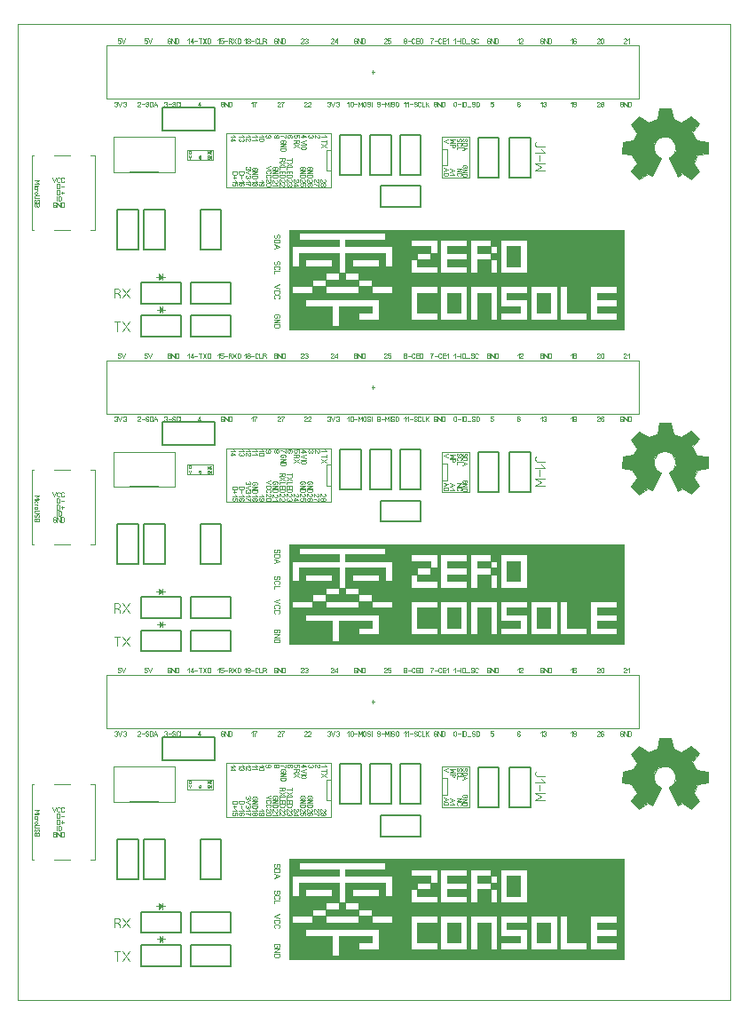
<source format=gbr>
%FSLAX34Y34*%
%MOMM*%
%LNCOPPER_BOTTOM*%
G71*
G01*
%ADD10C, 0.00*%
%ADD11C, 0.10*%
%ADD12C, 0.06*%
%ADD13C, 0.03*%
%ADD14C, 0.00*%
%ADD15C, 0.15*%
%ADD16C, 0.11*%
%ADD17R, 0.50X0.50*%
%ADD18C, 0.07*%
%LPD*%
G54D10*
X0Y1000000D02*
X680000Y1000000D01*
X680000Y70000D01*
X0Y70000D01*
X0Y1000000D01*
G54D11*
X338931Y955675D02*
X338931Y952500D01*
G54D11*
X337344Y954088D02*
X340519Y954088D01*
G54D11*
X84931Y979488D02*
X592931Y979488D01*
X592931Y928688D01*
X84931Y928688D01*
X84931Y979488D01*
G54D11*
X298813Y844337D02*
X199197Y844338D01*
G54D11*
X298813Y895733D02*
X199197Y895733D01*
G54D11*
X298813Y844337D02*
X298813Y895733D01*
G54D11*
X199197Y844338D02*
X199197Y895733D01*
G54D11*
X298813Y860212D02*
X294844Y860212D01*
G54D11*
X298813Y879858D02*
X294844Y879858D01*
G54D11*
X294844Y860212D02*
X294844Y879858D01*
G54D12*
X292480Y894153D02*
X294147Y892486D01*
X289702Y892486D01*
G54D12*
X283352Y891486D02*
X283352Y894153D01*
X283630Y894153D01*
X284186Y893819D01*
X285852Y891819D01*
X286408Y891486D01*
X286964Y891486D01*
X287519Y891819D01*
X287797Y892486D01*
X287797Y893153D01*
X287519Y893819D01*
X286964Y894153D01*
G54D12*
X280614Y894153D02*
X281169Y893819D01*
X281447Y893153D01*
X281447Y892486D01*
X281169Y891819D01*
X280614Y891486D01*
X280058Y891486D01*
X279502Y891819D01*
X279225Y892486D01*
X278947Y891819D01*
X278391Y891486D01*
X277836Y891486D01*
X277280Y891819D01*
X277002Y892486D01*
X277002Y893153D01*
X277280Y893819D01*
X277836Y894153D01*
G54D12*
X270256Y892153D02*
X274700Y892153D01*
X271922Y894153D01*
X271367Y894153D01*
X271367Y891486D01*
G54D12*
X267953Y891486D02*
X267953Y894153D01*
X266009Y894153D01*
X266009Y893819D01*
X266286Y893153D01*
X266286Y892486D01*
X266009Y891819D01*
X265453Y891486D01*
X264342Y891486D01*
X263786Y891819D01*
X263509Y892486D01*
X263509Y893153D01*
X263786Y893819D01*
X264342Y894153D01*
G54D12*
X260770Y891486D02*
X261325Y891819D01*
X261603Y892486D01*
X261603Y893153D01*
X261325Y893819D01*
X260770Y894153D01*
X259381Y894153D01*
X259103Y894153D01*
X259659Y893153D01*
X259659Y892486D01*
X259381Y891819D01*
X258825Y891486D01*
X257992Y891486D01*
X257436Y891819D01*
X257159Y892486D01*
X257159Y893153D01*
X257436Y893819D01*
X257992Y894153D01*
X259381Y894153D01*
G54D12*
X255253Y894153D02*
X255253Y891486D01*
X254698Y891819D01*
X253864Y892486D01*
X252753Y893153D01*
X251920Y893486D01*
X250809Y893486D01*
G54D12*
X246681Y892486D02*
X246681Y893153D01*
X246959Y893819D01*
X247514Y894153D01*
X248070Y894153D01*
X248625Y893819D01*
X248903Y893153D01*
X248903Y892486D01*
X248625Y891819D01*
X248070Y891486D01*
X247514Y891486D01*
X246959Y891819D01*
X246681Y892486D01*
X246403Y891819D01*
X245848Y891486D01*
X245292Y891486D01*
X244736Y891819D01*
X244459Y892486D01*
X244459Y893153D01*
X244736Y893819D01*
X245292Y894153D01*
X245848Y894153D01*
X246403Y893819D01*
X246681Y893153D01*
G54D12*
X237354Y894153D02*
X236799Y893819D01*
X236521Y893153D01*
X236521Y892486D01*
X236799Y891819D01*
X237354Y891486D01*
X238744Y891486D01*
X239021Y891486D01*
X238466Y892486D01*
X238466Y893153D01*
X238744Y893819D01*
X239299Y894153D01*
X240132Y894153D01*
X240688Y893819D01*
X240966Y893153D01*
X240966Y892486D01*
X240688Y891819D01*
X240132Y891486D01*
X238744Y891486D01*
G54D12*
X232949Y894153D02*
X234616Y892486D01*
X230171Y892486D01*
G54D12*
X233782Y888597D02*
X231004Y888597D01*
X230449Y888930D01*
X230171Y889597D01*
X230171Y890264D01*
X230449Y890930D01*
X231004Y891264D01*
X233782Y891264D01*
X234338Y890930D01*
X234616Y890264D01*
X234616Y889597D01*
X234338Y888930D01*
X233782Y888597D01*
G54D12*
X226599Y894153D02*
X228266Y892486D01*
X223821Y892486D01*
G54D12*
X226599Y891264D02*
X228266Y889597D01*
X223821Y889597D01*
G54D12*
X220249Y894153D02*
X221916Y892486D01*
X217471Y892486D01*
G54D12*
X217471Y888597D02*
X217471Y891264D01*
X217749Y891264D01*
X218304Y890930D01*
X219971Y888930D01*
X220527Y888597D01*
X221082Y888597D01*
X221638Y888930D01*
X221916Y889597D01*
X221916Y890264D01*
X221638Y890930D01*
X221082Y891264D01*
G54D12*
X213899Y894153D02*
X215566Y892486D01*
X211121Y892486D01*
G54D12*
X214732Y891264D02*
X215288Y890930D01*
X215566Y890264D01*
X215566Y889597D01*
X215288Y888930D01*
X214732Y888597D01*
X214177Y888597D01*
X213621Y888930D01*
X213344Y889597D01*
X213066Y888930D01*
X212510Y888597D01*
X211955Y888597D01*
X211399Y888930D01*
X211121Y889597D01*
X211121Y890264D01*
X211399Y890930D01*
X211954Y891264D01*
G54D12*
X205962Y894153D02*
X207628Y892486D01*
X203184Y892486D01*
G54D12*
X203184Y889264D02*
X207628Y889264D01*
X204850Y891264D01*
X204295Y891264D01*
X204295Y888597D01*
G54D12*
X207549Y851290D02*
X209216Y849623D01*
X204771Y849623D01*
G54D12*
X209216Y845734D02*
X209216Y848401D01*
X207271Y848401D01*
X207271Y848068D01*
X207549Y847401D01*
X207549Y846734D01*
X207271Y846068D01*
X206716Y845734D01*
X205604Y845734D01*
X205049Y846068D01*
X204771Y846734D01*
X204771Y847401D01*
X205049Y848068D01*
X205605Y848401D01*
G54D12*
X213899Y851290D02*
X215566Y849623D01*
X211121Y849623D01*
G54D12*
X214732Y845734D02*
X215288Y846068D01*
X215566Y846734D01*
X215566Y847401D01*
X215288Y848068D01*
X214732Y848401D01*
X213344Y848401D01*
X213066Y848401D01*
X213621Y847401D01*
X213621Y846734D01*
X213344Y846068D01*
X212788Y845734D01*
X211955Y845734D01*
X211399Y846068D01*
X211121Y846734D01*
X211121Y847401D01*
X211399Y848068D01*
X211955Y848401D01*
X213344Y848401D01*
G54D12*
X220249Y851290D02*
X221916Y849623D01*
X217471Y849623D01*
G54D12*
X221916Y848401D02*
X221916Y845734D01*
X221360Y846068D01*
X220527Y846734D01*
X219416Y847401D01*
X218582Y847734D01*
X217471Y847734D01*
G54D12*
X226599Y851290D02*
X228266Y849623D01*
X223821Y849623D01*
G54D12*
X226044Y846734D02*
X226044Y847401D01*
X226321Y848068D01*
X226877Y848401D01*
X227432Y848401D01*
X227988Y848068D01*
X228266Y847401D01*
X228266Y846734D01*
X227988Y846068D01*
X227432Y845734D01*
X226877Y845734D01*
X226321Y846068D01*
X226044Y846734D01*
X225766Y846068D01*
X225210Y845734D01*
X224654Y845734D01*
X224099Y846068D01*
X223821Y846734D01*
X223821Y847401D01*
X224099Y848068D01*
X224654Y848401D01*
X225210Y848401D01*
X225766Y848068D01*
X226044Y847401D01*
G54D12*
X232949Y851290D02*
X234616Y849623D01*
X230171Y849623D01*
G54D12*
X231004Y848401D02*
X230449Y848068D01*
X230171Y847401D01*
X230171Y846734D01*
X230449Y846068D01*
X231004Y845734D01*
X232394Y845734D01*
X232671Y845734D01*
X232116Y846734D01*
X232116Y847401D01*
X232394Y848068D01*
X232949Y848401D01*
X233782Y848401D01*
X234338Y848068D01*
X234616Y847401D01*
X234616Y846734D01*
X234338Y846068D01*
X233782Y845734D01*
X232394Y845734D01*
G54D12*
X236918Y849417D02*
X236918Y852084D01*
X237196Y852084D01*
X237752Y851751D01*
X239418Y849751D01*
X239974Y849417D01*
X240529Y849417D01*
X241085Y849751D01*
X241362Y850417D01*
X241362Y851084D01*
X241085Y851750D01*
X240529Y852084D01*
G54D12*
X240529Y845528D02*
X237751Y845528D01*
X237196Y845862D01*
X236918Y846528D01*
X236918Y847195D01*
X237196Y847862D01*
X237752Y848195D01*
X240529Y848195D01*
X241085Y847862D01*
X241362Y847195D01*
X241362Y846528D01*
X241085Y845862D01*
X240529Y845528D01*
G54D12*
X243268Y848623D02*
X243268Y851290D01*
X243546Y851290D01*
X244101Y850957D01*
X245768Y848957D01*
X246324Y848623D01*
X246879Y848623D01*
X247435Y848957D01*
X247712Y849623D01*
X247713Y850290D01*
X247435Y850957D01*
X246879Y851290D01*
G54D12*
X246046Y847401D02*
X247712Y845734D01*
X243268Y845734D01*
G54D12*
X250015Y849417D02*
X250015Y852084D01*
X250293Y852084D01*
X250848Y851751D01*
X252515Y849751D01*
X253071Y849417D01*
X253626Y849417D01*
X254182Y849751D01*
X254459Y850417D01*
X254459Y851084D01*
X254182Y851751D01*
X253626Y852084D01*
G54D12*
X250015Y845528D02*
X250015Y848195D01*
X250293Y848195D01*
X250848Y847862D01*
X252515Y845862D01*
X253071Y845528D01*
X253626Y845528D01*
X254182Y845862D01*
X254459Y846528D01*
X254459Y847195D01*
X254182Y847862D01*
X253626Y848195D01*
G54D12*
X256762Y849417D02*
X256762Y852084D01*
X257040Y852084D01*
X257595Y851751D01*
X259262Y849750D01*
X259817Y849417D01*
X260373Y849417D01*
X260928Y849751D01*
X261206Y850417D01*
X261206Y851084D01*
X260929Y851751D01*
X260373Y852084D01*
G54D12*
X260373Y848195D02*
X260929Y847862D01*
X261206Y847195D01*
X261206Y846528D01*
X260928Y845862D01*
X260373Y845528D01*
X259817Y845528D01*
X259262Y845862D01*
X258984Y846528D01*
X258706Y845862D01*
X258151Y845528D01*
X257595Y845528D01*
X257040Y845862D01*
X256762Y846528D01*
X256762Y847195D01*
X257040Y847862D01*
X257595Y848195D01*
G54D12*
X263112Y849417D02*
X263112Y852084D01*
X263390Y852084D01*
X263945Y851751D01*
X265612Y849751D01*
X266167Y849417D01*
X266723Y849417D01*
X267278Y849751D01*
X267556Y850417D01*
X267556Y851084D01*
X267278Y851751D01*
X266723Y852084D01*
G54D12*
X263112Y846195D02*
X267556Y846195D01*
X264778Y848195D01*
X264223Y848195D01*
X264223Y845528D01*
G54D12*
X269462Y849417D02*
X269462Y852084D01*
X269740Y852084D01*
X270295Y851751D01*
X271962Y849751D01*
X272517Y849417D01*
X273073Y849417D01*
X273628Y849751D01*
X273906Y850417D01*
X273906Y851084D01*
X273629Y851750D01*
X273073Y852084D01*
G54D12*
X273906Y845528D02*
X273906Y848195D01*
X271962Y848195D01*
X271962Y847862D01*
X272240Y847195D01*
X272240Y846528D01*
X271962Y845862D01*
X271406Y845528D01*
X270295Y845528D01*
X269740Y845862D01*
X269462Y846528D01*
X269462Y847195D01*
X269740Y847862D01*
X270295Y848195D01*
G54D12*
X276209Y849417D02*
X276209Y852084D01*
X276486Y852084D01*
X277042Y851750D01*
X278709Y849751D01*
X279264Y849417D01*
X279820Y849417D01*
X280375Y849751D01*
X280653Y850417D01*
X280653Y851084D01*
X280375Y851750D01*
X279820Y852084D01*
G54D12*
X279820Y845528D02*
X280375Y845862D01*
X280653Y846528D01*
X280653Y847195D01*
X280375Y847862D01*
X279820Y848195D01*
X278431Y848195D01*
X278153Y848195D01*
X278709Y847195D01*
X278709Y846528D01*
X278431Y845862D01*
X277875Y845528D01*
X277042Y845528D01*
X276486Y845862D01*
X276209Y846528D01*
X276209Y847195D01*
X276486Y847862D01*
X277042Y848195D01*
X278431Y848195D01*
G54D12*
X282559Y849417D02*
X282559Y852084D01*
X282836Y852084D01*
X283392Y851751D01*
X285059Y849751D01*
X285614Y849417D01*
X286170Y849417D01*
X286725Y849750D01*
X287003Y850417D01*
X287003Y851084D01*
X286725Y851751D01*
X286170Y852084D01*
G54D12*
X287003Y848195D02*
X287003Y845528D01*
X286448Y845862D01*
X285614Y846528D01*
X284503Y847195D01*
X283670Y847528D01*
X282559Y847528D01*
G54D12*
X288909Y849417D02*
X288909Y852084D01*
X289186Y852084D01*
X289742Y851751D01*
X291409Y849751D01*
X291964Y849417D01*
X292520Y849417D01*
X293075Y849751D01*
X293353Y850417D01*
X293353Y851084D01*
X293075Y851751D01*
X292520Y852084D01*
G54D12*
X291131Y846528D02*
X291131Y847195D01*
X291409Y847862D01*
X291964Y848195D01*
X292520Y848195D01*
X293075Y847862D01*
X293353Y847195D01*
X293353Y846528D01*
X293075Y845862D01*
X292520Y845528D01*
X291964Y845528D01*
X291409Y845862D01*
X291131Y846528D01*
X290853Y845862D01*
X290298Y845528D01*
X289742Y845528D01*
X289186Y845862D01*
X288909Y846528D01*
X288909Y847195D01*
X289186Y847862D01*
X289742Y848195D01*
X290298Y848195D01*
X290853Y847862D01*
X291131Y847195D01*
G54D12*
X256762Y870594D02*
X261206Y870594D01*
G54D12*
X261206Y871928D02*
X261206Y869261D01*
G54D12*
X261206Y868039D02*
X256762Y864705D01*
G54D12*
X256762Y868039D02*
X261206Y864705D01*
G54D12*
X261206Y863484D02*
X256762Y863484D01*
X256762Y861150D01*
G54D12*
X256762Y857595D02*
X256762Y859929D01*
X261206Y859929D01*
X261206Y857595D01*
G54D12*
X258984Y859929D02*
X258984Y857595D01*
G54D12*
X256762Y856374D02*
X261206Y856374D01*
X261206Y854707D01*
X260928Y854040D01*
X260373Y853707D01*
X257595Y853707D01*
X257040Y854040D01*
X256762Y854707D01*
X256762Y856374D01*
G54D12*
X252237Y870594D02*
X251682Y869594D01*
X251126Y869261D01*
X250015Y869261D01*
G54D12*
X250015Y871928D02*
X254459Y871928D01*
X254459Y870261D01*
X254182Y869594D01*
X253626Y869261D01*
X253071Y869261D01*
X252515Y869594D01*
X252237Y870261D01*
X252237Y871928D01*
G54D12*
X254459Y868039D02*
X250015Y864705D01*
G54D12*
X250015Y868039D02*
X254459Y864705D01*
G54D12*
X254459Y863484D02*
X250015Y863484D01*
X250015Y861150D01*
G54D12*
X250015Y857595D02*
X250015Y859929D01*
X254459Y859929D01*
X254459Y857595D01*
G54D12*
X252237Y859929D02*
X252237Y857595D01*
G54D12*
X250015Y856374D02*
X254459Y856374D01*
X254459Y854707D01*
X254182Y854040D01*
X253626Y853707D01*
X250848Y853707D01*
X250293Y854040D01*
X250015Y854707D01*
X250015Y856374D01*
G54D12*
X211121Y859228D02*
X215566Y859228D01*
X215566Y857561D01*
X215288Y856894D01*
X214732Y856561D01*
X211954Y856561D01*
X211399Y856894D01*
X211121Y857561D01*
X211121Y859228D01*
G54D12*
X213066Y855339D02*
X213066Y852672D01*
G54D12*
X204771Y859228D02*
X209216Y859228D01*
X209216Y857561D01*
X208938Y856894D01*
X208382Y856561D01*
X205605Y856561D01*
X205049Y856894D01*
X204771Y857561D01*
X204771Y859228D01*
G54D12*
X206716Y855339D02*
X206716Y852672D01*
G54D12*
X207827Y854005D02*
X205605Y854005D01*
G54D12*
X289702Y888057D02*
X294147Y888057D01*
G54D12*
X294147Y889390D02*
X294147Y886723D01*
G54D12*
X294147Y885501D02*
X289702Y882168D01*
G54D12*
X289702Y885501D02*
X294147Y882168D01*
G54D12*
X265731Y888057D02*
X265175Y887057D01*
X264620Y886724D01*
X263509Y886724D01*
G54D12*
X263509Y889390D02*
X267953Y889390D01*
X267953Y887723D01*
X267675Y887057D01*
X267120Y886723D01*
X266564Y886724D01*
X266009Y887057D01*
X265731Y887723D01*
X265731Y889390D01*
G54D12*
X267953Y885501D02*
X263509Y882168D01*
G54D12*
X263509Y885501D02*
X267953Y882168D01*
G54D12*
X253031Y888057D02*
X253031Y886723D01*
X251642Y886724D01*
X251086Y887057D01*
X250809Y887723D01*
X250809Y888390D01*
X251086Y889057D01*
X251642Y889390D01*
X254420Y889390D01*
X254975Y889057D01*
X255253Y888390D01*
X255253Y887723D01*
X254975Y887057D01*
X254420Y886724D01*
G54D12*
X250809Y885501D02*
X255253Y885501D01*
X250809Y882834D01*
X255253Y882834D01*
G54D12*
X250809Y881612D02*
X255253Y881612D01*
X255253Y879945D01*
X254975Y879279D01*
X254420Y878945D01*
X251642Y878946D01*
X251086Y879279D01*
X250809Y879946D01*
X250809Y881612D01*
G54D12*
X278431Y862657D02*
X278431Y861324D01*
X277042Y861324D01*
X276486Y861657D01*
X276209Y862323D01*
X276209Y862990D01*
X276486Y863657D01*
X277042Y863990D01*
X279820Y863990D01*
X280375Y863657D01*
X280653Y862990D01*
X280653Y862324D01*
X280375Y861657D01*
X279820Y861323D01*
G54D12*
X276209Y860101D02*
X280653Y860101D01*
X276209Y857434D01*
X280653Y857434D01*
G54D12*
X276209Y856212D02*
X280653Y856212D01*
X280653Y854545D01*
X280375Y853879D01*
X279820Y853545D01*
X277042Y853545D01*
X276486Y853879D01*
X276209Y854546D01*
X276209Y856212D01*
G54D12*
X271684Y862657D02*
X271684Y861323D01*
X270295Y861324D01*
X269740Y861657D01*
X269462Y862324D01*
X269462Y862990D01*
X269740Y863657D01*
X270295Y863990D01*
X273073Y863990D01*
X273628Y863657D01*
X273906Y862990D01*
X273906Y862324D01*
X273628Y861657D01*
X273073Y861323D01*
G54D12*
X269462Y860101D02*
X273906Y860101D01*
X269462Y857434D01*
X273906Y857434D01*
G54D12*
X269462Y856212D02*
X273906Y856212D01*
X273906Y854545D01*
X273628Y853879D01*
X273073Y853546D01*
X270295Y853546D01*
X269740Y853879D01*
X269462Y854546D01*
X269462Y856212D01*
G54D12*
X245490Y862657D02*
X245490Y861323D01*
X244102Y861323D01*
X243546Y861657D01*
X243268Y862324D01*
X243268Y862990D01*
X243546Y863657D01*
X244101Y863990D01*
X246879Y863990D01*
X247435Y863657D01*
X247712Y862990D01*
X247713Y862323D01*
X247435Y861657D01*
X246879Y861324D01*
G54D12*
X243268Y860101D02*
X247712Y860101D01*
X243268Y857434D01*
X247712Y857434D01*
G54D12*
X243268Y856212D02*
X247712Y856212D01*
X247713Y854545D01*
X247435Y853879D01*
X246879Y853545D01*
X244102Y853545D01*
X243546Y853879D01*
X243268Y854545D01*
X243268Y856212D01*
G54D12*
X226044Y861863D02*
X226044Y860530D01*
X224654Y860530D01*
X224099Y860863D01*
X223821Y861530D01*
X223821Y862196D01*
X224099Y862863D01*
X224654Y863196D01*
X227432Y863196D01*
X227988Y862863D01*
X228266Y862196D01*
X228266Y861530D01*
X227988Y860863D01*
X227432Y860530D01*
G54D12*
X223821Y859307D02*
X228266Y859307D01*
X223821Y856641D01*
X228266Y856641D01*
G54D12*
X223821Y855418D02*
X228266Y855418D01*
X228266Y853752D01*
X227988Y853085D01*
X227432Y852752D01*
X224654Y852752D01*
X224099Y853085D01*
X223821Y853752D01*
X223821Y855418D01*
G54D12*
X274700Y889390D02*
X270256Y887724D01*
X274700Y886057D01*
G54D12*
X270256Y884835D02*
X274700Y884835D01*
G54D12*
X273867Y880946D02*
X271089Y880946D01*
X270533Y881280D01*
X270256Y881946D01*
X270256Y882613D01*
X270533Y883280D01*
X271089Y883613D01*
X273867Y883613D01*
X274422Y883280D01*
X274700Y882613D01*
X274700Y881946D01*
X274422Y881280D01*
X273867Y880946D01*
G54D12*
X221082Y863990D02*
X221638Y863657D01*
X221916Y862990D01*
X221916Y862324D01*
X221638Y861657D01*
X221082Y861323D01*
X220527Y861323D01*
X219971Y861657D01*
X219694Y862323D01*
X219416Y861657D01*
X218860Y861324D01*
X218304Y861324D01*
X217749Y861657D01*
X217471Y862323D01*
X217471Y862990D01*
X217749Y863657D01*
X218304Y863990D01*
G54D12*
X221916Y860101D02*
X217471Y858434D01*
X221916Y856768D01*
G54D12*
X221082Y855546D02*
X221638Y855213D01*
X221916Y854546D01*
X221916Y853879D01*
X221638Y853213D01*
X221082Y852879D01*
X220527Y852879D01*
X219971Y853213D01*
X219694Y853879D01*
X219416Y853213D01*
X218860Y852879D01*
X218304Y852879D01*
X217749Y853213D01*
X217471Y853879D01*
X217471Y854546D01*
X217749Y855213D01*
X218304Y855546D01*
G54D12*
X241379Y864790D02*
X236935Y863124D01*
X241379Y861457D01*
G54D12*
X237768Y857569D02*
X237213Y857902D01*
X236935Y858569D01*
X236935Y859235D01*
X237213Y859902D01*
X237768Y860235D01*
X240546Y860235D01*
X241102Y859902D01*
X241379Y859235D01*
X241379Y858569D01*
X241102Y857902D01*
X240546Y857568D01*
G54D12*
X237768Y853680D02*
X237213Y854013D01*
X236935Y854680D01*
X236935Y855346D01*
X237213Y856013D01*
X237768Y856346D01*
X240546Y856346D01*
X241102Y856013D01*
X241379Y855346D01*
X241379Y854680D01*
X241102Y854013D01*
X240546Y853680D01*
G54D11*
X161528Y880070D02*
X186134Y880070D01*
X186134Y870545D01*
X161528Y870545D01*
X161528Y880070D01*
G54D13*
X163116Y874403D02*
X164116Y871736D01*
X165116Y874403D01*
G54D13*
X173838Y873069D02*
X174638Y873069D01*
X174638Y872236D01*
X174438Y871903D01*
X174038Y871736D01*
X173638Y871736D01*
X173238Y871903D01*
X173038Y872236D01*
X173038Y873903D01*
X173238Y874236D01*
X173638Y874403D01*
X174038Y874403D01*
X174438Y874236D01*
X174638Y873903D01*
G54D13*
X182375Y871736D02*
X180975Y871736D01*
X180975Y874403D01*
X182375Y874403D01*
G54D13*
X180975Y873069D02*
X182375Y873069D01*
G54D13*
X183108Y871736D02*
X183108Y874403D01*
X184708Y871736D01*
X184708Y874403D01*
G54D13*
X165112Y878665D02*
X165112Y876998D01*
X164912Y876665D01*
X164512Y876498D01*
X164112Y876498D01*
X163712Y876665D01*
X163512Y876998D01*
X163512Y878665D01*
X163712Y878998D01*
X164112Y879165D01*
X164512Y879165D01*
X164912Y878998D01*
X165112Y878665D01*
G54D13*
X180975Y876102D02*
X180975Y878768D01*
X182575Y876102D01*
X182575Y878768D01*
G54D13*
X184908Y876602D02*
X184708Y876268D01*
X184308Y876102D01*
X183908Y876102D01*
X183508Y876268D01*
X183308Y876602D01*
X183308Y878268D01*
X183508Y878602D01*
X183908Y878768D01*
X184308Y878768D01*
X184708Y878602D01*
X184908Y878268D01*
G54D14*
X133747Y859631D02*
X106759Y859631D01*
G54D11*
X149423Y858838D02*
X91083Y858838D01*
X91083Y892175D01*
X149423Y892175D01*
X149423Y858838D01*
G54D11*
X404416Y892175D02*
X430609Y892175D01*
X430609Y853678D01*
X404416Y853678D01*
X404416Y892175D01*
G54D11*
X405209Y881062D02*
X409972Y881062D01*
X409972Y865188D01*
X405209Y865188D01*
G54D12*
X410442Y890303D02*
X405997Y888637D01*
X410442Y886970D01*
G54D12*
X417049Y889709D02*
X412604Y889709D01*
X415382Y888042D01*
X412604Y886376D01*
X417049Y886376D01*
G54D12*
X412604Y885154D02*
X417049Y885154D01*
X417049Y883487D01*
X416771Y882821D01*
X416216Y882487D01*
X415660Y882487D01*
X415104Y882821D01*
X414827Y883487D01*
X414827Y885154D01*
G54D12*
X419536Y890588D02*
X418981Y890254D01*
X418703Y889588D01*
X418703Y888921D01*
X418981Y888254D01*
X419536Y887921D01*
X420092Y887921D01*
X420648Y888254D01*
X420925Y888921D01*
X420925Y889588D01*
X421203Y890254D01*
X421759Y890588D01*
X422314Y890588D01*
X422870Y890254D01*
X423148Y889588D01*
X423148Y888921D01*
X422870Y888254D01*
X422314Y887921D01*
G54D12*
X419536Y884032D02*
X418981Y884365D01*
X418703Y885032D01*
X418703Y885698D01*
X418981Y886365D01*
X419536Y886698D01*
X422314Y886698D01*
X422870Y886365D01*
X423148Y885698D01*
X423148Y885032D01*
X422870Y884365D01*
X422314Y884032D01*
G54D12*
X423148Y882810D02*
X418703Y882810D01*
X418703Y880476D01*
G54D12*
X425093Y890588D02*
X424537Y890254D01*
X424259Y889588D01*
X424259Y888921D01*
X424537Y888254D01*
X425093Y887921D01*
X425648Y887921D01*
X426204Y888254D01*
X426482Y888921D01*
X426482Y889588D01*
X426759Y890254D01*
X427315Y890588D01*
X427870Y890588D01*
X428426Y890254D01*
X428704Y889588D01*
X428704Y888921D01*
X428426Y888254D01*
X427870Y887921D01*
G54D12*
X424259Y886698D02*
X428704Y886698D01*
X428704Y885032D01*
X428426Y884365D01*
X427870Y884032D01*
X425093Y884032D01*
X424537Y884365D01*
X424259Y885032D01*
X424259Y886698D01*
G54D12*
X424259Y882810D02*
X428704Y881143D01*
X424259Y879476D01*
G54D12*
X425926Y882143D02*
X425926Y880143D01*
G54D12*
X406003Y862806D02*
X410448Y861140D01*
X406003Y859473D01*
G54D12*
X407670Y862140D02*
X407670Y860140D01*
G54D12*
X409614Y855585D02*
X406836Y855585D01*
X406281Y855918D01*
X406003Y856585D01*
X406003Y857251D01*
X406281Y857918D01*
X406836Y858251D01*
X409614Y858251D01*
X410170Y857918D01*
X410448Y857251D01*
X410448Y856585D01*
X410170Y855918D01*
X409614Y855585D01*
G54D12*
X412353Y862012D02*
X416798Y860346D01*
X412353Y858679D01*
G54D12*
X414020Y861346D02*
X414020Y859346D01*
G54D12*
X415131Y857458D02*
X416798Y855791D01*
X412353Y855791D01*
G54D12*
X418703Y862012D02*
X423148Y862012D01*
X418703Y859346D01*
X423148Y859346D01*
G54D12*
X419536Y855457D02*
X418981Y855790D01*
X418703Y856457D01*
X418703Y857124D01*
X418981Y857790D01*
X419536Y858124D01*
X422314Y858124D01*
X422870Y857790D01*
X423148Y857124D01*
X423148Y856457D01*
X422870Y855790D01*
X422314Y855457D01*
G54D12*
X426482Y863854D02*
X426482Y862521D01*
X425093Y862521D01*
X424537Y862854D01*
X424259Y863521D01*
X424259Y864188D01*
X424537Y864854D01*
X425093Y865188D01*
X427870Y865188D01*
X428426Y864854D01*
X428704Y864188D01*
X428704Y863521D01*
X428426Y862854D01*
X427870Y862521D01*
G54D12*
X424259Y861298D02*
X428704Y861298D01*
X424259Y858632D01*
X428704Y858632D01*
G54D12*
X424259Y857410D02*
X428704Y857410D01*
X428704Y855743D01*
X428426Y855076D01*
X427870Y854743D01*
X425093Y854743D01*
X424537Y855076D01*
X424259Y855743D01*
X424259Y857410D01*
G54D15*
X203175Y753744D02*
X203175Y733744D01*
X165175Y733744D01*
X165175Y753744D01*
X203175Y753744D01*
G54D15*
X203175Y721994D02*
X203175Y701994D01*
X165175Y701994D01*
X165175Y721994D01*
X203175Y721994D01*
G54D15*
X155550Y721994D02*
X155550Y701994D01*
X117550Y701994D01*
X117550Y721994D01*
X155550Y721994D01*
G54D15*
X155550Y753744D02*
X155550Y733744D01*
X117550Y733744D01*
X117550Y753744D01*
X155550Y753744D01*
G54D16*
X94742Y743426D02*
X96742Y742315D01*
X97408Y741203D01*
X97408Y738981D01*
G54D16*
X92075Y738981D02*
X92075Y747870D01*
X95408Y747870D01*
X96742Y747315D01*
X97408Y746203D01*
X97408Y745092D01*
X96742Y743981D01*
X95408Y743426D01*
X92075Y743426D01*
G54D16*
X99852Y747870D02*
X106519Y738981D01*
G54D16*
X99852Y738981D02*
X106519Y747870D01*
G54D16*
X94742Y707231D02*
X94742Y716120D01*
G54D16*
X92075Y716120D02*
X97408Y716120D01*
G54D16*
X99852Y716120D02*
X106519Y707231D01*
G54D16*
X99852Y707231D02*
X106519Y716120D01*
G54D12*
X139700Y925155D02*
X140033Y925710D01*
X140700Y925988D01*
X141367Y925988D01*
X142033Y925710D01*
X142367Y925155D01*
X142367Y924599D01*
X142033Y924044D01*
X141367Y923766D01*
X142033Y923488D01*
X142367Y922933D01*
X142367Y922377D01*
X142033Y921822D01*
X141367Y921544D01*
X140700Y921544D01*
X140033Y921822D01*
X139700Y922377D01*
G54D12*
X143589Y923488D02*
X146256Y923488D01*
G54D12*
X147478Y922377D02*
X147811Y921822D01*
X148478Y921544D01*
X149145Y921544D01*
X149811Y921822D01*
X150145Y922377D01*
X150145Y922933D01*
X149811Y923488D01*
X149145Y923766D01*
X148478Y923766D01*
X147811Y924044D01*
X147478Y924599D01*
X147478Y925155D01*
X147811Y925710D01*
X148478Y925988D01*
X149145Y925988D01*
X149811Y925710D01*
X150145Y925155D01*
G54D12*
X154034Y922377D02*
X153700Y921822D01*
X153034Y921544D01*
X152367Y921544D01*
X151700Y921822D01*
X151367Y922377D01*
X151367Y925155D01*
X151700Y925710D01*
X152367Y925988D01*
X153034Y925988D01*
X153700Y925710D01*
X154034Y925155D01*
G54D12*
X155256Y925988D02*
X155256Y921544D01*
X157589Y921544D01*
G54D12*
X116967Y921544D02*
X114300Y921544D01*
X114300Y921822D01*
X114633Y922377D01*
X116633Y924044D01*
X116967Y924599D01*
X116967Y925155D01*
X116633Y925710D01*
X115967Y925988D01*
X115300Y925988D01*
X114633Y925710D01*
X114300Y925155D01*
G54D12*
X118189Y923488D02*
X120856Y923488D01*
G54D12*
X122078Y922377D02*
X122411Y921822D01*
X123078Y921544D01*
X123745Y921544D01*
X124411Y921822D01*
X124745Y922377D01*
X124745Y922933D01*
X124411Y923488D01*
X123745Y923766D01*
X123078Y923766D01*
X122411Y924044D01*
X122078Y924599D01*
X122078Y925155D01*
X122411Y925710D01*
X123078Y925988D01*
X123745Y925988D01*
X124411Y925710D01*
X124745Y925155D01*
G54D12*
X125967Y921544D02*
X125967Y925988D01*
X127634Y925988D01*
X128300Y925710D01*
X128634Y925155D01*
X128634Y922377D01*
X128300Y921822D01*
X127634Y921544D01*
X125967Y921544D01*
G54D12*
X129856Y921544D02*
X131523Y925988D01*
X133189Y921544D01*
G54D12*
X130523Y923210D02*
X132523Y923210D01*
G54D15*
X307475Y894506D02*
X327475Y894506D01*
X327475Y856506D01*
X307475Y856506D01*
X307475Y894506D01*
G54D15*
X336050Y894506D02*
X356050Y894506D01*
X356050Y856506D01*
X336050Y856506D01*
X336050Y894506D01*
G54D15*
X364625Y894506D02*
X384625Y894506D01*
X384625Y856506D01*
X364625Y856506D01*
X364625Y894506D01*
G54D15*
X439238Y891729D02*
X459238Y891729D01*
X459238Y853729D01*
X439238Y853729D01*
X439238Y891729D01*
G54D11*
X611981Y919559D02*
X623094Y919559D01*
X625475Y909241D01*
X633016Y906066D01*
X642144Y912019D01*
X650081Y904875D01*
X643731Y896938D01*
X647303Y889000D01*
X658416Y887412D01*
X658416Y876697D01*
X648494Y875506D01*
X644922Y867172D01*
X650081Y859631D01*
X642541Y852091D01*
X633809Y857647D01*
X629444Y854869D01*
X621903Y871538D01*
G54D11*
X613172Y871538D02*
X605631Y855266D01*
X601266Y857250D01*
X592931Y851694D01*
X584597Y859234D01*
X590550Y867172D01*
X586978Y875506D01*
X576659Y876697D01*
X577056Y887412D01*
X587772Y889397D01*
X590550Y895747D01*
X584597Y904081D01*
X592534Y911622D01*
X601662Y906066D01*
X610394Y909241D01*
X611981Y919559D01*
G54D11*
G75*
G01X621634Y872222D02*
G03X613429Y872222I-4103J9666D01*
G01*
G36*
X577056Y887412D02*
X587772Y889397D01*
X590550Y895747D01*
X584597Y904081D01*
X592534Y911622D01*
X601662Y906066D01*
X610394Y909241D01*
X611981Y919559D01*
X623094Y919559D01*
X625475Y909241D01*
X633016Y906066D01*
X642144Y912019D01*
X650081Y904875D01*
X643731Y896938D01*
X647303Y889000D01*
X658416Y887412D01*
X658416Y876697D01*
X648494Y875506D01*
X644922Y867172D01*
X650081Y859631D01*
X642541Y852091D01*
X633809Y857647D01*
X629444Y854869D01*
X621506Y872331D01*
X622697Y872728D01*
X623888Y873522D01*
X626269Y875903D01*
X627856Y879078D01*
X628253Y881062D01*
X628253Y882650D01*
X627856Y885031D01*
X626666Y887809D01*
X624284Y890588D01*
X622300Y891778D01*
X620316Y892572D01*
X617934Y892969D01*
X615553Y892572D01*
X612378Y891778D01*
X609600Y889397D01*
X606822Y885428D01*
X606822Y879078D01*
X608012Y876697D01*
X609600Y874316D01*
X611981Y872331D01*
X613569Y872331D01*
X605631Y855266D01*
X601266Y857250D01*
X592931Y851694D01*
X584597Y859234D01*
X590550Y867172D01*
X577056Y887412D01*
G37*
G54D11*
X577056Y887412D02*
X587772Y889397D01*
X590550Y895747D01*
X584597Y904081D01*
X592534Y911622D01*
X601662Y906066D01*
X610394Y909241D01*
X611981Y919559D01*
X623094Y919559D01*
X625475Y909241D01*
X633016Y906066D01*
X642144Y912019D01*
X650081Y904875D01*
X643731Y896938D01*
X647303Y889000D01*
X658416Y887412D01*
X658416Y876697D01*
X648494Y875506D01*
X644922Y867172D01*
X650081Y859631D01*
X642541Y852091D01*
X633809Y857647D01*
X629444Y854869D01*
X621506Y872331D01*
X622697Y872728D01*
X623888Y873522D01*
X626269Y875903D01*
X627856Y879078D01*
X628253Y881062D01*
X628253Y882650D01*
X627856Y885031D01*
X626666Y887809D01*
X624284Y890588D01*
X622300Y891778D01*
X620316Y892572D01*
X617934Y892969D01*
X615553Y892572D01*
X612378Y891778D01*
X609600Y889397D01*
X606822Y885428D01*
X606822Y879078D01*
X608012Y876697D01*
X609600Y874316D01*
X611981Y872331D01*
X613569Y872331D01*
X605631Y855266D01*
X601266Y857250D01*
X592931Y851694D01*
X584597Y859234D01*
X590550Y867172D01*
X577056Y887412D01*
G36*
X577056Y887412D02*
X576659Y876697D01*
X586978Y875506D01*
X577056Y887412D01*
G37*
G54D11*
X577056Y887412D02*
X576659Y876697D01*
X586978Y875506D01*
X577056Y887412D01*
G54D12*
X161925Y984646D02*
X163592Y986313D01*
X163592Y981869D01*
G54D12*
X166814Y981869D02*
X166814Y986313D01*
X164814Y983535D01*
X164814Y982980D01*
X167481Y982980D01*
G54D12*
X168703Y983813D02*
X171370Y983813D01*
G54D12*
X173925Y981869D02*
X173925Y986313D01*
G54D12*
X172592Y986313D02*
X175259Y986313D01*
G54D12*
X176481Y986313D02*
X179814Y981869D01*
G54D12*
X176481Y981869D02*
X179814Y986313D01*
G54D12*
X181036Y981869D02*
X181036Y986313D01*
X182703Y986313D01*
X183369Y986035D01*
X183703Y985480D01*
X183703Y982702D01*
X183369Y982146D01*
X182703Y981869D01*
X181036Y981869D01*
G54D12*
X190500Y984646D02*
X192167Y986313D01*
X192167Y981869D01*
G54D12*
X196056Y986313D02*
X193389Y986313D01*
X193389Y984369D01*
X193722Y984369D01*
X194389Y984646D01*
X195056Y984646D01*
X195722Y984369D01*
X196056Y983813D01*
X196056Y982702D01*
X195722Y982146D01*
X195056Y981869D01*
X194389Y981869D01*
X193722Y982146D01*
X193389Y982702D01*
G54D12*
X197278Y983813D02*
X199945Y983813D01*
G54D12*
X202500Y984091D02*
X203500Y983535D01*
X203834Y982980D01*
X203834Y981869D01*
G54D12*
X201167Y981869D02*
X201167Y986313D01*
X202834Y986313D01*
X203500Y986035D01*
X203834Y985480D01*
X203834Y984924D01*
X203500Y984369D01*
X202834Y984091D01*
X201167Y984091D01*
G54D12*
X205056Y986313D02*
X208389Y981869D01*
G54D12*
X205056Y981869D02*
X208389Y986313D01*
G54D12*
X209611Y981869D02*
X209611Y986313D01*
X211278Y986313D01*
X211944Y986035D01*
X212278Y985480D01*
X212278Y982702D01*
X211944Y982146D01*
X211278Y981869D01*
X209611Y981869D01*
G54D12*
X415925Y984646D02*
X417592Y986313D01*
X417592Y981869D01*
G54D12*
X418814Y983813D02*
X421481Y983813D01*
G54D12*
X422703Y981869D02*
X422703Y986313D01*
G54D12*
X423925Y981869D02*
X423925Y986313D01*
X425592Y986313D01*
X426258Y986035D01*
X426592Y985480D01*
X426592Y982702D01*
X426258Y982146D01*
X425592Y981869D01*
X423925Y981869D01*
G54D12*
X427814Y981869D02*
X431147Y981869D01*
G54D12*
X432369Y982702D02*
X432702Y982146D01*
X433369Y981869D01*
X434036Y981869D01*
X434702Y982146D01*
X435036Y982702D01*
X435036Y983258D01*
X434702Y983813D01*
X434036Y984091D01*
X433369Y984091D01*
X432702Y984369D01*
X432369Y984924D01*
X432369Y985480D01*
X432702Y986035D01*
X433369Y986313D01*
X434036Y986313D01*
X434702Y986035D01*
X435036Y985480D01*
G54D12*
X438925Y982702D02*
X438591Y982146D01*
X437925Y981869D01*
X437258Y981869D01*
X436591Y982146D01*
X436258Y982702D01*
X436258Y985480D01*
X436591Y986035D01*
X437258Y986313D01*
X437925Y986313D01*
X438591Y986035D01*
X438925Y985480D01*
G54D12*
X418592Y925155D02*
X418592Y922377D01*
X418258Y921822D01*
X417592Y921544D01*
X416925Y921544D01*
X416258Y921822D01*
X415925Y922377D01*
X415925Y925155D01*
X416258Y925710D01*
X416925Y925988D01*
X417592Y925988D01*
X418258Y925710D01*
X418592Y925155D01*
G54D12*
X419814Y923488D02*
X422481Y923488D01*
G54D12*
X423703Y921544D02*
X423703Y925988D01*
G54D12*
X424925Y921544D02*
X424925Y925988D01*
X426592Y925988D01*
X427258Y925710D01*
X427592Y925155D01*
X427592Y922377D01*
X427258Y921822D01*
X426592Y921544D01*
X424925Y921544D01*
G54D12*
X428814Y921544D02*
X432147Y921544D01*
G54D12*
X433369Y922377D02*
X433702Y921822D01*
X434369Y921544D01*
X435036Y921544D01*
X435702Y921822D01*
X436036Y922377D01*
X436036Y922933D01*
X435702Y923488D01*
X435036Y923766D01*
X434369Y923766D01*
X433702Y924044D01*
X433369Y924599D01*
X433369Y925155D01*
X433702Y925710D01*
X434369Y925988D01*
X435036Y925988D01*
X435702Y925710D01*
X436036Y925155D01*
G54D12*
X437258Y921544D02*
X437258Y925988D01*
X438925Y925988D01*
X439591Y925710D01*
X439925Y925155D01*
X439925Y922377D01*
X439591Y921822D01*
X438925Y921544D01*
X437258Y921544D01*
G54D12*
X144208Y984091D02*
X145542Y984091D01*
X145542Y982702D01*
X145208Y982146D01*
X144542Y981869D01*
X143875Y981869D01*
X143208Y982146D01*
X142875Y982702D01*
X142875Y985480D01*
X143208Y986035D01*
X143875Y986313D01*
X144542Y986313D01*
X145208Y986035D01*
X145542Y985480D01*
G54D12*
X146764Y981869D02*
X146764Y986313D01*
X149431Y981869D01*
X149431Y986313D01*
G54D12*
X150653Y981869D02*
X150653Y986313D01*
X152320Y986313D01*
X152986Y986035D01*
X153320Y985480D01*
X153320Y982702D01*
X152986Y982146D01*
X152320Y981869D01*
X150653Y981869D01*
G54D12*
X195008Y923766D02*
X196342Y923766D01*
X196342Y922377D01*
X196008Y921822D01*
X195342Y921544D01*
X194675Y921544D01*
X194008Y921822D01*
X193675Y922377D01*
X193675Y925155D01*
X194008Y925710D01*
X194675Y925988D01*
X195342Y925988D01*
X196008Y925710D01*
X196342Y925155D01*
G54D12*
X197564Y921544D02*
X197564Y925988D01*
X200231Y921544D01*
X200231Y925988D01*
G54D12*
X201453Y921544D02*
X201453Y925988D01*
X203120Y925988D01*
X203786Y925710D01*
X204120Y925155D01*
X204120Y922377D01*
X203786Y921822D01*
X203120Y921544D01*
X201453Y921544D01*
G54D12*
X245808Y984091D02*
X247142Y984091D01*
X247142Y982702D01*
X246808Y982146D01*
X246142Y981869D01*
X245475Y981869D01*
X244808Y982146D01*
X244475Y982702D01*
X244475Y985480D01*
X244808Y986035D01*
X245475Y986313D01*
X246142Y986313D01*
X246808Y986035D01*
X247142Y985480D01*
G54D12*
X248364Y981869D02*
X248364Y986313D01*
X251031Y981869D01*
X251031Y986313D01*
G54D12*
X252253Y981869D02*
X252253Y986313D01*
X253920Y986313D01*
X254586Y986035D01*
X254920Y985480D01*
X254920Y982702D01*
X254586Y982146D01*
X253920Y981869D01*
X252253Y981869D01*
G54D12*
X322008Y984091D02*
X323342Y984091D01*
X323342Y982702D01*
X323008Y982146D01*
X322342Y981869D01*
X321675Y981869D01*
X321008Y982146D01*
X320675Y982702D01*
X320675Y985480D01*
X321008Y986035D01*
X321675Y986313D01*
X322342Y986313D01*
X323008Y986035D01*
X323342Y985480D01*
G54D12*
X324564Y981869D02*
X324564Y986313D01*
X327231Y981869D01*
X327231Y986313D01*
G54D12*
X328453Y981869D02*
X328453Y986313D01*
X330120Y986313D01*
X330786Y986035D01*
X331120Y985480D01*
X331120Y982702D01*
X330786Y982146D01*
X330120Y981869D01*
X328453Y981869D01*
G54D12*
X449008Y984091D02*
X450342Y984091D01*
X450342Y982702D01*
X450008Y982146D01*
X449342Y981869D01*
X448675Y981869D01*
X448008Y982146D01*
X447675Y982702D01*
X447675Y985480D01*
X448008Y986035D01*
X448675Y986313D01*
X449342Y986313D01*
X450008Y986035D01*
X450342Y985480D01*
G54D12*
X451564Y981869D02*
X451564Y986313D01*
X454231Y981869D01*
X454231Y986313D01*
G54D12*
X455453Y981869D02*
X455453Y986313D01*
X457120Y986313D01*
X457786Y986035D01*
X458120Y985480D01*
X458120Y982702D01*
X457786Y982146D01*
X457120Y981869D01*
X455453Y981869D01*
G54D12*
X499808Y984091D02*
X501142Y984091D01*
X501142Y982702D01*
X500808Y982146D01*
X500142Y981869D01*
X499475Y981869D01*
X498808Y982146D01*
X498475Y982702D01*
X498475Y985480D01*
X498808Y986035D01*
X499475Y986313D01*
X500142Y986313D01*
X500808Y986035D01*
X501142Y985480D01*
G54D12*
X502364Y981869D02*
X502364Y986313D01*
X505031Y981869D01*
X505031Y986313D01*
G54D12*
X506253Y981869D02*
X506253Y986313D01*
X507920Y986313D01*
X508586Y986035D01*
X508920Y985480D01*
X508920Y982702D01*
X508586Y982146D01*
X507920Y981869D01*
X506253Y981869D01*
G54D12*
X576008Y923766D02*
X577342Y923766D01*
X577342Y922377D01*
X577008Y921822D01*
X576342Y921544D01*
X575675Y921544D01*
X575008Y921822D01*
X574675Y922377D01*
X574675Y925155D01*
X575008Y925710D01*
X575675Y925988D01*
X576342Y925988D01*
X577008Y925710D01*
X577342Y925155D01*
G54D12*
X578564Y921544D02*
X578564Y925988D01*
X581231Y921544D01*
X581231Y925988D01*
G54D12*
X582453Y921544D02*
X582453Y925988D01*
X584120Y925988D01*
X584786Y925710D01*
X585120Y925155D01*
X585120Y922377D01*
X584786Y921822D01*
X584120Y921544D01*
X582453Y921544D01*
G54D12*
X398208Y923766D02*
X399542Y923766D01*
X399542Y922377D01*
X399208Y921822D01*
X398542Y921544D01*
X397875Y921544D01*
X397208Y921822D01*
X396875Y922377D01*
X396875Y925155D01*
X397208Y925710D01*
X397875Y925988D01*
X398542Y925988D01*
X399208Y925710D01*
X399542Y925155D01*
G54D12*
X400764Y921544D02*
X400764Y925988D01*
X403431Y921544D01*
X403431Y925988D01*
G54D12*
X404653Y921544D02*
X404653Y925988D01*
X406320Y925988D01*
X406986Y925710D01*
X407320Y925155D01*
X407320Y922377D01*
X406986Y921822D01*
X406320Y921544D01*
X404653Y921544D01*
G54D12*
X97917Y986313D02*
X95250Y986313D01*
X95250Y984369D01*
X95583Y984369D01*
X96250Y984646D01*
X96917Y984646D01*
X97583Y984369D01*
X97917Y983813D01*
X97917Y982702D01*
X97583Y982146D01*
X96917Y981869D01*
X96250Y981869D01*
X95583Y982146D01*
X95250Y982702D01*
G54D12*
X99139Y986313D02*
X100806Y981869D01*
X102472Y986313D01*
G54D12*
X123317Y986313D02*
X120650Y986313D01*
X120650Y984369D01*
X120983Y984369D01*
X121650Y984646D01*
X122317Y984646D01*
X122983Y984369D01*
X123317Y983813D01*
X123317Y982702D01*
X122983Y982146D01*
X122317Y981869D01*
X121650Y981869D01*
X120983Y982146D01*
X120650Y982702D01*
G54D12*
X124539Y986313D02*
X126206Y981869D01*
X127872Y986313D01*
G54D12*
X92075Y925155D02*
X92408Y925710D01*
X93075Y925988D01*
X93742Y925988D01*
X94408Y925710D01*
X94742Y925155D01*
X94742Y924599D01*
X94408Y924044D01*
X93742Y923766D01*
X94408Y923488D01*
X94742Y922933D01*
X94742Y922377D01*
X94408Y921822D01*
X93742Y921544D01*
X93075Y921544D01*
X92408Y921822D01*
X92075Y922377D01*
G54D12*
X95964Y925988D02*
X97631Y921544D01*
X99297Y925988D01*
G54D12*
X100519Y925155D02*
X100852Y925710D01*
X101519Y925988D01*
X102186Y925988D01*
X102852Y925710D01*
X103186Y925155D01*
X103186Y924599D01*
X102852Y924044D01*
X102186Y923766D01*
X102852Y923488D01*
X103186Y922933D01*
X103186Y922377D01*
X102852Y921822D01*
X102186Y921544D01*
X101519Y921544D01*
X100852Y921822D01*
X100519Y922377D01*
G54D12*
X173450Y921544D02*
X173450Y925988D01*
X171450Y923210D01*
X171450Y922655D01*
X174117Y922655D01*
G54D12*
X215900Y984646D02*
X217567Y986313D01*
X217567Y981869D01*
G54D12*
X220456Y984091D02*
X219789Y984091D01*
X219122Y984369D01*
X218789Y984924D01*
X218789Y985480D01*
X219122Y986035D01*
X219789Y986313D01*
X220456Y986313D01*
X221122Y986035D01*
X221456Y985480D01*
X221456Y984924D01*
X221122Y984369D01*
X220456Y984091D01*
X221122Y983813D01*
X221456Y983258D01*
X221456Y982702D01*
X221122Y982146D01*
X220456Y981869D01*
X219789Y981869D01*
X219122Y982146D01*
X218789Y982702D01*
X218789Y983258D01*
X219122Y983813D01*
X219789Y984091D01*
G54D12*
X222678Y983813D02*
X225345Y983813D01*
G54D12*
X229234Y982702D02*
X228900Y982146D01*
X228234Y981869D01*
X227567Y981869D01*
X226900Y982146D01*
X226567Y982702D01*
X226567Y985480D01*
X226900Y986035D01*
X227567Y986313D01*
X228234Y986313D01*
X228900Y986035D01*
X229234Y985480D01*
G54D12*
X230456Y986313D02*
X230456Y981869D01*
X232789Y981869D01*
G54D12*
X235344Y984091D02*
X236344Y983535D01*
X236678Y982980D01*
X236678Y981869D01*
G54D12*
X234011Y981869D02*
X234011Y986313D01*
X235678Y986313D01*
X236344Y986035D01*
X236678Y985480D01*
X236678Y984924D01*
X236344Y984369D01*
X235678Y984091D01*
X234011Y984091D01*
G54D12*
X272542Y981869D02*
X269875Y981869D01*
X269875Y982146D01*
X270208Y982702D01*
X272208Y984369D01*
X272542Y984924D01*
X272542Y985480D01*
X272208Y986035D01*
X271542Y986313D01*
X270875Y986313D01*
X270208Y986035D01*
X269875Y985480D01*
G54D12*
X273764Y985480D02*
X274097Y986035D01*
X274764Y986313D01*
X275431Y986313D01*
X276097Y986035D01*
X276431Y985480D01*
X276431Y984924D01*
X276097Y984369D01*
X275431Y984091D01*
X276097Y983813D01*
X276431Y983258D01*
X276431Y982702D01*
X276097Y982146D01*
X275431Y981869D01*
X274764Y981869D01*
X274097Y982146D01*
X273764Y982702D01*
G54D12*
X301117Y981869D02*
X298450Y981869D01*
X298450Y982146D01*
X298783Y982702D01*
X300783Y984369D01*
X301117Y984924D01*
X301117Y985480D01*
X300783Y986035D01*
X300117Y986313D01*
X299450Y986313D01*
X298783Y986035D01*
X298450Y985480D01*
G54D12*
X304339Y981869D02*
X304339Y986313D01*
X302339Y983535D01*
X302339Y982980D01*
X305006Y982980D01*
G54D12*
X351917Y981869D02*
X349250Y981869D01*
X349250Y982146D01*
X349583Y982702D01*
X351583Y984369D01*
X351917Y984924D01*
X351917Y985480D01*
X351583Y986035D01*
X350917Y986313D01*
X350250Y986313D01*
X349583Y986035D01*
X349250Y985480D01*
G54D12*
X355806Y986313D02*
X353139Y986313D01*
X353139Y984369D01*
X353472Y984369D01*
X354139Y984646D01*
X354806Y984646D01*
X355472Y984369D01*
X355806Y983813D01*
X355806Y982702D01*
X355472Y982146D01*
X354806Y981869D01*
X354139Y981869D01*
X353472Y982146D01*
X353139Y982702D01*
G54D12*
X369967Y984091D02*
X369300Y984091D01*
X368633Y984369D01*
X368300Y984924D01*
X368300Y985480D01*
X368633Y986035D01*
X369300Y986313D01*
X369967Y986313D01*
X370633Y986035D01*
X370967Y985480D01*
X370967Y984924D01*
X370633Y984369D01*
X369967Y984091D01*
X370633Y983813D01*
X370967Y983258D01*
X370967Y982702D01*
X370633Y982146D01*
X369967Y981869D01*
X369300Y981869D01*
X368633Y982146D01*
X368300Y982702D01*
X368300Y983258D01*
X368633Y983813D01*
X369300Y984091D01*
G54D12*
X372189Y983813D02*
X374856Y983813D01*
G54D12*
X378745Y982702D02*
X378411Y982146D01*
X377745Y981869D01*
X377078Y981869D01*
X376411Y982146D01*
X376078Y982702D01*
X376078Y985480D01*
X376411Y986035D01*
X377078Y986313D01*
X377745Y986313D01*
X378411Y986035D01*
X378745Y985480D01*
G54D12*
X382300Y981869D02*
X379967Y981869D01*
X379967Y986313D01*
X382300Y986313D01*
G54D12*
X379967Y984091D02*
X382300Y984091D01*
G54D12*
X386189Y985480D02*
X386189Y982702D01*
X385855Y982146D01*
X385189Y981869D01*
X384522Y981869D01*
X383855Y982146D01*
X383522Y982702D01*
X383522Y985480D01*
X383855Y986035D01*
X384522Y986313D01*
X385189Y986313D01*
X385855Y986035D01*
X386189Y985480D01*
G54D12*
X393700Y986313D02*
X396367Y986313D01*
X396033Y985758D01*
X395367Y984924D01*
X394700Y983813D01*
X394367Y982980D01*
X394367Y981869D01*
G54D12*
X397589Y983813D02*
X400256Y983813D01*
G54D12*
X404145Y982702D02*
X403811Y982146D01*
X403145Y981869D01*
X402478Y981869D01*
X401811Y982146D01*
X401478Y982702D01*
X401478Y985480D01*
X401811Y986035D01*
X402478Y986313D01*
X403145Y986313D01*
X403811Y986035D01*
X404145Y985480D01*
G54D12*
X407700Y981869D02*
X405367Y981869D01*
X405367Y986313D01*
X407700Y986313D01*
G54D12*
X405367Y984091D02*
X407700Y984091D01*
G54D12*
X408922Y984646D02*
X410589Y986313D01*
X410589Y981869D01*
G54D12*
X476250Y984646D02*
X477917Y986313D01*
X477917Y981869D01*
G54D12*
X481806Y981869D02*
X479139Y981869D01*
X479139Y982146D01*
X479472Y982702D01*
X481472Y984369D01*
X481806Y984924D01*
X481806Y985480D01*
X481472Y986035D01*
X480806Y986313D01*
X480139Y986313D01*
X479472Y986035D01*
X479139Y985480D01*
G54D12*
X527050Y984646D02*
X528717Y986313D01*
X528717Y981869D01*
G54D12*
X532606Y985480D02*
X532272Y986035D01*
X531606Y986313D01*
X530939Y986313D01*
X530272Y986035D01*
X529939Y985480D01*
X529939Y984091D01*
X529939Y983813D01*
X530939Y984369D01*
X531606Y984369D01*
X532272Y984091D01*
X532606Y983535D01*
X532606Y982702D01*
X532272Y982146D01*
X531606Y981869D01*
X530939Y981869D01*
X530272Y982146D01*
X529939Y982702D01*
X529939Y984091D01*
G54D12*
X555117Y981869D02*
X552450Y981869D01*
X552450Y982146D01*
X552783Y982702D01*
X554783Y984369D01*
X555117Y984924D01*
X555117Y985480D01*
X554783Y986035D01*
X554117Y986313D01*
X553450Y986313D01*
X552783Y986035D01*
X552450Y985480D01*
G54D12*
X559006Y985480D02*
X559006Y982702D01*
X558672Y982146D01*
X558006Y981869D01*
X557339Y981869D01*
X556672Y982146D01*
X556339Y982702D01*
X556339Y985480D01*
X556672Y986035D01*
X557339Y986313D01*
X558006Y986313D01*
X558672Y986035D01*
X559006Y985480D01*
G54D12*
X580517Y981869D02*
X577850Y981869D01*
X577850Y982146D01*
X578183Y982702D01*
X580183Y984369D01*
X580517Y984924D01*
X580517Y985480D01*
X580183Y986035D01*
X579517Y986313D01*
X578850Y986313D01*
X578183Y986035D01*
X577850Y985480D01*
G54D12*
X581739Y984646D02*
X583406Y986313D01*
X583406Y981869D01*
G54D12*
X555117Y921544D02*
X552450Y921544D01*
X552450Y921822D01*
X552783Y922377D01*
X554783Y924044D01*
X555117Y924599D01*
X555117Y925155D01*
X554783Y925710D01*
X554117Y925988D01*
X553450Y925988D01*
X552783Y925710D01*
X552450Y925155D01*
G54D12*
X559006Y925155D02*
X558672Y925710D01*
X558006Y925988D01*
X557339Y925988D01*
X556672Y925710D01*
X556339Y925155D01*
X556339Y923766D01*
X556339Y923488D01*
X557339Y924044D01*
X558006Y924044D01*
X558672Y923766D01*
X559006Y923210D01*
X559006Y922377D01*
X558672Y921822D01*
X558006Y921544D01*
X557339Y921544D01*
X556672Y921822D01*
X556339Y922377D01*
X556339Y923766D01*
G54D12*
X527050Y924322D02*
X528717Y925988D01*
X528717Y921544D01*
G54D12*
X529939Y922377D02*
X530272Y921822D01*
X530939Y921544D01*
X531606Y921544D01*
X532272Y921822D01*
X532606Y922377D01*
X532606Y923766D01*
X532606Y924044D01*
X531606Y923488D01*
X530939Y923488D01*
X530272Y923766D01*
X529939Y924322D01*
X529939Y925155D01*
X530272Y925710D01*
X530939Y925988D01*
X531606Y925988D01*
X532272Y925710D01*
X532606Y925155D01*
X532606Y923766D01*
G54D12*
X498475Y924322D02*
X500142Y925988D01*
X500142Y921544D01*
G54D12*
X501364Y925155D02*
X501697Y925710D01*
X502364Y925988D01*
X503031Y925988D01*
X503697Y925710D01*
X504031Y925155D01*
X504031Y924599D01*
X503697Y924044D01*
X503031Y923766D01*
X503697Y923488D01*
X504031Y922933D01*
X504031Y922377D01*
X503697Y921822D01*
X503031Y921544D01*
X502364Y921544D01*
X501697Y921822D01*
X501364Y922377D01*
G54D12*
X478917Y925155D02*
X478583Y925710D01*
X477917Y925988D01*
X477250Y925988D01*
X476583Y925710D01*
X476250Y925155D01*
X476250Y923766D01*
X476250Y923488D01*
X477250Y924044D01*
X477917Y924044D01*
X478583Y923766D01*
X478917Y923210D01*
X478917Y922377D01*
X478583Y921822D01*
X477917Y921544D01*
X477250Y921544D01*
X476583Y921822D01*
X476250Y922377D01*
X476250Y923766D01*
G54D12*
X453517Y925988D02*
X450850Y925988D01*
X450850Y924044D01*
X451183Y924044D01*
X451850Y924322D01*
X452517Y924322D01*
X453183Y924044D01*
X453517Y923488D01*
X453517Y922377D01*
X453183Y921822D01*
X452517Y921544D01*
X451850Y921544D01*
X451183Y921822D01*
X450850Y922377D01*
G54D12*
X222250Y924322D02*
X223917Y925988D01*
X223917Y921544D01*
G54D12*
X225139Y925988D02*
X227806Y925988D01*
X227472Y925433D01*
X226806Y924599D01*
X226139Y923488D01*
X225806Y922655D01*
X225806Y921544D01*
G54D12*
X250317Y921544D02*
X247650Y921544D01*
X247650Y921822D01*
X247983Y922377D01*
X249983Y924044D01*
X250317Y924599D01*
X250317Y925155D01*
X249983Y925710D01*
X249317Y925988D01*
X248650Y925988D01*
X247983Y925710D01*
X247650Y925155D01*
G54D12*
X251539Y925988D02*
X254206Y925988D01*
X253872Y925433D01*
X253206Y924599D01*
X252539Y923488D01*
X252206Y922655D01*
X252206Y921544D01*
G54D12*
X275717Y921544D02*
X273050Y921544D01*
X273050Y921822D01*
X273383Y922377D01*
X275383Y924044D01*
X275717Y924599D01*
X275717Y925155D01*
X275383Y925710D01*
X274717Y925988D01*
X274050Y925988D01*
X273383Y925710D01*
X273050Y925155D01*
G54D12*
X279606Y921544D02*
X276939Y921544D01*
X276939Y921822D01*
X277272Y922377D01*
X279272Y924044D01*
X279606Y924599D01*
X279606Y925155D01*
X279272Y925710D01*
X278606Y925988D01*
X277939Y925988D01*
X277272Y925710D01*
X276939Y925155D01*
G54D12*
X295275Y925155D02*
X295608Y925710D01*
X296275Y925988D01*
X296942Y925988D01*
X297608Y925710D01*
X297942Y925155D01*
X297942Y924599D01*
X297608Y924044D01*
X296942Y923766D01*
X297608Y923488D01*
X297942Y922933D01*
X297942Y922377D01*
X297608Y921822D01*
X296942Y921544D01*
X296275Y921544D01*
X295608Y921822D01*
X295275Y922377D01*
G54D12*
X299164Y925988D02*
X300831Y921544D01*
X302497Y925988D01*
G54D12*
X303719Y925155D02*
X304052Y925710D01*
X304719Y925988D01*
X305386Y925988D01*
X306052Y925710D01*
X306386Y925155D01*
X306386Y924599D01*
X306052Y924044D01*
X305386Y923766D01*
X306052Y923488D01*
X306386Y922933D01*
X306386Y922377D01*
X306052Y921822D01*
X305386Y921544D01*
X304719Y921544D01*
X304052Y921822D01*
X303719Y922377D01*
G54D12*
X314325Y924322D02*
X315992Y925988D01*
X315992Y921544D01*
G54D12*
X319881Y925155D02*
X319881Y922377D01*
X319547Y921822D01*
X318881Y921544D01*
X318214Y921544D01*
X317547Y921822D01*
X317214Y922377D01*
X317214Y925155D01*
X317547Y925710D01*
X318214Y925988D01*
X318881Y925988D01*
X319547Y925710D01*
X319881Y925155D01*
G54D12*
X321103Y923488D02*
X323770Y923488D01*
G54D12*
X324992Y921544D02*
X324992Y925988D01*
X326659Y923210D01*
X328325Y925988D01*
X328325Y921544D01*
G54D12*
X332214Y925155D02*
X332214Y922377D01*
X331880Y921822D01*
X331214Y921544D01*
X330547Y921544D01*
X329880Y921822D01*
X329547Y922377D01*
X329547Y925155D01*
X329880Y925710D01*
X330547Y925988D01*
X331214Y925988D01*
X331880Y925710D01*
X332214Y925155D01*
G54D12*
X333436Y922377D02*
X333769Y921822D01*
X334436Y921544D01*
X335103Y921544D01*
X335769Y921822D01*
X336103Y922377D01*
X336103Y922933D01*
X335769Y923488D01*
X335103Y923766D01*
X334436Y923766D01*
X333769Y924044D01*
X333436Y924599D01*
X333436Y925155D01*
X333769Y925710D01*
X334436Y925988D01*
X335103Y925988D01*
X335769Y925710D01*
X336103Y925155D01*
G54D12*
X337325Y921544D02*
X337325Y925988D01*
G54D12*
X342900Y922377D02*
X343233Y921822D01*
X343900Y921544D01*
X344567Y921544D01*
X345233Y921822D01*
X345567Y922377D01*
X345567Y923766D01*
X345567Y924044D01*
X344567Y923488D01*
X343900Y923488D01*
X343233Y923766D01*
X342900Y924322D01*
X342900Y925155D01*
X343233Y925710D01*
X343900Y925988D01*
X344567Y925988D01*
X345233Y925710D01*
X345567Y925155D01*
X345567Y923766D01*
G54D12*
X346789Y923488D02*
X349456Y923488D01*
G54D12*
X350678Y921544D02*
X350678Y925988D01*
X352345Y923210D01*
X354011Y925988D01*
X354011Y921544D01*
G54D12*
X355233Y921544D02*
X355233Y925988D01*
G54D12*
X356455Y922377D02*
X356788Y921822D01*
X357455Y921544D01*
X358122Y921544D01*
X358788Y921822D01*
X359122Y922377D01*
X359122Y922933D01*
X358788Y923488D01*
X358122Y923766D01*
X357455Y923766D01*
X356788Y924044D01*
X356455Y924599D01*
X356455Y925155D01*
X356788Y925710D01*
X357455Y925988D01*
X358122Y925988D01*
X358788Y925710D01*
X359122Y925155D01*
G54D12*
X363011Y925155D02*
X363011Y922377D01*
X362677Y921822D01*
X362011Y921544D01*
X361344Y921544D01*
X360677Y921822D01*
X360344Y922377D01*
X360344Y925155D01*
X360677Y925710D01*
X361344Y925988D01*
X362011Y925988D01*
X362677Y925710D01*
X363011Y925155D01*
G54D12*
X368300Y924322D02*
X369967Y925988D01*
X369967Y921544D01*
G54D12*
X371189Y924322D02*
X372856Y925988D01*
X372856Y921544D01*
G54D12*
X374078Y923488D02*
X376745Y923488D01*
G54D12*
X377967Y922377D02*
X378300Y921822D01*
X378967Y921544D01*
X379634Y921544D01*
X380300Y921822D01*
X380634Y922377D01*
X380634Y922933D01*
X380300Y923488D01*
X379634Y923766D01*
X378967Y923766D01*
X378300Y924044D01*
X377967Y924599D01*
X377967Y925155D01*
X378300Y925710D01*
X378967Y925988D01*
X379634Y925988D01*
X380300Y925710D01*
X380634Y925155D01*
G54D12*
X384523Y922377D02*
X384189Y921822D01*
X383523Y921544D01*
X382856Y921544D01*
X382189Y921822D01*
X381856Y922377D01*
X381856Y925155D01*
X382189Y925710D01*
X382856Y925988D01*
X383523Y925988D01*
X384189Y925710D01*
X384523Y925155D01*
G54D12*
X385745Y925988D02*
X385745Y921544D01*
X388078Y921544D01*
G54D12*
X389300Y921544D02*
X389300Y925988D01*
G54D12*
X389300Y922933D02*
X391967Y925988D01*
G54D12*
X390300Y923766D02*
X391967Y921544D01*
G36*
X134739Y756361D02*
X137518Y759139D01*
X134739Y761918D01*
X134739Y756361D01*
G37*
G54D11*
X134739Y756361D02*
X137518Y759139D01*
X134739Y761918D01*
X134739Y756361D01*
G54D11*
X140296Y759140D02*
X132358Y759140D01*
G54D11*
X137518Y756361D02*
X137518Y761918D01*
G36*
X135136Y725008D02*
X137914Y727786D01*
X135136Y730564D01*
X135136Y725008D01*
G37*
G54D11*
X135136Y725008D02*
X137914Y727786D01*
X135136Y730564D01*
X135136Y725008D01*
G54D11*
X140693Y727786D02*
X132755Y727786D01*
G54D11*
X137914Y725008D02*
X137914Y730564D01*
G54D15*
X194175Y785069D02*
X174175Y785069D01*
X174175Y823069D01*
X194175Y823069D01*
X194175Y785069D01*
G54D15*
X140200Y785069D02*
X120200Y785069D01*
X120200Y823069D01*
X140200Y823069D01*
X140200Y785069D01*
G54D15*
X114800Y785069D02*
X94800Y785069D01*
X94800Y823069D01*
X114800Y823069D01*
X114800Y785069D01*
G54D15*
X138225Y898638D02*
X138225Y920638D01*
X188225Y920638D01*
X188225Y898638D01*
X138225Y898638D01*
G54D15*
X346100Y825819D02*
X346100Y845819D01*
X384100Y845819D01*
X384100Y825819D01*
X346100Y825819D01*
G36*
X258762Y804069D02*
X360362Y804069D01*
X360362Y788194D01*
X312738Y788194D01*
X312738Y794544D01*
X350838Y794544D01*
X350838Y800894D01*
X268288Y800894D01*
X268288Y794544D01*
X306388Y794544D01*
X306388Y788194D01*
X261938Y788194D01*
X261938Y769144D01*
X306388Y769144D01*
X306388Y762794D01*
X293688Y762794D01*
X293688Y756444D01*
X280988Y756444D01*
X280988Y750094D01*
X261938Y750094D01*
X261938Y743744D01*
X360362Y743744D01*
X360362Y737394D01*
X274638Y737394D01*
X274638Y731044D01*
X300038Y731044D01*
X300038Y711994D01*
X360362Y711994D01*
X360362Y708819D01*
X258762Y708819D01*
X258762Y804069D01*
G37*
G54D11*
X258762Y804069D02*
X360362Y804069D01*
X360362Y788194D01*
X312738Y788194D01*
X312738Y794544D01*
X350838Y794544D01*
X350838Y800894D01*
X268288Y800894D01*
X268288Y794544D01*
X306388Y794544D01*
X306388Y788194D01*
X261938Y788194D01*
X261938Y769144D01*
X306388Y769144D01*
X306388Y762794D01*
X293688Y762794D01*
X293688Y756444D01*
X280988Y756444D01*
X280988Y750094D01*
X261938Y750094D01*
X261938Y743744D01*
X360362Y743744D01*
X360362Y737394D01*
X274638Y737394D01*
X274638Y731044D01*
X300038Y731044D01*
X300038Y711994D01*
X360362Y711994D01*
X360362Y708819D01*
X258762Y708819D01*
X258762Y804069D01*
G36*
X268288Y781844D02*
X306388Y781844D01*
X306388Y769144D01*
X300038Y769144D01*
X300038Y775494D01*
X274638Y775494D01*
X274638Y769144D01*
X268288Y769144D01*
X268288Y781844D01*
G37*
G54D11*
X268288Y781844D02*
X306388Y781844D01*
X306388Y769144D01*
X300038Y769144D01*
X300038Y775494D01*
X274638Y775494D01*
X274638Y769144D01*
X268288Y769144D01*
X268288Y781844D01*
G36*
X312738Y781844D02*
X350838Y781844D01*
X350838Y750094D01*
X344488Y750094D01*
X344488Y775494D01*
X319088Y775494D01*
X319088Y762794D01*
X312738Y762794D01*
X312738Y781844D01*
G37*
G54D11*
X312738Y781844D02*
X350838Y781844D01*
X350838Y750094D01*
X344488Y750094D01*
X344488Y775494D01*
X319088Y775494D01*
X319088Y762794D01*
X312738Y762794D01*
X312738Y781844D01*
G36*
X357188Y788194D02*
X360362Y788194D01*
X360362Y743744D01*
X357188Y743744D01*
X357188Y750094D01*
X350838Y750094D01*
X350838Y769144D01*
X357188Y769144D01*
X357188Y788194D01*
G37*
G54D11*
X357188Y788194D02*
X360362Y788194D01*
X360362Y743744D01*
X357188Y743744D01*
X357188Y750094D01*
X350838Y750094D01*
X350838Y769144D01*
X357188Y769144D01*
X357188Y788194D01*
G36*
X280988Y750094D02*
X293688Y750094D01*
X293688Y743744D01*
X280988Y743744D01*
X280988Y750094D01*
G37*
G54D11*
X280988Y750094D02*
X293688Y750094D01*
X293688Y743744D01*
X280988Y743744D01*
X280988Y750094D01*
G36*
X293688Y756444D02*
X306388Y756444D01*
X306388Y762794D01*
X312738Y762794D01*
X312738Y756444D01*
X325438Y756444D01*
X325438Y750094D01*
X293688Y750094D01*
X293688Y756444D01*
G37*
G54D11*
X293688Y756444D02*
X306388Y756444D01*
X306388Y762794D01*
X312738Y762794D01*
X312738Y756444D01*
X325438Y756444D01*
X325438Y750094D01*
X293688Y750094D01*
X293688Y756444D01*
G36*
X325438Y750094D02*
X338138Y750094D01*
X338138Y743744D01*
X325438Y743744D01*
X325438Y750094D01*
G37*
G54D11*
X325438Y750094D02*
X338138Y750094D01*
X338138Y743744D01*
X325438Y743744D01*
X325438Y750094D01*
G36*
X319088Y769144D02*
X344488Y769144D01*
X344488Y750094D01*
X338138Y750094D01*
X338138Y756444D01*
X325438Y756444D01*
X325438Y762794D01*
X319088Y762794D01*
X319088Y769144D01*
G37*
G54D11*
X319088Y769144D02*
X344488Y769144D01*
X344488Y750094D01*
X338138Y750094D01*
X338138Y756444D01*
X325438Y756444D01*
X325438Y762794D01*
X319088Y762794D01*
X319088Y769144D01*
G36*
X306388Y731044D02*
X338138Y731044D01*
X338138Y724694D01*
X325438Y724694D01*
X325438Y718344D01*
X344488Y718344D01*
X344488Y737394D01*
X360362Y737394D01*
X360362Y711994D01*
X306388Y711994D01*
X306388Y731044D01*
G37*
G54D11*
X306388Y731044D02*
X338138Y731044D01*
X338138Y724694D01*
X325438Y724694D01*
X325438Y718344D01*
X344488Y718344D01*
X344488Y737394D01*
X360362Y737394D01*
X360362Y711994D01*
X306388Y711994D01*
X306388Y731044D01*
X574675Y746919D02*
G54D17*
D03*
G36*
X360362Y804069D02*
X577850Y804069D01*
X577850Y794544D01*
X360362Y794544D01*
X360362Y804069D01*
G37*
G54D11*
X360362Y804069D02*
X577850Y804069D01*
X577850Y794544D01*
X360362Y794544D01*
X360362Y804069D01*
G36*
X577850Y794544D02*
X577850Y708819D01*
X360362Y708819D01*
X360362Y718344D01*
X571500Y718344D01*
X571500Y794544D01*
X577850Y794544D01*
G37*
G54D11*
X577850Y794544D02*
X577850Y708819D01*
X360362Y708819D01*
X360362Y718344D01*
X571500Y718344D01*
X571500Y794544D01*
X577850Y794544D01*
G36*
X360362Y794544D02*
X374650Y794544D01*
X374650Y762794D01*
X485775Y762794D01*
X485775Y796131D01*
X571500Y796131D01*
X571500Y750094D01*
X374650Y750094D01*
X374650Y718344D01*
X360362Y718344D01*
X360362Y794544D01*
G37*
G54D11*
X360362Y794544D02*
X374650Y794544D01*
X374650Y762794D01*
X485775Y762794D01*
X485775Y796131D01*
X571500Y796131D01*
X571500Y750094D01*
X374650Y750094D01*
X374650Y718344D01*
X360362Y718344D01*
X360362Y794544D01*
G36*
X381000Y743744D02*
X400050Y743744D01*
X400050Y750094D01*
X403225Y750094D01*
X403225Y718344D01*
X400050Y718344D01*
X400050Y724694D01*
X381000Y724694D01*
X381000Y743744D01*
G37*
G54D11*
X381000Y743744D02*
X400050Y743744D01*
X400050Y750094D01*
X403225Y750094D01*
X403225Y718344D01*
X400050Y718344D01*
X400050Y724694D01*
X381000Y724694D01*
X381000Y743744D01*
G36*
X409575Y743744D02*
X422275Y743744D01*
X422275Y724694D01*
X409575Y724694D01*
X409575Y743744D01*
G37*
G54D11*
X409575Y743744D02*
X422275Y743744D01*
X422275Y724694D01*
X409575Y724694D01*
X409575Y743744D01*
G36*
X428625Y750094D02*
X431800Y750094D01*
X431800Y718344D01*
X428625Y718344D01*
X428625Y750094D01*
G37*
G54D11*
X428625Y750094D02*
X431800Y750094D01*
X431800Y718344D01*
X428625Y718344D01*
X428625Y750094D01*
G36*
X438150Y743744D02*
X450850Y743744D01*
X450850Y718344D01*
X438150Y718344D01*
X438150Y743744D01*
G37*
G54D11*
X438150Y743744D02*
X450850Y743744D01*
X450850Y718344D01*
X438150Y718344D01*
X438150Y743744D01*
G36*
X457200Y750094D02*
X460375Y750094D01*
X460375Y718344D01*
X457200Y718344D01*
X457200Y750094D01*
G37*
G54D11*
X457200Y750094D02*
X460375Y750094D01*
X460375Y718344D01*
X457200Y718344D01*
X457200Y750094D01*
G36*
X466725Y743744D02*
X485775Y743744D01*
X485775Y750094D01*
X488950Y750094D01*
X488950Y718344D01*
X485775Y718344D01*
X485775Y737394D01*
X466725Y737394D01*
X466725Y743744D01*
G37*
G54D11*
X466725Y743744D02*
X485775Y743744D01*
X485775Y750094D01*
X488950Y750094D01*
X488950Y718344D01*
X485775Y718344D01*
X485775Y737394D01*
X466725Y737394D01*
X466725Y743744D01*
G36*
X460375Y731044D02*
X479425Y731044D01*
X479425Y724694D01*
X460375Y724694D01*
X460375Y731044D01*
G37*
G54D11*
X460375Y731044D02*
X479425Y731044D01*
X479425Y724694D01*
X460375Y724694D01*
X460375Y731044D01*
G36*
X495300Y743744D02*
X508000Y743744D01*
X508000Y724694D01*
X495300Y724694D01*
X495300Y743744D01*
G37*
G54D11*
X495300Y743744D02*
X508000Y743744D01*
X508000Y724694D01*
X495300Y724694D01*
X495300Y743744D01*
G36*
X514350Y750094D02*
X517525Y750094D01*
X517525Y718344D01*
X514350Y718344D01*
X514350Y750094D01*
G37*
G54D11*
X514350Y750094D02*
X517525Y750094D01*
X517525Y718344D01*
X514350Y718344D01*
X514350Y750094D01*
G36*
X523875Y750094D02*
X546100Y750094D01*
X546100Y718344D01*
X542925Y718344D01*
X542925Y724694D01*
X523875Y724694D01*
X523875Y750094D01*
G37*
G54D11*
X523875Y750094D02*
X546100Y750094D01*
X546100Y718344D01*
X542925Y718344D01*
X542925Y724694D01*
X523875Y724694D01*
X523875Y750094D01*
G36*
X552450Y743744D02*
X571500Y743744D01*
X571500Y737394D01*
X552450Y737394D01*
X552450Y743744D01*
G37*
G54D11*
X552450Y743744D02*
X571500Y743744D01*
X571500Y737394D01*
X552450Y737394D01*
X552450Y743744D01*
G36*
X552450Y731044D02*
X571500Y731044D01*
X571500Y724694D01*
X552450Y724694D01*
X552450Y731044D01*
G37*
G54D11*
X552450Y731044D02*
X571500Y731044D01*
X571500Y724694D01*
X552450Y724694D01*
X552450Y731044D01*
G36*
X374650Y788194D02*
X393700Y788194D01*
X393700Y781844D01*
X381000Y781844D01*
X381000Y775494D01*
X374650Y775494D01*
X374650Y788194D01*
G37*
G54D11*
X374650Y788194D02*
X393700Y788194D01*
X393700Y781844D01*
X381000Y781844D01*
X381000Y775494D01*
X374650Y775494D01*
X374650Y788194D01*
G36*
X400050Y794544D02*
X403225Y794544D01*
X403225Y762794D01*
X400050Y762794D01*
X400050Y769144D01*
X381000Y769144D01*
X381000Y775494D01*
X393700Y775494D01*
X393700Y781844D01*
X400050Y781844D01*
X400050Y794544D01*
G37*
G54D11*
X400050Y794544D02*
X403225Y794544D01*
X403225Y762794D01*
X400050Y762794D01*
X400050Y769144D01*
X381000Y769144D01*
X381000Y775494D01*
X393700Y775494D01*
X393700Y781844D01*
X400050Y781844D01*
X400050Y794544D01*
G36*
X428625Y794544D02*
X428625Y788194D01*
X409575Y788194D01*
X409575Y781844D01*
X428625Y781844D01*
X428625Y775494D01*
X409575Y775494D01*
X409575Y769144D01*
X428625Y769144D01*
X428625Y762794D01*
X431800Y762794D01*
X431800Y794544D01*
X428625Y794544D01*
G37*
G54D11*
X428625Y794544D02*
X428625Y788194D01*
X409575Y788194D01*
X409575Y781844D01*
X428625Y781844D01*
X428625Y775494D01*
X409575Y775494D01*
X409575Y769144D01*
X428625Y769144D01*
X428625Y762794D01*
X431800Y762794D01*
X431800Y794544D01*
X428625Y794544D01*
G36*
X438150Y775494D02*
X450850Y775494D01*
X450850Y762794D01*
X438150Y762794D01*
X438150Y775494D01*
G37*
G54D11*
X438150Y775494D02*
X450850Y775494D01*
X450850Y762794D01*
X438150Y762794D01*
X438150Y775494D01*
G36*
X438150Y788194D02*
X450850Y788194D01*
X450850Y781844D01*
X438150Y781844D01*
X438150Y788194D01*
G37*
G54D11*
X438150Y788194D02*
X450850Y788194D01*
X450850Y781844D01*
X438150Y781844D01*
X438150Y788194D01*
G36*
X457200Y762794D02*
X457200Y775494D01*
X450850Y775494D01*
X450850Y781844D01*
X457200Y781844D01*
X457200Y788194D01*
X450850Y788194D01*
X450850Y794544D01*
X460375Y794544D01*
X460375Y762794D01*
X457200Y762794D01*
G37*
G54D11*
X457200Y762794D02*
X457200Y775494D01*
X450850Y775494D01*
X450850Y781844D01*
X457200Y781844D01*
X457200Y788194D01*
X450850Y788194D01*
X450850Y794544D01*
X460375Y794544D01*
X460375Y762794D01*
X457200Y762794D01*
G36*
X466725Y788194D02*
X479425Y788194D01*
X479425Y769144D01*
X466725Y769144D01*
X466725Y788194D01*
G37*
G54D11*
X466725Y788194D02*
X479425Y788194D01*
X479425Y769144D01*
X466725Y769144D01*
X466725Y788194D01*
G54D15*
X469401Y891729D02*
X489401Y891729D01*
X489401Y853729D01*
X469401Y853729D01*
X469401Y891729D01*
G54D16*
X502769Y882932D02*
X495547Y882932D01*
X494436Y883598D01*
X493880Y884932D01*
X493880Y886265D01*
X494436Y887598D01*
X495547Y888265D01*
G54D16*
X499436Y880488D02*
X502769Y877155D01*
X493880Y877155D01*
G54D16*
X497769Y874711D02*
X497769Y869378D01*
G54D16*
X502769Y866934D02*
X493880Y866934D01*
X499436Y863601D01*
X493880Y860267D01*
X502769Y860267D01*
G54D18*
X245475Y799306D02*
X244808Y798906D01*
X244475Y798106D01*
X244475Y797306D01*
X244808Y796506D01*
X245475Y796106D01*
X246142Y796106D01*
X246808Y796506D01*
X247142Y797306D01*
X247142Y798106D01*
X247475Y798906D01*
X248142Y799306D01*
X248808Y799306D01*
X249475Y798906D01*
X249808Y798106D01*
X249808Y797306D01*
X249475Y796506D01*
X248808Y796106D01*
G54D18*
X244475Y794639D02*
X249808Y794639D01*
X249808Y792639D01*
X249475Y791839D01*
X248808Y791439D01*
X245475Y791439D01*
X244808Y791839D01*
X244475Y792639D01*
X244475Y794639D01*
G54D18*
X244475Y789972D02*
X249808Y787972D01*
X244475Y785972D01*
G54D18*
X246475Y789172D02*
X246475Y786772D01*
G54D18*
X245475Y773906D02*
X244808Y773506D01*
X244475Y772706D01*
X244475Y771906D01*
X244808Y771106D01*
X245475Y770706D01*
X246142Y770706D01*
X246808Y771106D01*
X247142Y771906D01*
X247142Y772706D01*
X247475Y773506D01*
X248142Y773906D01*
X248808Y773906D01*
X249475Y773506D01*
X249808Y772706D01*
X249808Y771906D01*
X249475Y771106D01*
X248808Y770706D01*
G54D18*
X245475Y766039D02*
X244808Y766439D01*
X244475Y767239D01*
X244475Y768039D01*
X244808Y768839D01*
X245475Y769239D01*
X248808Y769239D01*
X249475Y768839D01*
X249808Y768039D01*
X249808Y767239D01*
X249475Y766439D01*
X248808Y766039D01*
G54D18*
X249808Y764572D02*
X244475Y764572D01*
X244475Y761772D01*
G54D18*
X249808Y751681D02*
X244475Y749681D01*
X249808Y747681D01*
G54D18*
X245475Y743014D02*
X244808Y743414D01*
X244475Y744214D01*
X244475Y745014D01*
X244808Y745814D01*
X245475Y746214D01*
X248808Y746214D01*
X249475Y745814D01*
X249808Y745014D01*
X249808Y744214D01*
X249475Y743414D01*
X248808Y743014D01*
G54D18*
X245475Y738347D02*
X244808Y738747D01*
X244475Y739547D01*
X244475Y740347D01*
X244808Y741147D01*
X245475Y741547D01*
X248808Y741547D01*
X249475Y741147D01*
X249808Y740347D01*
X249808Y739547D01*
X249475Y738747D01*
X248808Y738347D01*
G54D18*
X247142Y721506D02*
X247142Y719906D01*
X245475Y719906D01*
X244808Y720306D01*
X244475Y721106D01*
X244475Y721906D01*
X244808Y722706D01*
X245475Y723106D01*
X248808Y723106D01*
X249475Y722706D01*
X249808Y721906D01*
X249808Y721106D01*
X249475Y720306D01*
X248808Y719906D01*
G54D18*
X244475Y718439D02*
X249808Y718439D01*
X244475Y715239D01*
X249808Y715239D01*
G54D18*
X244475Y713772D02*
X249808Y713772D01*
X249808Y711772D01*
X249475Y710972D01*
X248808Y710572D01*
X245475Y710572D01*
X244808Y710972D01*
X244475Y711772D01*
X244475Y713772D01*
G54D14*
X15478Y875109D02*
X13494Y875109D01*
X13494Y803672D01*
X15478Y803672D01*
G54D14*
X50006Y803672D02*
X34528Y803672D01*
G54D14*
X50006Y875109D02*
X34528Y875109D01*
G54D14*
X69056Y875109D02*
X73819Y875109D01*
X73819Y803672D01*
X69056Y803672D01*
G54D12*
X15875Y850900D02*
X20319Y850900D01*
X17542Y849233D01*
X20319Y847567D01*
X15875Y847567D01*
G54D12*
X15875Y846345D02*
X18375Y846345D01*
G54D12*
X19208Y846345D02*
X19208Y846345D01*
G54D12*
X18208Y843456D02*
X18375Y844123D01*
X18208Y844790D01*
X17653Y845123D01*
X16542Y845123D01*
X15986Y844790D01*
X15875Y844123D01*
X15986Y843456D01*
G54D12*
X15875Y842234D02*
X18375Y842234D01*
G54D12*
X17819Y842234D02*
X18375Y841567D01*
X18375Y840901D01*
G54D12*
X16542Y837679D02*
X17653Y837679D01*
X18208Y838012D01*
X18375Y838679D01*
X18208Y839346D01*
X17653Y839679D01*
X16542Y839679D01*
X15986Y839346D01*
X15875Y838679D01*
X15986Y838012D01*
X16542Y837679D01*
G54D12*
X20319Y836457D02*
X16708Y836457D01*
X16153Y836124D01*
X15875Y835457D01*
X15875Y834790D01*
X16153Y834124D01*
X16708Y833790D01*
X20319Y833790D01*
G54D12*
X16708Y832568D02*
X16153Y832235D01*
X15875Y831568D01*
X15875Y830901D01*
X16153Y830235D01*
X16708Y829901D01*
X17264Y829901D01*
X17819Y830235D01*
X18097Y830901D01*
X18097Y831568D01*
X18375Y832235D01*
X18931Y832568D01*
X19486Y832568D01*
X20042Y832235D01*
X20319Y831568D01*
X20319Y830901D01*
X20042Y830235D01*
X19486Y829901D01*
G54D12*
X15875Y828679D02*
X20319Y828679D01*
X20319Y827012D01*
X20042Y826346D01*
X19486Y826012D01*
X18931Y826012D01*
X18375Y826346D01*
X18097Y827012D01*
X17819Y826346D01*
X17264Y826012D01*
X16708Y826012D01*
X16153Y826346D01*
X15875Y827012D01*
X15875Y828679D01*
G54D12*
X18097Y828679D02*
X18097Y827012D01*
G54D12*
X33012Y853760D02*
X34678Y849315D01*
X36345Y853760D01*
G54D12*
X40233Y850149D02*
X39900Y849593D01*
X39233Y849315D01*
X38567Y849315D01*
X37900Y849593D01*
X37567Y850149D01*
X37567Y852927D01*
X37900Y853482D01*
X38567Y853760D01*
X39233Y853760D01*
X39900Y853482D01*
X40233Y852927D01*
G54D12*
X44122Y850149D02*
X43789Y849593D01*
X43122Y849315D01*
X42456Y849315D01*
X41789Y849593D01*
X41456Y850149D01*
X41456Y852927D01*
X41789Y853482D01*
X42456Y853760D01*
X43122Y853760D01*
X43789Y853482D01*
X44122Y852927D01*
G54D12*
X37377Y837409D02*
X37377Y841854D01*
X39044Y841854D01*
X39711Y841576D01*
X40044Y841020D01*
X40044Y838242D01*
X39711Y837687D01*
X39044Y837409D01*
X37377Y837409D01*
G54D12*
X41266Y839354D02*
X43933Y839354D01*
G54D12*
X42600Y840465D02*
X42600Y838242D01*
G54D12*
X37377Y843362D02*
X37377Y847807D01*
X39044Y847807D01*
X39711Y847529D01*
X40044Y846973D01*
X40044Y844196D01*
X39711Y843640D01*
X39044Y843362D01*
X37377Y843362D01*
G54D12*
X41266Y845307D02*
X43933Y845307D01*
G54D12*
X37377Y831456D02*
X37377Y835900D01*
G54D12*
X38599Y831456D02*
X38599Y835900D01*
X40266Y835900D01*
X40933Y835623D01*
X41266Y835067D01*
X41266Y832289D01*
X40933Y831734D01*
X40266Y831456D01*
X38599Y831456D01*
G54D12*
X34940Y827725D02*
X36274Y827725D01*
X36274Y826336D01*
X35940Y825781D01*
X35274Y825503D01*
X34607Y825503D01*
X33940Y825781D01*
X33607Y826336D01*
X33607Y829114D01*
X33940Y829670D01*
X34607Y829947D01*
X35274Y829947D01*
X35940Y829670D01*
X36274Y829114D01*
G54D12*
X37496Y825503D02*
X37496Y829947D01*
X40163Y825503D01*
X40163Y829947D01*
G54D12*
X41385Y825503D02*
X41385Y829947D01*
X43052Y829947D01*
X43718Y829670D01*
X44052Y829114D01*
X44052Y826336D01*
X43718Y825781D01*
X43052Y825503D01*
X41385Y825503D01*
G54D11*
X338931Y655638D02*
X338931Y652462D01*
G54D11*
X337344Y654050D02*
X340519Y654050D01*
G54D11*
X84931Y679450D02*
X592931Y679450D01*
X592931Y628650D01*
X84931Y628650D01*
X84931Y679450D01*
G54D11*
X298813Y544300D02*
X199197Y544300D01*
G54D11*
X298813Y595695D02*
X199197Y595695D01*
G54D11*
X298813Y544300D02*
X298813Y595695D01*
G54D11*
X199197Y544300D02*
X199197Y595695D01*
G54D11*
X298813Y560175D02*
X294844Y560175D01*
G54D11*
X298813Y579820D02*
X294844Y579820D01*
G54D11*
X294844Y560175D02*
X294844Y579820D01*
G54D12*
X292480Y594115D02*
X294147Y592448D01*
X289702Y592448D01*
G54D12*
X283352Y591448D02*
X283352Y594115D01*
X283630Y594115D01*
X284186Y593782D01*
X285852Y591782D01*
X286408Y591448D01*
X286964Y591448D01*
X287519Y591782D01*
X287797Y592448D01*
X287797Y593115D01*
X287519Y593782D01*
X286964Y594115D01*
G54D12*
X280614Y594115D02*
X281169Y593782D01*
X281447Y593115D01*
X281447Y592448D01*
X281169Y591782D01*
X280614Y591448D01*
X280058Y591448D01*
X279502Y591782D01*
X279225Y592448D01*
X278947Y591782D01*
X278391Y591448D01*
X277836Y591448D01*
X277280Y591782D01*
X277002Y592448D01*
X277002Y593115D01*
X277280Y593782D01*
X277836Y594115D01*
G54D12*
X270256Y592115D02*
X274700Y592115D01*
X271922Y594115D01*
X271367Y594115D01*
X271367Y591448D01*
G54D12*
X267953Y591448D02*
X267953Y594115D01*
X266009Y594115D01*
X266009Y593782D01*
X266286Y593115D01*
X266286Y592448D01*
X266009Y591782D01*
X265453Y591448D01*
X264342Y591448D01*
X263786Y591782D01*
X263509Y592448D01*
X263509Y593115D01*
X263786Y593782D01*
X264342Y594115D01*
G54D12*
X260770Y591448D02*
X261325Y591782D01*
X261603Y592448D01*
X261603Y593115D01*
X261325Y593782D01*
X260770Y594115D01*
X259381Y594115D01*
X259103Y594115D01*
X259659Y593115D01*
X259659Y592448D01*
X259381Y591782D01*
X258825Y591448D01*
X257992Y591448D01*
X257436Y591782D01*
X257159Y592448D01*
X257159Y593115D01*
X257436Y593782D01*
X257992Y594115D01*
X259381Y594115D01*
G54D12*
X255253Y594115D02*
X255253Y591448D01*
X254698Y591782D01*
X253864Y592448D01*
X252753Y593115D01*
X251920Y593448D01*
X250809Y593448D01*
G54D12*
X246681Y592448D02*
X246681Y593115D01*
X246959Y593782D01*
X247514Y594115D01*
X248070Y594115D01*
X248625Y593782D01*
X248903Y593115D01*
X248903Y592448D01*
X248625Y591782D01*
X248070Y591448D01*
X247514Y591448D01*
X246959Y591782D01*
X246681Y592448D01*
X246403Y591782D01*
X245848Y591448D01*
X245292Y591448D01*
X244736Y591782D01*
X244459Y592448D01*
X244459Y593115D01*
X244736Y593782D01*
X245292Y594115D01*
X245848Y594115D01*
X246403Y593782D01*
X246681Y593115D01*
G54D12*
X237354Y594115D02*
X236799Y593782D01*
X236521Y593115D01*
X236521Y592448D01*
X236799Y591782D01*
X237354Y591448D01*
X238744Y591448D01*
X239021Y591448D01*
X238466Y592448D01*
X238466Y593115D01*
X238744Y593782D01*
X239299Y594115D01*
X240132Y594115D01*
X240688Y593782D01*
X240966Y593115D01*
X240966Y592448D01*
X240688Y591782D01*
X240132Y591448D01*
X238744Y591448D01*
G54D12*
X232949Y594115D02*
X234616Y592448D01*
X230171Y592448D01*
G54D12*
X233782Y588559D02*
X231004Y588559D01*
X230449Y588893D01*
X230171Y589559D01*
X230171Y590226D01*
X230449Y590893D01*
X231004Y591226D01*
X233782Y591226D01*
X234338Y590893D01*
X234616Y590226D01*
X234616Y589559D01*
X234338Y588893D01*
X233782Y588559D01*
G54D12*
X226599Y594115D02*
X228266Y592448D01*
X223821Y592448D01*
G54D12*
X226599Y591226D02*
X228266Y589559D01*
X223821Y589559D01*
G54D12*
X220249Y594115D02*
X221916Y592448D01*
X217471Y592448D01*
G54D12*
X217471Y588559D02*
X217471Y591226D01*
X217749Y591226D01*
X218304Y590893D01*
X219971Y588893D01*
X220527Y588559D01*
X221082Y588559D01*
X221638Y588893D01*
X221916Y589559D01*
X221916Y590226D01*
X221638Y590893D01*
X221082Y591226D01*
G54D12*
X213899Y594115D02*
X215566Y592448D01*
X211121Y592448D01*
G54D12*
X214732Y591226D02*
X215288Y590893D01*
X215566Y590226D01*
X215566Y589559D01*
X215288Y588893D01*
X214732Y588559D01*
X214177Y588559D01*
X213621Y588893D01*
X213344Y589559D01*
X213066Y588893D01*
X212510Y588559D01*
X211955Y588559D01*
X211399Y588893D01*
X211121Y589559D01*
X211121Y590226D01*
X211399Y590893D01*
X211954Y591226D01*
G54D12*
X205962Y594115D02*
X207628Y592448D01*
X203184Y592448D01*
G54D12*
X203184Y589226D02*
X207628Y589226D01*
X204850Y591226D01*
X204295Y591226D01*
X204295Y588559D01*
G54D12*
X207549Y551253D02*
X209216Y549586D01*
X204771Y549586D01*
G54D12*
X209216Y545697D02*
X209216Y548364D01*
X207271Y548364D01*
X207271Y548030D01*
X207549Y547364D01*
X207549Y546697D01*
X207271Y546030D01*
X206716Y545697D01*
X205604Y545697D01*
X205049Y546030D01*
X204771Y546697D01*
X204771Y547364D01*
X205049Y548030D01*
X205605Y548364D01*
G54D12*
X213899Y551253D02*
X215566Y549586D01*
X211121Y549586D01*
G54D12*
X214732Y545697D02*
X215288Y546030D01*
X215566Y546697D01*
X215566Y547364D01*
X215288Y548030D01*
X214732Y548364D01*
X213344Y548364D01*
X213066Y548364D01*
X213621Y547364D01*
X213621Y546697D01*
X213344Y546030D01*
X212788Y545697D01*
X211955Y545697D01*
X211399Y546030D01*
X211121Y546697D01*
X211121Y547364D01*
X211399Y548030D01*
X211955Y548364D01*
X213344Y548364D01*
G54D12*
X220249Y551253D02*
X221916Y549586D01*
X217471Y549586D01*
G54D12*
X221916Y548364D02*
X221916Y545697D01*
X221360Y546030D01*
X220527Y546697D01*
X219416Y547364D01*
X218582Y547697D01*
X217471Y547697D01*
G54D12*
X226599Y551253D02*
X228266Y549586D01*
X223821Y549586D01*
G54D12*
X226044Y546697D02*
X226044Y547364D01*
X226321Y548030D01*
X226877Y548364D01*
X227432Y548364D01*
X227988Y548030D01*
X228266Y547364D01*
X228266Y546697D01*
X227988Y546030D01*
X227432Y545697D01*
X226877Y545697D01*
X226321Y546030D01*
X226044Y546697D01*
X225766Y546030D01*
X225210Y545697D01*
X224654Y545697D01*
X224099Y546030D01*
X223821Y546697D01*
X223821Y547364D01*
X224099Y548030D01*
X224654Y548364D01*
X225210Y548364D01*
X225766Y548030D01*
X226044Y547364D01*
G54D12*
X232949Y551253D02*
X234616Y549586D01*
X230171Y549586D01*
G54D12*
X231004Y548364D02*
X230449Y548030D01*
X230171Y547364D01*
X230171Y546697D01*
X230449Y546030D01*
X231004Y545697D01*
X232394Y545697D01*
X232671Y545697D01*
X232116Y546697D01*
X232116Y547364D01*
X232394Y548030D01*
X232949Y548364D01*
X233782Y548364D01*
X234338Y548030D01*
X234616Y547364D01*
X234616Y546697D01*
X234338Y546030D01*
X233782Y545697D01*
X232394Y545697D01*
G54D12*
X236918Y549380D02*
X236918Y552046D01*
X237196Y552046D01*
X237752Y551713D01*
X239418Y549713D01*
X239974Y549380D01*
X240529Y549380D01*
X241085Y549713D01*
X241362Y550380D01*
X241362Y551046D01*
X241085Y551713D01*
X240529Y552046D01*
G54D12*
X240529Y545491D02*
X237751Y545491D01*
X237196Y545824D01*
X236918Y546491D01*
X236918Y547157D01*
X237196Y547824D01*
X237752Y548157D01*
X240529Y548157D01*
X241085Y547824D01*
X241362Y547157D01*
X241362Y546491D01*
X241085Y545824D01*
X240529Y545491D01*
G54D12*
X243268Y548586D02*
X243268Y551253D01*
X243546Y551253D01*
X244101Y550919D01*
X245768Y548919D01*
X246324Y548586D01*
X246879Y548586D01*
X247435Y548919D01*
X247712Y549586D01*
X247713Y550253D01*
X247435Y550919D01*
X246879Y551253D01*
G54D12*
X246046Y547364D02*
X247712Y545697D01*
X243268Y545697D01*
G54D12*
X250015Y549380D02*
X250015Y552046D01*
X250293Y552046D01*
X250848Y551713D01*
X252515Y549713D01*
X253071Y549380D01*
X253626Y549380D01*
X254182Y549713D01*
X254459Y550380D01*
X254459Y551046D01*
X254182Y551713D01*
X253626Y552046D01*
G54D12*
X250015Y545491D02*
X250015Y548157D01*
X250293Y548157D01*
X250848Y547824D01*
X252515Y545824D01*
X253071Y545491D01*
X253626Y545491D01*
X254182Y545824D01*
X254459Y546491D01*
X254459Y547157D01*
X254182Y547824D01*
X253626Y548157D01*
G54D12*
X256762Y549380D02*
X256762Y552046D01*
X257040Y552046D01*
X257595Y551713D01*
X259262Y549713D01*
X259817Y549380D01*
X260373Y549380D01*
X260928Y549713D01*
X261206Y550380D01*
X261206Y551046D01*
X260929Y551713D01*
X260373Y552046D01*
G54D12*
X260373Y548157D02*
X260929Y547824D01*
X261206Y547157D01*
X261206Y546491D01*
X260928Y545824D01*
X260373Y545491D01*
X259817Y545491D01*
X259262Y545824D01*
X258984Y546491D01*
X258706Y545824D01*
X258151Y545491D01*
X257595Y545491D01*
X257040Y545824D01*
X256762Y546491D01*
X256762Y547157D01*
X257040Y547824D01*
X257595Y548157D01*
G54D12*
X263112Y549380D02*
X263112Y552046D01*
X263390Y552046D01*
X263945Y551713D01*
X265612Y549713D01*
X266167Y549380D01*
X266723Y549380D01*
X267278Y549713D01*
X267556Y550380D01*
X267556Y551046D01*
X267278Y551713D01*
X266723Y552046D01*
G54D12*
X263112Y546157D02*
X267556Y546157D01*
X264778Y548157D01*
X264223Y548157D01*
X264223Y545491D01*
G54D12*
X269462Y549380D02*
X269462Y552046D01*
X269740Y552046D01*
X270295Y551713D01*
X271962Y549713D01*
X272517Y549380D01*
X273073Y549380D01*
X273628Y549713D01*
X273906Y550380D01*
X273906Y551046D01*
X273629Y551713D01*
X273073Y552046D01*
G54D12*
X273906Y545491D02*
X273906Y548157D01*
X271962Y548157D01*
X271962Y547824D01*
X272240Y547157D01*
X272240Y546491D01*
X271962Y545824D01*
X271406Y545491D01*
X270295Y545491D01*
X269740Y545824D01*
X269462Y546491D01*
X269462Y547157D01*
X269740Y547824D01*
X270295Y548157D01*
G54D12*
X276209Y549380D02*
X276209Y552046D01*
X276486Y552046D01*
X277042Y551713D01*
X278709Y549713D01*
X279264Y549380D01*
X279820Y549380D01*
X280375Y549713D01*
X280653Y550380D01*
X280653Y551046D01*
X280375Y551713D01*
X279820Y552046D01*
G54D12*
X279820Y545491D02*
X280375Y545824D01*
X280653Y546491D01*
X280653Y547157D01*
X280375Y547824D01*
X279820Y548157D01*
X278431Y548157D01*
X278153Y548157D01*
X278709Y547157D01*
X278709Y546491D01*
X278431Y545824D01*
X277875Y545491D01*
X277042Y545491D01*
X276486Y545824D01*
X276209Y546491D01*
X276209Y547157D01*
X276486Y547824D01*
X277042Y548157D01*
X278431Y548157D01*
G54D12*
X282559Y549380D02*
X282559Y552046D01*
X282836Y552046D01*
X283392Y551713D01*
X285059Y549713D01*
X285614Y549380D01*
X286170Y549380D01*
X286725Y549713D01*
X287003Y550380D01*
X287003Y551046D01*
X286725Y551713D01*
X286170Y552046D01*
G54D12*
X287003Y548157D02*
X287003Y545491D01*
X286448Y545824D01*
X285614Y546491D01*
X284503Y547157D01*
X283670Y547491D01*
X282559Y547491D01*
G54D12*
X288909Y549380D02*
X288909Y552046D01*
X289186Y552046D01*
X289742Y551713D01*
X291409Y549713D01*
X291964Y549380D01*
X292520Y549380D01*
X293075Y549713D01*
X293353Y550380D01*
X293353Y551046D01*
X293075Y551713D01*
X292520Y552046D01*
G54D12*
X291131Y546491D02*
X291131Y547157D01*
X291409Y547824D01*
X291964Y548157D01*
X292520Y548157D01*
X293075Y547824D01*
X293353Y547157D01*
X293353Y546491D01*
X293075Y545824D01*
X292520Y545491D01*
X291964Y545491D01*
X291409Y545824D01*
X291131Y546491D01*
X290853Y545824D01*
X290298Y545491D01*
X289742Y545491D01*
X289186Y545824D01*
X288909Y546491D01*
X288909Y547157D01*
X289186Y547824D01*
X289742Y548157D01*
X290298Y548157D01*
X290853Y547824D01*
X291131Y547157D01*
G54D12*
X256762Y570557D02*
X261206Y570557D01*
G54D12*
X261206Y571890D02*
X261206Y569223D01*
G54D12*
X261206Y568001D02*
X256762Y564668D01*
G54D12*
X256762Y568001D02*
X261206Y564668D01*
G54D12*
X261206Y563446D02*
X256762Y563446D01*
X256762Y561113D01*
G54D12*
X256762Y557558D02*
X256762Y559891D01*
X261206Y559891D01*
X261206Y557558D01*
G54D12*
X258984Y559891D02*
X258984Y557558D01*
G54D12*
X256762Y556336D02*
X261206Y556336D01*
X261206Y554669D01*
X260928Y554003D01*
X260373Y553669D01*
X257595Y553669D01*
X257040Y554003D01*
X256762Y554669D01*
X256762Y556336D01*
G54D12*
X252237Y570557D02*
X251682Y569557D01*
X251126Y569223D01*
X250015Y569223D01*
G54D12*
X250015Y571890D02*
X254459Y571890D01*
X254459Y570223D01*
X254182Y569557D01*
X253626Y569224D01*
X253071Y569223D01*
X252515Y569557D01*
X252237Y570224D01*
X252237Y571890D01*
G54D12*
X254459Y568001D02*
X250015Y564668D01*
G54D12*
X250015Y568001D02*
X254459Y564668D01*
G54D12*
X254459Y563446D02*
X250015Y563446D01*
X250015Y561113D01*
G54D12*
X250015Y557558D02*
X250015Y559891D01*
X254459Y559891D01*
X254459Y557558D01*
G54D12*
X252237Y559891D02*
X252237Y557558D01*
G54D12*
X250015Y556336D02*
X254459Y556336D01*
X254459Y554669D01*
X254182Y554003D01*
X253626Y553669D01*
X250848Y553669D01*
X250293Y554003D01*
X250015Y554669D01*
X250015Y556336D01*
G54D12*
X211121Y559190D02*
X215566Y559190D01*
X215566Y557523D01*
X215288Y556857D01*
X214732Y556523D01*
X211954Y556523D01*
X211399Y556857D01*
X211121Y557523D01*
X211121Y559190D01*
G54D12*
X213066Y555301D02*
X213066Y552634D01*
G54D12*
X204771Y559190D02*
X209216Y559190D01*
X209216Y557524D01*
X208938Y556857D01*
X208382Y556524D01*
X205605Y556524D01*
X205049Y556857D01*
X204771Y557523D01*
X204771Y559190D01*
G54D12*
X206716Y555301D02*
X206716Y552634D01*
G54D12*
X207827Y553968D02*
X205605Y553968D01*
G54D12*
X289702Y588019D02*
X294147Y588019D01*
G54D12*
X294147Y589353D02*
X294147Y586686D01*
G54D12*
X294147Y585464D02*
X289702Y582130D01*
G54D12*
X289702Y585464D02*
X294147Y582130D01*
G54D12*
X265731Y588019D02*
X265175Y587019D01*
X264620Y586686D01*
X263509Y586686D01*
G54D12*
X263509Y589353D02*
X267953Y589353D01*
X267953Y587686D01*
X267675Y587019D01*
X267120Y586686D01*
X266564Y586686D01*
X266009Y587019D01*
X265731Y587686D01*
X265731Y589353D01*
G54D12*
X267953Y585464D02*
X263509Y582130D01*
G54D12*
X263509Y585464D02*
X267953Y582130D01*
G54D12*
X253031Y588019D02*
X253031Y586686D01*
X251642Y586686D01*
X251086Y587019D01*
X250809Y587686D01*
X250809Y588353D01*
X251086Y589019D01*
X251642Y589353D01*
X254420Y589353D01*
X254975Y589019D01*
X255253Y588353D01*
X255253Y587686D01*
X254975Y587019D01*
X254420Y586686D01*
G54D12*
X250809Y585464D02*
X255253Y585464D01*
X250809Y582797D01*
X255253Y582797D01*
G54D12*
X250809Y581575D02*
X255253Y581575D01*
X255253Y579908D01*
X254975Y579241D01*
X254420Y578908D01*
X251642Y578908D01*
X251086Y579241D01*
X250809Y579908D01*
X250809Y581575D01*
G54D12*
X278431Y562619D02*
X278431Y561286D01*
X277042Y561286D01*
X276486Y561619D01*
X276209Y562286D01*
X276209Y562953D01*
X276486Y563619D01*
X277042Y563953D01*
X279820Y563953D01*
X280375Y563619D01*
X280653Y562953D01*
X280653Y562286D01*
X280375Y561619D01*
X279820Y561286D01*
G54D12*
X276209Y560064D02*
X280653Y560064D01*
X276209Y557397D01*
X280653Y557397D01*
G54D12*
X276209Y556175D02*
X280653Y556175D01*
X280653Y554508D01*
X280375Y553841D01*
X279820Y553508D01*
X277042Y553508D01*
X276486Y553841D01*
X276209Y554508D01*
X276209Y556175D01*
G54D12*
X271684Y562619D02*
X271684Y561286D01*
X270295Y561286D01*
X269740Y561619D01*
X269462Y562286D01*
X269462Y562953D01*
X269740Y563619D01*
X270295Y563953D01*
X273073Y563953D01*
X273628Y563619D01*
X273906Y562953D01*
X273906Y562286D01*
X273628Y561619D01*
X273073Y561286D01*
G54D12*
X269462Y560064D02*
X273906Y560064D01*
X269462Y557397D01*
X273906Y557397D01*
G54D12*
X269462Y556175D02*
X273906Y556175D01*
X273906Y554508D01*
X273628Y553841D01*
X273073Y553508D01*
X270295Y553508D01*
X269740Y553841D01*
X269462Y554508D01*
X269462Y556175D01*
G54D12*
X245490Y562619D02*
X245490Y561286D01*
X244102Y561286D01*
X243546Y561619D01*
X243268Y562286D01*
X243268Y562953D01*
X243546Y563619D01*
X244101Y563953D01*
X246879Y563953D01*
X247435Y563619D01*
X247712Y562953D01*
X247713Y562286D01*
X247435Y561619D01*
X246879Y561286D01*
G54D12*
X243268Y560064D02*
X247712Y560064D01*
X243268Y557397D01*
X247712Y557397D01*
G54D12*
X243268Y556175D02*
X247712Y556175D01*
X247713Y554508D01*
X247435Y553841D01*
X246879Y553508D01*
X244102Y553508D01*
X243546Y553841D01*
X243268Y554508D01*
X243268Y556175D01*
G54D12*
X226044Y561826D02*
X226044Y560492D01*
X224654Y560492D01*
X224099Y560826D01*
X223821Y561492D01*
X223821Y562159D01*
X224099Y562826D01*
X224654Y563159D01*
X227432Y563159D01*
X227988Y562826D01*
X228266Y562159D01*
X228266Y561492D01*
X227988Y560826D01*
X227432Y560492D01*
G54D12*
X223821Y559270D02*
X228266Y559270D01*
X223821Y556603D01*
X228266Y556603D01*
G54D12*
X223821Y555381D02*
X228266Y555381D01*
X228266Y553714D01*
X227988Y553048D01*
X227432Y552714D01*
X224654Y552714D01*
X224099Y553048D01*
X223821Y553714D01*
X223821Y555381D01*
G54D12*
X274700Y589353D02*
X270256Y587686D01*
X274700Y586019D01*
G54D12*
X270256Y584798D02*
X274700Y584798D01*
G54D12*
X273867Y580909D02*
X271089Y580909D01*
X270533Y581242D01*
X270256Y581909D01*
X270256Y582576D01*
X270533Y583242D01*
X271089Y583576D01*
X273867Y583576D01*
X274422Y583242D01*
X274700Y582576D01*
X274700Y581909D01*
X274422Y581242D01*
X273867Y580909D01*
G54D12*
X221082Y563953D02*
X221638Y563619D01*
X221916Y562953D01*
X221916Y562286D01*
X221638Y561619D01*
X221082Y561286D01*
X220527Y561286D01*
X219971Y561619D01*
X219694Y562286D01*
X219416Y561619D01*
X218860Y561286D01*
X218304Y561286D01*
X217749Y561619D01*
X217471Y562286D01*
X217471Y562953D01*
X217749Y563619D01*
X218304Y563953D01*
G54D12*
X221916Y560064D02*
X217471Y558397D01*
X221916Y556730D01*
G54D12*
X221082Y555509D02*
X221638Y555175D01*
X221916Y554509D01*
X221916Y553842D01*
X221638Y553175D01*
X221082Y552842D01*
X220527Y552842D01*
X219971Y553175D01*
X219694Y553842D01*
X219416Y553175D01*
X218860Y552842D01*
X218304Y552842D01*
X217749Y553175D01*
X217471Y553842D01*
X217471Y554509D01*
X217749Y555175D01*
X218304Y555509D01*
G54D12*
X241379Y564753D02*
X236935Y563086D01*
X241379Y561419D01*
G54D12*
X237768Y557531D02*
X237213Y557864D01*
X236935Y558531D01*
X236935Y559198D01*
X237213Y559864D01*
X237768Y560198D01*
X240546Y560198D01*
X241102Y559864D01*
X241379Y559198D01*
X241379Y558531D01*
X241102Y557864D01*
X240546Y557531D01*
G54D12*
X237768Y553642D02*
X237213Y553975D01*
X236935Y554642D01*
X236935Y555309D01*
X237213Y555975D01*
X237768Y556309D01*
X240546Y556309D01*
X241102Y555975D01*
X241379Y555309D01*
X241379Y554642D01*
X241102Y553975D01*
X240546Y553642D01*
G54D11*
X161528Y580033D02*
X186134Y580033D01*
X186134Y570508D01*
X161528Y570508D01*
X161528Y580033D01*
G54D13*
X163116Y574365D02*
X164116Y571698D01*
X165116Y574365D01*
G54D13*
X173838Y573032D02*
X174638Y573032D01*
X174638Y572198D01*
X174438Y571865D01*
X174038Y571698D01*
X173638Y571698D01*
X173238Y571865D01*
X173038Y572198D01*
X173038Y573865D01*
X173238Y574198D01*
X173638Y574365D01*
X174038Y574365D01*
X174438Y574198D01*
X174638Y573865D01*
G54D13*
X182375Y571698D02*
X180975Y571698D01*
X180975Y574365D01*
X182375Y574365D01*
G54D13*
X180975Y573032D02*
X182375Y573032D01*
G54D13*
X183108Y571698D02*
X183108Y574365D01*
X184708Y571698D01*
X184708Y574365D01*
G54D13*
X165112Y578628D02*
X165112Y576961D01*
X164912Y576628D01*
X164512Y576461D01*
X164112Y576461D01*
X163712Y576628D01*
X163512Y576961D01*
X163512Y578628D01*
X163712Y578961D01*
X164112Y579128D01*
X164512Y579128D01*
X164912Y578961D01*
X165112Y578628D01*
G54D13*
X180975Y576064D02*
X180975Y578731D01*
X182575Y576064D01*
X182575Y578731D01*
G54D13*
X184908Y576564D02*
X184708Y576231D01*
X184308Y576064D01*
X183908Y576064D01*
X183508Y576231D01*
X183308Y576564D01*
X183308Y578231D01*
X183508Y578564D01*
X183908Y578731D01*
X184308Y578731D01*
X184708Y578564D01*
X184908Y578231D01*
G54D14*
X133747Y559594D02*
X106759Y559594D01*
G54D11*
X149423Y558800D02*
X91083Y558800D01*
X91083Y592138D01*
X149423Y592138D01*
X149423Y558800D01*
G54D11*
X404416Y592138D02*
X430609Y592138D01*
X430609Y553641D01*
X404416Y553641D01*
X404416Y592138D01*
G54D11*
X405209Y581025D02*
X409972Y581025D01*
X409972Y565150D01*
X405209Y565150D01*
G54D12*
X410442Y590266D02*
X405997Y588599D01*
X410442Y586932D01*
G54D12*
X417049Y589671D02*
X412604Y589671D01*
X415382Y588005D01*
X412604Y586338D01*
X417049Y586338D01*
G54D12*
X412604Y585116D02*
X417049Y585116D01*
X417049Y583450D01*
X416771Y582783D01*
X416216Y582450D01*
X415660Y582450D01*
X415104Y582783D01*
X414827Y583450D01*
X414827Y585116D01*
G54D12*
X419536Y590550D02*
X418981Y590217D01*
X418703Y589550D01*
X418703Y588883D01*
X418981Y588217D01*
X419536Y587883D01*
X420092Y587883D01*
X420648Y588217D01*
X420925Y588883D01*
X420925Y589550D01*
X421203Y590217D01*
X421759Y590550D01*
X422314Y590550D01*
X422870Y590217D01*
X423148Y589550D01*
X423148Y588883D01*
X422870Y588217D01*
X422314Y587883D01*
G54D12*
X419536Y583994D02*
X418981Y584328D01*
X418703Y584994D01*
X418703Y585661D01*
X418981Y586328D01*
X419536Y586661D01*
X422314Y586661D01*
X422870Y586328D01*
X423148Y585661D01*
X423148Y584994D01*
X422870Y584328D01*
X422314Y583994D01*
G54D12*
X423148Y582772D02*
X418703Y582772D01*
X418703Y580439D01*
G54D12*
X425093Y590550D02*
X424537Y590217D01*
X424259Y589550D01*
X424259Y588883D01*
X424537Y588217D01*
X425093Y587883D01*
X425648Y587883D01*
X426204Y588217D01*
X426482Y588883D01*
X426482Y589550D01*
X426759Y590217D01*
X427315Y590550D01*
X427870Y590550D01*
X428426Y590217D01*
X428704Y589550D01*
X428704Y588883D01*
X428426Y588217D01*
X427870Y587883D01*
G54D12*
X424259Y586661D02*
X428704Y586661D01*
X428704Y584994D01*
X428426Y584328D01*
X427870Y583994D01*
X425093Y583994D01*
X424537Y584328D01*
X424259Y584994D01*
X424259Y586661D01*
G54D12*
X424259Y582772D02*
X428704Y581105D01*
X424259Y579439D01*
G54D12*
X425926Y582105D02*
X425926Y580105D01*
G54D12*
X406003Y562769D02*
X410448Y561102D01*
X406003Y559435D01*
G54D12*
X407670Y562102D02*
X407670Y560102D01*
G54D12*
X409614Y555547D02*
X406836Y555547D01*
X406281Y555880D01*
X406003Y556547D01*
X406003Y557214D01*
X406281Y557880D01*
X406836Y558214D01*
X409614Y558214D01*
X410170Y557880D01*
X410448Y557214D01*
X410448Y556547D01*
X410170Y555880D01*
X409614Y555547D01*
G54D12*
X412353Y561975D02*
X416798Y560308D01*
X412353Y558642D01*
G54D12*
X414020Y561308D02*
X414020Y559308D01*
G54D12*
X415131Y557420D02*
X416798Y555753D01*
X412353Y555753D01*
G54D12*
X418703Y561975D02*
X423148Y561975D01*
X418703Y559308D01*
X423148Y559308D01*
G54D12*
X419536Y555419D02*
X418981Y555753D01*
X418703Y556419D01*
X418703Y557086D01*
X418981Y557753D01*
X419536Y558086D01*
X422314Y558086D01*
X422870Y557753D01*
X423148Y557086D01*
X423148Y556419D01*
X422870Y555753D01*
X422314Y555419D01*
G54D12*
X426482Y563817D02*
X426482Y562483D01*
X425093Y562483D01*
X424537Y562817D01*
X424259Y563483D01*
X424259Y564150D01*
X424537Y564817D01*
X425093Y565150D01*
X427870Y565150D01*
X428426Y564817D01*
X428704Y564150D01*
X428704Y563483D01*
X428426Y562817D01*
X427870Y562483D01*
G54D12*
X424259Y561261D02*
X428704Y561261D01*
X424259Y558594D01*
X428704Y558594D01*
G54D12*
X424259Y557372D02*
X428704Y557372D01*
X428704Y555705D01*
X428426Y555039D01*
X427870Y554705D01*
X425093Y554705D01*
X424537Y555039D01*
X424259Y555705D01*
X424259Y557372D01*
G54D15*
X203175Y453706D02*
X203175Y433706D01*
X165175Y433706D01*
X165175Y453706D01*
X203175Y453706D01*
G54D15*
X203175Y421956D02*
X203175Y401956D01*
X165175Y401956D01*
X165175Y421956D01*
X203175Y421956D01*
G54D15*
X155550Y421956D02*
X155550Y401956D01*
X117550Y401956D01*
X117550Y421956D01*
X155550Y421956D01*
G54D15*
X155550Y453706D02*
X155550Y433706D01*
X117550Y433706D01*
X117550Y453706D01*
X155550Y453706D01*
G54D16*
X94742Y443388D02*
X96742Y442277D01*
X97408Y441166D01*
X97408Y438944D01*
G54D16*
X92075Y438944D02*
X92075Y447833D01*
X95408Y447833D01*
X96742Y447277D01*
X97408Y446166D01*
X97408Y445055D01*
X96742Y443944D01*
X95408Y443388D01*
X92075Y443388D01*
G54D16*
X99852Y447833D02*
X106519Y438944D01*
G54D16*
X99852Y438944D02*
X106519Y447833D01*
G54D16*
X94742Y407194D02*
X94742Y416083D01*
G54D16*
X92075Y416083D02*
X97408Y416083D01*
G54D16*
X99852Y416083D02*
X106519Y407194D01*
G54D16*
X99852Y407194D02*
X106519Y416083D01*
G54D12*
X139700Y625117D02*
X140033Y625673D01*
X140700Y625951D01*
X141367Y625951D01*
X142033Y625673D01*
X142367Y625117D01*
X142367Y624562D01*
X142033Y624006D01*
X141367Y623728D01*
X142033Y623451D01*
X142367Y622895D01*
X142367Y622340D01*
X142033Y621784D01*
X141367Y621506D01*
X140700Y621506D01*
X140033Y621784D01*
X139700Y622340D01*
G54D12*
X143589Y623451D02*
X146256Y623451D01*
G54D12*
X147478Y622340D02*
X147811Y621784D01*
X148478Y621506D01*
X149145Y621506D01*
X149811Y621784D01*
X150145Y622340D01*
X150145Y622895D01*
X149811Y623451D01*
X149145Y623728D01*
X148478Y623728D01*
X147811Y624006D01*
X147478Y624562D01*
X147478Y625117D01*
X147811Y625673D01*
X148478Y625951D01*
X149145Y625951D01*
X149811Y625673D01*
X150145Y625117D01*
G54D12*
X154034Y622340D02*
X153700Y621784D01*
X153034Y621506D01*
X152367Y621506D01*
X151700Y621784D01*
X151367Y622340D01*
X151367Y625117D01*
X151700Y625673D01*
X152367Y625951D01*
X153034Y625951D01*
X153700Y625673D01*
X154034Y625117D01*
G54D12*
X155256Y625951D02*
X155256Y621506D01*
X157589Y621506D01*
G54D12*
X116967Y621506D02*
X114300Y621506D01*
X114300Y621784D01*
X114633Y622340D01*
X116633Y624006D01*
X116967Y624562D01*
X116967Y625117D01*
X116633Y625673D01*
X115967Y625951D01*
X115300Y625951D01*
X114633Y625673D01*
X114300Y625117D01*
G54D12*
X118189Y623451D02*
X120856Y623451D01*
G54D12*
X122078Y622340D02*
X122411Y621784D01*
X123078Y621506D01*
X123745Y621506D01*
X124411Y621784D01*
X124745Y622340D01*
X124745Y622895D01*
X124411Y623451D01*
X123745Y623728D01*
X123078Y623728D01*
X122411Y624006D01*
X122078Y624562D01*
X122078Y625117D01*
X122411Y625673D01*
X123078Y625951D01*
X123745Y625951D01*
X124411Y625673D01*
X124745Y625117D01*
G54D12*
X125967Y621506D02*
X125967Y625951D01*
X127634Y625951D01*
X128300Y625673D01*
X128634Y625117D01*
X128634Y622340D01*
X128300Y621784D01*
X127634Y621506D01*
X125967Y621506D01*
G54D12*
X129856Y621506D02*
X131523Y625951D01*
X133189Y621506D01*
G54D12*
X130523Y623173D02*
X132523Y623173D01*
G54D15*
X307475Y594469D02*
X327475Y594469D01*
X327475Y556469D01*
X307475Y556469D01*
X307475Y594469D01*
G54D15*
X336050Y594469D02*
X356050Y594469D01*
X356050Y556469D01*
X336050Y556469D01*
X336050Y594469D01*
G54D15*
X364625Y594469D02*
X384625Y594469D01*
X384625Y556469D01*
X364625Y556469D01*
X364625Y594469D01*
G54D15*
X439238Y591692D02*
X459238Y591692D01*
X459238Y553692D01*
X439238Y553692D01*
X439238Y591692D01*
G54D11*
X611981Y619522D02*
X623094Y619522D01*
X625475Y609203D01*
X633016Y606028D01*
X642144Y611981D01*
X650081Y604838D01*
X643731Y596900D01*
X647303Y588962D01*
X658416Y587375D01*
X658416Y576659D01*
X648494Y575469D01*
X644922Y567134D01*
X650081Y559594D01*
X642541Y552053D01*
X633809Y557609D01*
X629444Y554831D01*
X621903Y571500D01*
G54D11*
X613172Y571500D02*
X605631Y555228D01*
X601266Y557212D01*
X592931Y551656D01*
X584597Y559197D01*
X590550Y567134D01*
X586978Y575469D01*
X576659Y576659D01*
X577056Y587375D01*
X587772Y589359D01*
X590550Y595709D01*
X584597Y604044D01*
X592534Y611584D01*
X601662Y606028D01*
X610394Y609203D01*
X611981Y619522D01*
G54D11*
G75*
G01X621634Y572185D02*
G03X613429Y572185I-4103J9665D01*
G01*
G36*
X577056Y587375D02*
X587772Y589359D01*
X590550Y595709D01*
X584597Y604044D01*
X592534Y611584D01*
X601662Y606028D01*
X610394Y609203D01*
X611981Y619522D01*
X623094Y619522D01*
X625475Y609203D01*
X633016Y606028D01*
X642144Y611981D01*
X650081Y604838D01*
X643731Y596900D01*
X647303Y588962D01*
X658416Y587375D01*
X658416Y576659D01*
X648494Y575469D01*
X644922Y567134D01*
X650081Y559594D01*
X642541Y552053D01*
X633809Y557609D01*
X629444Y554831D01*
X621506Y572294D01*
X622697Y572691D01*
X623888Y573484D01*
X626269Y575866D01*
X627856Y579041D01*
X628253Y581025D01*
X628253Y582612D01*
X627856Y584994D01*
X626666Y587772D01*
X624284Y590550D01*
X622300Y591741D01*
X620316Y592534D01*
X617934Y592931D01*
X615553Y592534D01*
X612378Y591741D01*
X609600Y589359D01*
X606822Y585391D01*
X606822Y579041D01*
X608012Y576659D01*
X609600Y574278D01*
X611981Y572294D01*
X613569Y572294D01*
X605631Y555228D01*
X601266Y557212D01*
X592931Y551656D01*
X584597Y559197D01*
X590550Y567134D01*
X577056Y587375D01*
G37*
G54D11*
X577056Y587375D02*
X587772Y589359D01*
X590550Y595709D01*
X584597Y604044D01*
X592534Y611584D01*
X601662Y606028D01*
X610394Y609203D01*
X611981Y619522D01*
X623094Y619522D01*
X625475Y609203D01*
X633016Y606028D01*
X642144Y611981D01*
X650081Y604838D01*
X643731Y596900D01*
X647303Y588962D01*
X658416Y587375D01*
X658416Y576659D01*
X648494Y575469D01*
X644922Y567134D01*
X650081Y559594D01*
X642541Y552053D01*
X633809Y557609D01*
X629444Y554831D01*
X621506Y572294D01*
X622697Y572691D01*
X623888Y573484D01*
X626269Y575866D01*
X627856Y579041D01*
X628253Y581025D01*
X628253Y582612D01*
X627856Y584994D01*
X626666Y587772D01*
X624284Y590550D01*
X622300Y591741D01*
X620316Y592534D01*
X617934Y592931D01*
X615553Y592534D01*
X612378Y591741D01*
X609600Y589359D01*
X606822Y585391D01*
X606822Y579041D01*
X608012Y576659D01*
X609600Y574278D01*
X611981Y572294D01*
X613569Y572294D01*
X605631Y555228D01*
X601266Y557212D01*
X592931Y551656D01*
X584597Y559197D01*
X590550Y567134D01*
X577056Y587375D01*
G36*
X577056Y587375D02*
X576659Y576659D01*
X586978Y575469D01*
X577056Y587375D01*
G37*
G54D11*
X577056Y587375D02*
X576659Y576659D01*
X586978Y575469D01*
X577056Y587375D01*
G54D12*
X161925Y684609D02*
X163592Y686276D01*
X163592Y681831D01*
G54D12*
X166814Y681831D02*
X166814Y686276D01*
X164814Y683498D01*
X164814Y682942D01*
X167481Y682942D01*
G54D12*
X168703Y683776D02*
X171370Y683776D01*
G54D12*
X173925Y681831D02*
X173925Y686276D01*
G54D12*
X172592Y686276D02*
X175259Y686276D01*
G54D12*
X176481Y686276D02*
X179814Y681831D01*
G54D12*
X176481Y681831D02*
X179814Y686276D01*
G54D12*
X181036Y681831D02*
X181036Y686276D01*
X182703Y686276D01*
X183369Y685998D01*
X183703Y685442D01*
X183703Y682665D01*
X183369Y682109D01*
X182703Y681831D01*
X181036Y681831D01*
G54D12*
X190500Y684609D02*
X192167Y686276D01*
X192167Y681831D01*
G54D12*
X196056Y686276D02*
X193389Y686276D01*
X193389Y684331D01*
X193722Y684331D01*
X194389Y684609D01*
X195056Y684609D01*
X195722Y684331D01*
X196056Y683776D01*
X196056Y682665D01*
X195722Y682109D01*
X195056Y681831D01*
X194389Y681831D01*
X193722Y682109D01*
X193389Y682665D01*
G54D12*
X197278Y683776D02*
X199945Y683776D01*
G54D12*
X202500Y684054D02*
X203500Y683498D01*
X203834Y682942D01*
X203834Y681831D01*
G54D12*
X201167Y681831D02*
X201167Y686276D01*
X202834Y686276D01*
X203500Y685998D01*
X203834Y685442D01*
X203834Y684887D01*
X203500Y684331D01*
X202834Y684054D01*
X201167Y684054D01*
G54D12*
X205056Y686276D02*
X208389Y681831D01*
G54D12*
X205056Y681831D02*
X208389Y686276D01*
G54D12*
X209611Y681831D02*
X209611Y686276D01*
X211278Y686276D01*
X211944Y685998D01*
X212278Y685442D01*
X212278Y682665D01*
X211944Y682109D01*
X211278Y681831D01*
X209611Y681831D01*
G54D12*
X415925Y684609D02*
X417592Y686276D01*
X417592Y681831D01*
G54D12*
X418814Y683776D02*
X421481Y683776D01*
G54D12*
X422703Y681831D02*
X422703Y686276D01*
G54D12*
X423925Y681831D02*
X423925Y686276D01*
X425592Y686276D01*
X426258Y685998D01*
X426592Y685442D01*
X426592Y682665D01*
X426258Y682109D01*
X425592Y681831D01*
X423925Y681831D01*
G54D12*
X427814Y681831D02*
X431147Y681831D01*
G54D12*
X432369Y682665D02*
X432702Y682109D01*
X433369Y681831D01*
X434036Y681831D01*
X434702Y682109D01*
X435036Y682665D01*
X435036Y683220D01*
X434702Y683776D01*
X434036Y684054D01*
X433369Y684054D01*
X432702Y684331D01*
X432369Y684887D01*
X432369Y685442D01*
X432702Y685998D01*
X433369Y686276D01*
X434036Y686276D01*
X434702Y685998D01*
X435036Y685442D01*
G54D12*
X438925Y682665D02*
X438591Y682109D01*
X437925Y681831D01*
X437258Y681831D01*
X436591Y682109D01*
X436258Y682665D01*
X436258Y685442D01*
X436591Y685998D01*
X437258Y686276D01*
X437925Y686276D01*
X438591Y685998D01*
X438925Y685442D01*
G54D12*
X418592Y625117D02*
X418592Y622340D01*
X418258Y621784D01*
X417592Y621506D01*
X416925Y621506D01*
X416258Y621784D01*
X415925Y622340D01*
X415925Y625117D01*
X416258Y625673D01*
X416925Y625951D01*
X417592Y625951D01*
X418258Y625673D01*
X418592Y625117D01*
G54D12*
X419814Y623451D02*
X422481Y623451D01*
G54D12*
X423703Y621506D02*
X423703Y625951D01*
G54D12*
X424925Y621506D02*
X424925Y625951D01*
X426592Y625951D01*
X427258Y625673D01*
X427592Y625117D01*
X427592Y622340D01*
X427258Y621784D01*
X426592Y621506D01*
X424925Y621506D01*
G54D12*
X428814Y621506D02*
X432147Y621506D01*
G54D12*
X433369Y622340D02*
X433702Y621784D01*
X434369Y621506D01*
X435036Y621506D01*
X435702Y621784D01*
X436036Y622340D01*
X436036Y622895D01*
X435702Y623451D01*
X435036Y623728D01*
X434369Y623728D01*
X433702Y624006D01*
X433369Y624562D01*
X433369Y625117D01*
X433702Y625673D01*
X434369Y625951D01*
X435036Y625951D01*
X435702Y625673D01*
X436036Y625117D01*
G54D12*
X437258Y621506D02*
X437258Y625951D01*
X438925Y625951D01*
X439591Y625673D01*
X439925Y625117D01*
X439925Y622340D01*
X439591Y621784D01*
X438925Y621506D01*
X437258Y621506D01*
G54D12*
X144208Y684054D02*
X145542Y684054D01*
X145542Y682665D01*
X145208Y682109D01*
X144542Y681831D01*
X143875Y681831D01*
X143208Y682109D01*
X142875Y682665D01*
X142875Y685442D01*
X143208Y685998D01*
X143875Y686276D01*
X144542Y686276D01*
X145208Y685998D01*
X145542Y685442D01*
G54D12*
X146764Y681831D02*
X146764Y686276D01*
X149431Y681831D01*
X149431Y686276D01*
G54D12*
X150653Y681831D02*
X150653Y686276D01*
X152320Y686276D01*
X152986Y685998D01*
X153320Y685442D01*
X153320Y682665D01*
X152986Y682109D01*
X152320Y681831D01*
X150653Y681831D01*
G54D12*
X195008Y623728D02*
X196342Y623728D01*
X196342Y622340D01*
X196008Y621784D01*
X195342Y621506D01*
X194675Y621506D01*
X194008Y621784D01*
X193675Y622340D01*
X193675Y625117D01*
X194008Y625673D01*
X194675Y625951D01*
X195342Y625951D01*
X196008Y625673D01*
X196342Y625117D01*
G54D12*
X197564Y621506D02*
X197564Y625951D01*
X200231Y621506D01*
X200231Y625951D01*
G54D12*
X201453Y621506D02*
X201453Y625951D01*
X203120Y625951D01*
X203786Y625673D01*
X204120Y625117D01*
X204120Y622340D01*
X203786Y621784D01*
X203120Y621506D01*
X201453Y621506D01*
G54D12*
X245808Y684054D02*
X247142Y684054D01*
X247142Y682665D01*
X246808Y682109D01*
X246142Y681831D01*
X245475Y681831D01*
X244808Y682109D01*
X244475Y682665D01*
X244475Y685442D01*
X244808Y685998D01*
X245475Y686276D01*
X246142Y686276D01*
X246808Y685998D01*
X247142Y685442D01*
G54D12*
X248364Y681831D02*
X248364Y686276D01*
X251031Y681831D01*
X251031Y686276D01*
G54D12*
X252253Y681831D02*
X252253Y686276D01*
X253920Y686276D01*
X254586Y685998D01*
X254920Y685442D01*
X254920Y682665D01*
X254586Y682109D01*
X253920Y681831D01*
X252253Y681831D01*
G54D12*
X322008Y684054D02*
X323342Y684054D01*
X323342Y682665D01*
X323008Y682109D01*
X322342Y681831D01*
X321675Y681831D01*
X321008Y682109D01*
X320675Y682665D01*
X320675Y685442D01*
X321008Y685998D01*
X321675Y686276D01*
X322342Y686276D01*
X323008Y685998D01*
X323342Y685442D01*
G54D12*
X324564Y681831D02*
X324564Y686276D01*
X327231Y681831D01*
X327231Y686276D01*
G54D12*
X328453Y681831D02*
X328453Y686276D01*
X330120Y686276D01*
X330786Y685998D01*
X331120Y685442D01*
X331120Y682665D01*
X330786Y682109D01*
X330120Y681831D01*
X328453Y681831D01*
G54D12*
X449008Y684054D02*
X450342Y684054D01*
X450342Y682665D01*
X450008Y682109D01*
X449342Y681831D01*
X448675Y681831D01*
X448008Y682109D01*
X447675Y682665D01*
X447675Y685442D01*
X448008Y685998D01*
X448675Y686276D01*
X449342Y686276D01*
X450008Y685998D01*
X450342Y685442D01*
G54D12*
X451564Y681831D02*
X451564Y686276D01*
X454231Y681831D01*
X454231Y686276D01*
G54D12*
X455453Y681831D02*
X455453Y686276D01*
X457120Y686276D01*
X457786Y685998D01*
X458120Y685442D01*
X458120Y682665D01*
X457786Y682109D01*
X457120Y681831D01*
X455453Y681831D01*
G54D12*
X499808Y684054D02*
X501142Y684054D01*
X501142Y682665D01*
X500808Y682109D01*
X500142Y681831D01*
X499475Y681831D01*
X498808Y682109D01*
X498475Y682665D01*
X498475Y685442D01*
X498808Y685998D01*
X499475Y686276D01*
X500142Y686276D01*
X500808Y685998D01*
X501142Y685442D01*
G54D12*
X502364Y681831D02*
X502364Y686276D01*
X505031Y681831D01*
X505031Y686276D01*
G54D12*
X506253Y681831D02*
X506253Y686276D01*
X507920Y686276D01*
X508586Y685998D01*
X508920Y685442D01*
X508920Y682665D01*
X508586Y682109D01*
X507920Y681831D01*
X506253Y681831D01*
G54D12*
X576008Y623728D02*
X577342Y623728D01*
X577342Y622340D01*
X577008Y621784D01*
X576342Y621506D01*
X575675Y621506D01*
X575008Y621784D01*
X574675Y622340D01*
X574675Y625117D01*
X575008Y625673D01*
X575675Y625951D01*
X576342Y625951D01*
X577008Y625673D01*
X577342Y625117D01*
G54D12*
X578564Y621506D02*
X578564Y625951D01*
X581231Y621506D01*
X581231Y625951D01*
G54D12*
X582453Y621506D02*
X582453Y625951D01*
X584120Y625951D01*
X584786Y625673D01*
X585120Y625117D01*
X585120Y622340D01*
X584786Y621784D01*
X584120Y621506D01*
X582453Y621506D01*
G54D12*
X398208Y623728D02*
X399542Y623728D01*
X399542Y622340D01*
X399208Y621784D01*
X398542Y621506D01*
X397875Y621506D01*
X397208Y621784D01*
X396875Y622340D01*
X396875Y625117D01*
X397208Y625673D01*
X397875Y625951D01*
X398542Y625951D01*
X399208Y625673D01*
X399542Y625117D01*
G54D12*
X400764Y621506D02*
X400764Y625951D01*
X403431Y621506D01*
X403431Y625951D01*
G54D12*
X404653Y621506D02*
X404653Y625951D01*
X406320Y625951D01*
X406986Y625673D01*
X407320Y625117D01*
X407320Y622340D01*
X406986Y621784D01*
X406320Y621506D01*
X404653Y621506D01*
G54D12*
X97917Y686276D02*
X95250Y686276D01*
X95250Y684331D01*
X95583Y684331D01*
X96250Y684609D01*
X96917Y684609D01*
X97583Y684331D01*
X97917Y683776D01*
X97917Y682665D01*
X97583Y682109D01*
X96917Y681831D01*
X96250Y681831D01*
X95583Y682109D01*
X95250Y682665D01*
G54D12*
X99139Y686276D02*
X100806Y681831D01*
X102472Y686276D01*
G54D12*
X123317Y686276D02*
X120650Y686276D01*
X120650Y684331D01*
X120983Y684331D01*
X121650Y684609D01*
X122317Y684609D01*
X122983Y684331D01*
X123317Y683776D01*
X123317Y682665D01*
X122983Y682109D01*
X122317Y681831D01*
X121650Y681831D01*
X120983Y682109D01*
X120650Y682665D01*
G54D12*
X124539Y686276D02*
X126206Y681831D01*
X127872Y686276D01*
G54D12*
X92075Y625117D02*
X92408Y625673D01*
X93075Y625951D01*
X93742Y625951D01*
X94408Y625673D01*
X94742Y625117D01*
X94742Y624562D01*
X94408Y624006D01*
X93742Y623728D01*
X94408Y623451D01*
X94742Y622895D01*
X94742Y622340D01*
X94408Y621784D01*
X93742Y621506D01*
X93075Y621506D01*
X92408Y621784D01*
X92075Y622340D01*
G54D12*
X95964Y625951D02*
X97631Y621506D01*
X99297Y625951D01*
G54D12*
X100519Y625117D02*
X100852Y625673D01*
X101519Y625951D01*
X102186Y625951D01*
X102852Y625673D01*
X103186Y625117D01*
X103186Y624562D01*
X102852Y624006D01*
X102186Y623728D01*
X102852Y623451D01*
X103186Y622895D01*
X103186Y622340D01*
X102852Y621784D01*
X102186Y621506D01*
X101519Y621506D01*
X100852Y621784D01*
X100519Y622340D01*
G54D12*
X173450Y621506D02*
X173450Y625951D01*
X171450Y623173D01*
X171450Y622617D01*
X174117Y622617D01*
G54D12*
X215900Y684609D02*
X217567Y686276D01*
X217567Y681831D01*
G54D12*
X220456Y684054D02*
X219789Y684054D01*
X219122Y684331D01*
X218789Y684887D01*
X218789Y685442D01*
X219122Y685998D01*
X219789Y686276D01*
X220456Y686276D01*
X221122Y685998D01*
X221456Y685442D01*
X221456Y684887D01*
X221122Y684331D01*
X220456Y684054D01*
X221122Y683776D01*
X221456Y683220D01*
X221456Y682665D01*
X221122Y682109D01*
X220456Y681831D01*
X219789Y681831D01*
X219122Y682109D01*
X218789Y682665D01*
X218789Y683220D01*
X219122Y683776D01*
X219789Y684054D01*
G54D12*
X222678Y683776D02*
X225345Y683776D01*
G54D12*
X229234Y682665D02*
X228900Y682109D01*
X228234Y681831D01*
X227567Y681831D01*
X226900Y682109D01*
X226567Y682665D01*
X226567Y685442D01*
X226900Y685998D01*
X227567Y686276D01*
X228234Y686276D01*
X228900Y685998D01*
X229234Y685442D01*
G54D12*
X230456Y686276D02*
X230456Y681831D01*
X232789Y681831D01*
G54D12*
X235344Y684054D02*
X236344Y683498D01*
X236678Y682942D01*
X236678Y681831D01*
G54D12*
X234011Y681831D02*
X234011Y686276D01*
X235678Y686276D01*
X236344Y685998D01*
X236678Y685442D01*
X236678Y684887D01*
X236344Y684331D01*
X235678Y684054D01*
X234011Y684054D01*
G54D12*
X272542Y681831D02*
X269875Y681831D01*
X269875Y682109D01*
X270208Y682665D01*
X272208Y684331D01*
X272542Y684887D01*
X272542Y685442D01*
X272208Y685998D01*
X271542Y686276D01*
X270875Y686276D01*
X270208Y685998D01*
X269875Y685442D01*
G54D12*
X273764Y685442D02*
X274097Y685998D01*
X274764Y686276D01*
X275431Y686276D01*
X276097Y685998D01*
X276431Y685442D01*
X276431Y684887D01*
X276097Y684331D01*
X275431Y684054D01*
X276097Y683776D01*
X276431Y683220D01*
X276431Y682665D01*
X276097Y682109D01*
X275431Y681831D01*
X274764Y681831D01*
X274097Y682109D01*
X273764Y682665D01*
G54D12*
X301117Y681831D02*
X298450Y681831D01*
X298450Y682109D01*
X298783Y682665D01*
X300783Y684331D01*
X301117Y684887D01*
X301117Y685442D01*
X300783Y685998D01*
X300117Y686276D01*
X299450Y686276D01*
X298783Y685998D01*
X298450Y685442D01*
G54D12*
X304339Y681831D02*
X304339Y686276D01*
X302339Y683498D01*
X302339Y682942D01*
X305006Y682942D01*
G54D12*
X351917Y681831D02*
X349250Y681831D01*
X349250Y682109D01*
X349583Y682665D01*
X351583Y684331D01*
X351917Y684887D01*
X351917Y685442D01*
X351583Y685998D01*
X350917Y686276D01*
X350250Y686276D01*
X349583Y685998D01*
X349250Y685442D01*
G54D12*
X355806Y686276D02*
X353139Y686276D01*
X353139Y684331D01*
X353472Y684331D01*
X354139Y684609D01*
X354806Y684609D01*
X355472Y684331D01*
X355806Y683776D01*
X355806Y682665D01*
X355472Y682109D01*
X354806Y681831D01*
X354139Y681831D01*
X353472Y682109D01*
X353139Y682665D01*
G54D12*
X369967Y684054D02*
X369300Y684054D01*
X368633Y684331D01*
X368300Y684887D01*
X368300Y685442D01*
X368633Y685998D01*
X369300Y686276D01*
X369967Y686276D01*
X370633Y685998D01*
X370967Y685442D01*
X370967Y684887D01*
X370633Y684331D01*
X369967Y684054D01*
X370633Y683776D01*
X370967Y683220D01*
X370967Y682665D01*
X370633Y682109D01*
X369967Y681831D01*
X369300Y681831D01*
X368633Y682109D01*
X368300Y682665D01*
X368300Y683220D01*
X368633Y683776D01*
X369300Y684054D01*
G54D12*
X372189Y683776D02*
X374856Y683776D01*
G54D12*
X378745Y682665D02*
X378411Y682109D01*
X377745Y681831D01*
X377078Y681831D01*
X376411Y682109D01*
X376078Y682665D01*
X376078Y685442D01*
X376411Y685998D01*
X377078Y686276D01*
X377745Y686276D01*
X378411Y685998D01*
X378745Y685442D01*
G54D12*
X382300Y681831D02*
X379967Y681831D01*
X379967Y686276D01*
X382300Y686276D01*
G54D12*
X379967Y684054D02*
X382300Y684054D01*
G54D12*
X386189Y685442D02*
X386189Y682665D01*
X385855Y682109D01*
X385189Y681831D01*
X384522Y681831D01*
X383855Y682109D01*
X383522Y682665D01*
X383522Y685442D01*
X383855Y685998D01*
X384522Y686276D01*
X385189Y686276D01*
X385855Y685998D01*
X386189Y685442D01*
G54D12*
X393700Y686276D02*
X396367Y686276D01*
X396033Y685720D01*
X395367Y684887D01*
X394700Y683776D01*
X394367Y682942D01*
X394367Y681831D01*
G54D12*
X397589Y683776D02*
X400256Y683776D01*
G54D12*
X404145Y682665D02*
X403811Y682109D01*
X403145Y681831D01*
X402478Y681831D01*
X401811Y682109D01*
X401478Y682665D01*
X401478Y685442D01*
X401811Y685998D01*
X402478Y686276D01*
X403145Y686276D01*
X403811Y685998D01*
X404145Y685442D01*
G54D12*
X407700Y681831D02*
X405367Y681831D01*
X405367Y686276D01*
X407700Y686276D01*
G54D12*
X405367Y684054D02*
X407700Y684054D01*
G54D12*
X408922Y684609D02*
X410589Y686276D01*
X410589Y681831D01*
G54D12*
X476250Y684609D02*
X477917Y686276D01*
X477917Y681831D01*
G54D12*
X481806Y681831D02*
X479139Y681831D01*
X479139Y682109D01*
X479472Y682665D01*
X481472Y684331D01*
X481806Y684887D01*
X481806Y685442D01*
X481472Y685998D01*
X480806Y686276D01*
X480139Y686276D01*
X479472Y685998D01*
X479139Y685442D01*
G54D12*
X527050Y684609D02*
X528717Y686276D01*
X528717Y681831D01*
G54D12*
X532606Y685442D02*
X532272Y685998D01*
X531606Y686276D01*
X530939Y686276D01*
X530272Y685998D01*
X529939Y685442D01*
X529939Y684054D01*
X529939Y683776D01*
X530939Y684331D01*
X531606Y684331D01*
X532272Y684054D01*
X532606Y683498D01*
X532606Y682665D01*
X532272Y682109D01*
X531606Y681831D01*
X530939Y681831D01*
X530272Y682109D01*
X529939Y682665D01*
X529939Y684054D01*
G54D12*
X555117Y681831D02*
X552450Y681831D01*
X552450Y682109D01*
X552783Y682665D01*
X554783Y684331D01*
X555117Y684887D01*
X555117Y685442D01*
X554783Y685998D01*
X554117Y686276D01*
X553450Y686276D01*
X552783Y685998D01*
X552450Y685442D01*
G54D12*
X559006Y685442D02*
X559006Y682665D01*
X558672Y682109D01*
X558006Y681831D01*
X557339Y681831D01*
X556672Y682109D01*
X556339Y682665D01*
X556339Y685442D01*
X556672Y685998D01*
X557339Y686276D01*
X558006Y686276D01*
X558672Y685998D01*
X559006Y685442D01*
G54D12*
X580517Y681831D02*
X577850Y681831D01*
X577850Y682109D01*
X578183Y682665D01*
X580183Y684331D01*
X580517Y684887D01*
X580517Y685442D01*
X580183Y685998D01*
X579517Y686276D01*
X578850Y686276D01*
X578183Y685998D01*
X577850Y685442D01*
G54D12*
X581739Y684609D02*
X583406Y686276D01*
X583406Y681831D01*
G54D12*
X555117Y621506D02*
X552450Y621506D01*
X552450Y621784D01*
X552783Y622340D01*
X554783Y624006D01*
X555117Y624562D01*
X555117Y625117D01*
X554783Y625673D01*
X554117Y625951D01*
X553450Y625951D01*
X552783Y625673D01*
X552450Y625117D01*
G54D12*
X559006Y625117D02*
X558672Y625673D01*
X558006Y625951D01*
X557339Y625951D01*
X556672Y625673D01*
X556339Y625117D01*
X556339Y623728D01*
X556339Y623451D01*
X557339Y624006D01*
X558006Y624006D01*
X558672Y623728D01*
X559006Y623173D01*
X559006Y622340D01*
X558672Y621784D01*
X558006Y621506D01*
X557339Y621506D01*
X556672Y621784D01*
X556339Y622340D01*
X556339Y623728D01*
G54D12*
X527050Y624284D02*
X528717Y625951D01*
X528717Y621506D01*
G54D12*
X529939Y622340D02*
X530272Y621784D01*
X530939Y621506D01*
X531606Y621506D01*
X532272Y621784D01*
X532606Y622340D01*
X532606Y623728D01*
X532606Y624006D01*
X531606Y623451D01*
X530939Y623451D01*
X530272Y623728D01*
X529939Y624284D01*
X529939Y625117D01*
X530272Y625673D01*
X530939Y625951D01*
X531606Y625951D01*
X532272Y625673D01*
X532606Y625117D01*
X532606Y623728D01*
G54D12*
X498475Y624284D02*
X500142Y625951D01*
X500142Y621506D01*
G54D12*
X501364Y625117D02*
X501697Y625673D01*
X502364Y625951D01*
X503031Y625951D01*
X503697Y625673D01*
X504031Y625117D01*
X504031Y624562D01*
X503697Y624006D01*
X503031Y623728D01*
X503697Y623451D01*
X504031Y622895D01*
X504031Y622340D01*
X503697Y621784D01*
X503031Y621506D01*
X502364Y621506D01*
X501697Y621784D01*
X501364Y622340D01*
G54D12*
X478917Y625117D02*
X478583Y625673D01*
X477917Y625951D01*
X477250Y625951D01*
X476583Y625673D01*
X476250Y625117D01*
X476250Y623728D01*
X476250Y623451D01*
X477250Y624006D01*
X477917Y624006D01*
X478583Y623728D01*
X478917Y623173D01*
X478917Y622340D01*
X478583Y621784D01*
X477917Y621506D01*
X477250Y621506D01*
X476583Y621784D01*
X476250Y622340D01*
X476250Y623728D01*
G54D12*
X453517Y625951D02*
X450850Y625951D01*
X450850Y624006D01*
X451183Y624006D01*
X451850Y624284D01*
X452517Y624284D01*
X453183Y624006D01*
X453517Y623451D01*
X453517Y622340D01*
X453183Y621784D01*
X452517Y621506D01*
X451850Y621506D01*
X451183Y621784D01*
X450850Y622340D01*
G54D12*
X222250Y624284D02*
X223917Y625951D01*
X223917Y621506D01*
G54D12*
X225139Y625951D02*
X227806Y625951D01*
X227472Y625395D01*
X226806Y624562D01*
X226139Y623451D01*
X225806Y622617D01*
X225806Y621506D01*
G54D12*
X250317Y621506D02*
X247650Y621506D01*
X247650Y621784D01*
X247983Y622340D01*
X249983Y624006D01*
X250317Y624562D01*
X250317Y625117D01*
X249983Y625673D01*
X249317Y625951D01*
X248650Y625951D01*
X247983Y625673D01*
X247650Y625117D01*
G54D12*
X251539Y625951D02*
X254206Y625951D01*
X253872Y625395D01*
X253206Y624562D01*
X252539Y623451D01*
X252206Y622617D01*
X252206Y621506D01*
G54D12*
X275717Y621506D02*
X273050Y621506D01*
X273050Y621784D01*
X273383Y622340D01*
X275383Y624006D01*
X275717Y624562D01*
X275717Y625117D01*
X275383Y625673D01*
X274717Y625951D01*
X274050Y625951D01*
X273383Y625673D01*
X273050Y625117D01*
G54D12*
X279606Y621506D02*
X276939Y621506D01*
X276939Y621784D01*
X277272Y622340D01*
X279272Y624006D01*
X279606Y624562D01*
X279606Y625117D01*
X279272Y625673D01*
X278606Y625951D01*
X277939Y625951D01*
X277272Y625673D01*
X276939Y625117D01*
G54D12*
X295275Y625117D02*
X295608Y625673D01*
X296275Y625951D01*
X296942Y625951D01*
X297608Y625673D01*
X297942Y625117D01*
X297942Y624562D01*
X297608Y624006D01*
X296942Y623728D01*
X297608Y623451D01*
X297942Y622895D01*
X297942Y622340D01*
X297608Y621784D01*
X296942Y621506D01*
X296275Y621506D01*
X295608Y621784D01*
X295275Y622340D01*
G54D12*
X299164Y625951D02*
X300831Y621506D01*
X302497Y625951D01*
G54D12*
X303719Y625117D02*
X304052Y625673D01*
X304719Y625951D01*
X305386Y625951D01*
X306052Y625673D01*
X306386Y625117D01*
X306386Y624562D01*
X306052Y624006D01*
X305386Y623728D01*
X306052Y623451D01*
X306386Y622895D01*
X306386Y622340D01*
X306052Y621784D01*
X305386Y621506D01*
X304719Y621506D01*
X304052Y621784D01*
X303719Y622340D01*
G54D12*
X314325Y624284D02*
X315992Y625951D01*
X315992Y621506D01*
G54D12*
X319881Y625117D02*
X319881Y622340D01*
X319547Y621784D01*
X318881Y621506D01*
X318214Y621506D01*
X317547Y621784D01*
X317214Y622340D01*
X317214Y625117D01*
X317547Y625673D01*
X318214Y625951D01*
X318881Y625951D01*
X319547Y625673D01*
X319881Y625117D01*
G54D12*
X321103Y623451D02*
X323770Y623451D01*
G54D12*
X324992Y621506D02*
X324992Y625951D01*
X326659Y623173D01*
X328325Y625951D01*
X328325Y621506D01*
G54D12*
X332214Y625117D02*
X332214Y622340D01*
X331880Y621784D01*
X331214Y621506D01*
X330547Y621506D01*
X329880Y621784D01*
X329547Y622340D01*
X329547Y625117D01*
X329880Y625673D01*
X330547Y625951D01*
X331214Y625951D01*
X331880Y625673D01*
X332214Y625117D01*
G54D12*
X333436Y622340D02*
X333769Y621784D01*
X334436Y621506D01*
X335103Y621506D01*
X335769Y621784D01*
X336103Y622340D01*
X336103Y622895D01*
X335769Y623451D01*
X335103Y623728D01*
X334436Y623728D01*
X333769Y624006D01*
X333436Y624562D01*
X333436Y625117D01*
X333769Y625673D01*
X334436Y625951D01*
X335103Y625951D01*
X335769Y625673D01*
X336103Y625117D01*
G54D12*
X337325Y621506D02*
X337325Y625951D01*
G54D12*
X342900Y622340D02*
X343233Y621784D01*
X343900Y621506D01*
X344567Y621506D01*
X345233Y621784D01*
X345567Y622340D01*
X345567Y623728D01*
X345567Y624006D01*
X344567Y623451D01*
X343900Y623451D01*
X343233Y623728D01*
X342900Y624284D01*
X342900Y625117D01*
X343233Y625673D01*
X343900Y625951D01*
X344567Y625951D01*
X345233Y625673D01*
X345567Y625117D01*
X345567Y623728D01*
G54D12*
X346789Y623451D02*
X349456Y623451D01*
G54D12*
X350678Y621506D02*
X350678Y625951D01*
X352345Y623173D01*
X354011Y625951D01*
X354011Y621506D01*
G54D12*
X355233Y621506D02*
X355233Y625951D01*
G54D12*
X356455Y622340D02*
X356788Y621784D01*
X357455Y621506D01*
X358122Y621506D01*
X358788Y621784D01*
X359122Y622340D01*
X359122Y622895D01*
X358788Y623451D01*
X358122Y623728D01*
X357455Y623728D01*
X356788Y624006D01*
X356455Y624562D01*
X356455Y625117D01*
X356788Y625673D01*
X357455Y625951D01*
X358122Y625951D01*
X358788Y625673D01*
X359122Y625117D01*
G54D12*
X363011Y625117D02*
X363011Y622340D01*
X362677Y621784D01*
X362011Y621506D01*
X361344Y621506D01*
X360677Y621784D01*
X360344Y622340D01*
X360344Y625117D01*
X360677Y625673D01*
X361344Y625951D01*
X362011Y625951D01*
X362677Y625673D01*
X363011Y625117D01*
G54D12*
X368300Y624284D02*
X369967Y625951D01*
X369967Y621506D01*
G54D12*
X371189Y624284D02*
X372856Y625951D01*
X372856Y621506D01*
G54D12*
X374078Y623451D02*
X376745Y623451D01*
G54D12*
X377967Y622340D02*
X378300Y621784D01*
X378967Y621506D01*
X379634Y621506D01*
X380300Y621784D01*
X380634Y622340D01*
X380634Y622895D01*
X380300Y623451D01*
X379634Y623728D01*
X378967Y623728D01*
X378300Y624006D01*
X377967Y624562D01*
X377967Y625117D01*
X378300Y625673D01*
X378967Y625951D01*
X379634Y625951D01*
X380300Y625673D01*
X380634Y625117D01*
G54D12*
X384523Y622340D02*
X384189Y621784D01*
X383523Y621506D01*
X382856Y621506D01*
X382189Y621784D01*
X381856Y622340D01*
X381856Y625117D01*
X382189Y625673D01*
X382856Y625951D01*
X383523Y625951D01*
X384189Y625673D01*
X384523Y625117D01*
G54D12*
X385745Y625951D02*
X385745Y621506D01*
X388078Y621506D01*
G54D12*
X389300Y621506D02*
X389300Y625951D01*
G54D12*
X389300Y622895D02*
X391967Y625951D01*
G54D12*
X390300Y623728D02*
X391967Y621506D01*
G36*
X134739Y456324D02*
X137518Y459102D01*
X134739Y461880D01*
X134739Y456324D01*
G37*
G54D11*
X134739Y456324D02*
X137518Y459102D01*
X134739Y461880D01*
X134739Y456324D01*
G54D11*
X140296Y459102D02*
X132358Y459102D01*
G54D11*
X137518Y456324D02*
X137518Y461880D01*
G36*
X135136Y424971D02*
X137914Y427749D01*
X135136Y430527D01*
X135136Y424971D01*
G37*
G54D11*
X135136Y424971D02*
X137914Y427749D01*
X135136Y430527D01*
X135136Y424971D01*
G54D11*
X140693Y427749D02*
X132755Y427749D01*
G54D11*
X137914Y424971D02*
X137914Y430527D01*
G54D15*
X194175Y485031D02*
X174175Y485031D01*
X174175Y523031D01*
X194175Y523031D01*
X194175Y485031D01*
G54D15*
X140200Y485031D02*
X120200Y485031D01*
X120200Y523031D01*
X140200Y523031D01*
X140200Y485031D01*
G54D15*
X114800Y485031D02*
X94800Y485031D01*
X94800Y523031D01*
X114800Y523031D01*
X114800Y485031D01*
G54D15*
X138225Y598600D02*
X138225Y620600D01*
X188225Y620600D01*
X188225Y598600D01*
X138225Y598600D01*
G54D15*
X346100Y525781D02*
X346100Y545781D01*
X384100Y545781D01*
X384100Y525781D01*
X346100Y525781D01*
G36*
X258762Y504031D02*
X360362Y504031D01*
X360362Y488156D01*
X312738Y488156D01*
X312738Y494506D01*
X350838Y494506D01*
X350838Y500856D01*
X268288Y500856D01*
X268288Y494506D01*
X306388Y494506D01*
X306388Y488156D01*
X261938Y488156D01*
X261938Y469106D01*
X306388Y469106D01*
X306388Y462756D01*
X293688Y462756D01*
X293688Y456406D01*
X280988Y456406D01*
X280988Y450056D01*
X261938Y450056D01*
X261938Y443706D01*
X360362Y443706D01*
X360362Y437356D01*
X274638Y437356D01*
X274638Y431006D01*
X300038Y431006D01*
X300038Y411956D01*
X360362Y411956D01*
X360362Y408781D01*
X258762Y408781D01*
X258762Y504031D01*
G37*
G54D11*
X258762Y504031D02*
X360362Y504031D01*
X360362Y488156D01*
X312738Y488156D01*
X312738Y494506D01*
X350838Y494506D01*
X350838Y500856D01*
X268288Y500856D01*
X268288Y494506D01*
X306388Y494506D01*
X306388Y488156D01*
X261938Y488156D01*
X261938Y469106D01*
X306388Y469106D01*
X306388Y462756D01*
X293688Y462756D01*
X293688Y456406D01*
X280988Y456406D01*
X280988Y450056D01*
X261938Y450056D01*
X261938Y443706D01*
X360362Y443706D01*
X360362Y437356D01*
X274638Y437356D01*
X274638Y431006D01*
X300038Y431006D01*
X300038Y411956D01*
X360362Y411956D01*
X360362Y408781D01*
X258762Y408781D01*
X258762Y504031D01*
G36*
X268288Y481806D02*
X306388Y481806D01*
X306388Y469106D01*
X300038Y469106D01*
X300038Y475456D01*
X274638Y475456D01*
X274638Y469106D01*
X268288Y469106D01*
X268288Y481806D01*
G37*
G54D11*
X268288Y481806D02*
X306388Y481806D01*
X306388Y469106D01*
X300038Y469106D01*
X300038Y475456D01*
X274638Y475456D01*
X274638Y469106D01*
X268288Y469106D01*
X268288Y481806D01*
G36*
X312738Y481806D02*
X350838Y481806D01*
X350838Y450056D01*
X344488Y450056D01*
X344488Y475456D01*
X319088Y475456D01*
X319088Y462756D01*
X312738Y462756D01*
X312738Y481806D01*
G37*
G54D11*
X312738Y481806D02*
X350838Y481806D01*
X350838Y450056D01*
X344488Y450056D01*
X344488Y475456D01*
X319088Y475456D01*
X319088Y462756D01*
X312738Y462756D01*
X312738Y481806D01*
G36*
X357188Y488156D02*
X360362Y488156D01*
X360362Y443706D01*
X357188Y443706D01*
X357188Y450056D01*
X350838Y450056D01*
X350838Y469106D01*
X357188Y469106D01*
X357188Y488156D01*
G37*
G54D11*
X357188Y488156D02*
X360362Y488156D01*
X360362Y443706D01*
X357188Y443706D01*
X357188Y450056D01*
X350838Y450056D01*
X350838Y469106D01*
X357188Y469106D01*
X357188Y488156D01*
G36*
X280988Y450056D02*
X293688Y450056D01*
X293688Y443706D01*
X280988Y443706D01*
X280988Y450056D01*
G37*
G54D11*
X280988Y450056D02*
X293688Y450056D01*
X293688Y443706D01*
X280988Y443706D01*
X280988Y450056D01*
G36*
X293688Y456406D02*
X306388Y456406D01*
X306388Y462756D01*
X312738Y462756D01*
X312738Y456406D01*
X325438Y456406D01*
X325438Y450056D01*
X293688Y450056D01*
X293688Y456406D01*
G37*
G54D11*
X293688Y456406D02*
X306388Y456406D01*
X306388Y462756D01*
X312738Y462756D01*
X312738Y456406D01*
X325438Y456406D01*
X325438Y450056D01*
X293688Y450056D01*
X293688Y456406D01*
G36*
X325438Y450056D02*
X338138Y450056D01*
X338138Y443706D01*
X325438Y443706D01*
X325438Y450056D01*
G37*
G54D11*
X325438Y450056D02*
X338138Y450056D01*
X338138Y443706D01*
X325438Y443706D01*
X325438Y450056D01*
G36*
X319088Y469106D02*
X344488Y469106D01*
X344488Y450056D01*
X338138Y450056D01*
X338138Y456406D01*
X325438Y456406D01*
X325438Y462756D01*
X319088Y462756D01*
X319088Y469106D01*
G37*
G54D11*
X319088Y469106D02*
X344488Y469106D01*
X344488Y450056D01*
X338138Y450056D01*
X338138Y456406D01*
X325438Y456406D01*
X325438Y462756D01*
X319088Y462756D01*
X319088Y469106D01*
G36*
X306388Y431006D02*
X338138Y431006D01*
X338138Y424656D01*
X325438Y424656D01*
X325438Y418306D01*
X344488Y418306D01*
X344488Y437356D01*
X360362Y437356D01*
X360362Y411956D01*
X306388Y411956D01*
X306388Y431006D01*
G37*
G54D11*
X306388Y431006D02*
X338138Y431006D01*
X338138Y424656D01*
X325438Y424656D01*
X325438Y418306D01*
X344488Y418306D01*
X344488Y437356D01*
X360362Y437356D01*
X360362Y411956D01*
X306388Y411956D01*
X306388Y431006D01*
X574675Y446881D02*
G54D17*
D03*
G36*
X360362Y504031D02*
X577850Y504031D01*
X577850Y494506D01*
X360362Y494506D01*
X360362Y504031D01*
G37*
G54D11*
X360362Y504031D02*
X577850Y504031D01*
X577850Y494506D01*
X360362Y494506D01*
X360362Y504031D01*
G36*
X577850Y494506D02*
X577850Y408781D01*
X360362Y408781D01*
X360362Y418306D01*
X571500Y418306D01*
X571500Y494506D01*
X577850Y494506D01*
G37*
G54D11*
X577850Y494506D02*
X577850Y408781D01*
X360362Y408781D01*
X360362Y418306D01*
X571500Y418306D01*
X571500Y494506D01*
X577850Y494506D01*
G36*
X360362Y494506D02*
X374650Y494506D01*
X374650Y462756D01*
X485775Y462756D01*
X485775Y496094D01*
X571500Y496094D01*
X571500Y450056D01*
X374650Y450056D01*
X374650Y418306D01*
X360362Y418306D01*
X360362Y494506D01*
G37*
G54D11*
X360362Y494506D02*
X374650Y494506D01*
X374650Y462756D01*
X485775Y462756D01*
X485775Y496094D01*
X571500Y496094D01*
X571500Y450056D01*
X374650Y450056D01*
X374650Y418306D01*
X360362Y418306D01*
X360362Y494506D01*
G36*
X381000Y443706D02*
X400050Y443706D01*
X400050Y450056D01*
X403225Y450056D01*
X403225Y418306D01*
X400050Y418306D01*
X400050Y424656D01*
X381000Y424656D01*
X381000Y443706D01*
G37*
G54D11*
X381000Y443706D02*
X400050Y443706D01*
X400050Y450056D01*
X403225Y450056D01*
X403225Y418306D01*
X400050Y418306D01*
X400050Y424656D01*
X381000Y424656D01*
X381000Y443706D01*
G36*
X409575Y443706D02*
X422275Y443706D01*
X422275Y424656D01*
X409575Y424656D01*
X409575Y443706D01*
G37*
G54D11*
X409575Y443706D02*
X422275Y443706D01*
X422275Y424656D01*
X409575Y424656D01*
X409575Y443706D01*
G36*
X428625Y450056D02*
X431800Y450056D01*
X431800Y418306D01*
X428625Y418306D01*
X428625Y450056D01*
G37*
G54D11*
X428625Y450056D02*
X431800Y450056D01*
X431800Y418306D01*
X428625Y418306D01*
X428625Y450056D01*
G36*
X438150Y443706D02*
X450850Y443706D01*
X450850Y418306D01*
X438150Y418306D01*
X438150Y443706D01*
G37*
G54D11*
X438150Y443706D02*
X450850Y443706D01*
X450850Y418306D01*
X438150Y418306D01*
X438150Y443706D01*
G36*
X457200Y450056D02*
X460375Y450056D01*
X460375Y418306D01*
X457200Y418306D01*
X457200Y450056D01*
G37*
G54D11*
X457200Y450056D02*
X460375Y450056D01*
X460375Y418306D01*
X457200Y418306D01*
X457200Y450056D01*
G36*
X466725Y443706D02*
X485775Y443706D01*
X485775Y450056D01*
X488950Y450056D01*
X488950Y418306D01*
X485775Y418306D01*
X485775Y437356D01*
X466725Y437356D01*
X466725Y443706D01*
G37*
G54D11*
X466725Y443706D02*
X485775Y443706D01*
X485775Y450056D01*
X488950Y450056D01*
X488950Y418306D01*
X485775Y418306D01*
X485775Y437356D01*
X466725Y437356D01*
X466725Y443706D01*
G36*
X460375Y431006D02*
X479425Y431006D01*
X479425Y424656D01*
X460375Y424656D01*
X460375Y431006D01*
G37*
G54D11*
X460375Y431006D02*
X479425Y431006D01*
X479425Y424656D01*
X460375Y424656D01*
X460375Y431006D01*
G36*
X495300Y443706D02*
X508000Y443706D01*
X508000Y424656D01*
X495300Y424656D01*
X495300Y443706D01*
G37*
G54D11*
X495300Y443706D02*
X508000Y443706D01*
X508000Y424656D01*
X495300Y424656D01*
X495300Y443706D01*
G36*
X514350Y450056D02*
X517525Y450056D01*
X517525Y418306D01*
X514350Y418306D01*
X514350Y450056D01*
G37*
G54D11*
X514350Y450056D02*
X517525Y450056D01*
X517525Y418306D01*
X514350Y418306D01*
X514350Y450056D01*
G36*
X523875Y450056D02*
X546100Y450056D01*
X546100Y418306D01*
X542925Y418306D01*
X542925Y424656D01*
X523875Y424656D01*
X523875Y450056D01*
G37*
G54D11*
X523875Y450056D02*
X546100Y450056D01*
X546100Y418306D01*
X542925Y418306D01*
X542925Y424656D01*
X523875Y424656D01*
X523875Y450056D01*
G36*
X552450Y443706D02*
X571500Y443706D01*
X571500Y437356D01*
X552450Y437356D01*
X552450Y443706D01*
G37*
G54D11*
X552450Y443706D02*
X571500Y443706D01*
X571500Y437356D01*
X552450Y437356D01*
X552450Y443706D01*
G36*
X552450Y431006D02*
X571500Y431006D01*
X571500Y424656D01*
X552450Y424656D01*
X552450Y431006D01*
G37*
G54D11*
X552450Y431006D02*
X571500Y431006D01*
X571500Y424656D01*
X552450Y424656D01*
X552450Y431006D01*
G36*
X374650Y488156D02*
X393700Y488156D01*
X393700Y481806D01*
X381000Y481806D01*
X381000Y475456D01*
X374650Y475456D01*
X374650Y488156D01*
G37*
G54D11*
X374650Y488156D02*
X393700Y488156D01*
X393700Y481806D01*
X381000Y481806D01*
X381000Y475456D01*
X374650Y475456D01*
X374650Y488156D01*
G36*
X400050Y494506D02*
X403225Y494506D01*
X403225Y462756D01*
X400050Y462756D01*
X400050Y469106D01*
X381000Y469106D01*
X381000Y475456D01*
X393700Y475456D01*
X393700Y481806D01*
X400050Y481806D01*
X400050Y494506D01*
G37*
G54D11*
X400050Y494506D02*
X403225Y494506D01*
X403225Y462756D01*
X400050Y462756D01*
X400050Y469106D01*
X381000Y469106D01*
X381000Y475456D01*
X393700Y475456D01*
X393700Y481806D01*
X400050Y481806D01*
X400050Y494506D01*
G36*
X428625Y494506D02*
X428625Y488156D01*
X409575Y488156D01*
X409575Y481806D01*
X428625Y481806D01*
X428625Y475456D01*
X409575Y475456D01*
X409575Y469106D01*
X428625Y469106D01*
X428625Y462756D01*
X431800Y462756D01*
X431800Y494506D01*
X428625Y494506D01*
G37*
G54D11*
X428625Y494506D02*
X428625Y488156D01*
X409575Y488156D01*
X409575Y481806D01*
X428625Y481806D01*
X428625Y475456D01*
X409575Y475456D01*
X409575Y469106D01*
X428625Y469106D01*
X428625Y462756D01*
X431800Y462756D01*
X431800Y494506D01*
X428625Y494506D01*
G36*
X438150Y475456D02*
X450850Y475456D01*
X450850Y462756D01*
X438150Y462756D01*
X438150Y475456D01*
G37*
G54D11*
X438150Y475456D02*
X450850Y475456D01*
X450850Y462756D01*
X438150Y462756D01*
X438150Y475456D01*
G36*
X438150Y488156D02*
X450850Y488156D01*
X450850Y481806D01*
X438150Y481806D01*
X438150Y488156D01*
G37*
G54D11*
X438150Y488156D02*
X450850Y488156D01*
X450850Y481806D01*
X438150Y481806D01*
X438150Y488156D01*
G36*
X457200Y462756D02*
X457200Y475456D01*
X450850Y475456D01*
X450850Y481806D01*
X457200Y481806D01*
X457200Y488156D01*
X450850Y488156D01*
X450850Y494506D01*
X460375Y494506D01*
X460375Y462756D01*
X457200Y462756D01*
G37*
G54D11*
X457200Y462756D02*
X457200Y475456D01*
X450850Y475456D01*
X450850Y481806D01*
X457200Y481806D01*
X457200Y488156D01*
X450850Y488156D01*
X450850Y494506D01*
X460375Y494506D01*
X460375Y462756D01*
X457200Y462756D01*
G36*
X466725Y488156D02*
X479425Y488156D01*
X479425Y469106D01*
X466725Y469106D01*
X466725Y488156D01*
G37*
G54D11*
X466725Y488156D02*
X479425Y488156D01*
X479425Y469106D01*
X466725Y469106D01*
X466725Y488156D01*
G54D15*
X469401Y591692D02*
X489401Y591692D01*
X489401Y553692D01*
X469401Y553692D01*
X469401Y591692D01*
G54D16*
X502769Y582894D02*
X495547Y582894D01*
X494436Y583561D01*
X493880Y584894D01*
X493880Y586227D01*
X494436Y587561D01*
X495547Y588227D01*
G54D16*
X499436Y580450D02*
X502769Y577117D01*
X493880Y577117D01*
G54D16*
X497769Y574673D02*
X497769Y569340D01*
G54D16*
X502769Y566896D02*
X493880Y566896D01*
X499436Y563563D01*
X493880Y560230D01*
X502769Y560230D01*
G54D18*
X245475Y499269D02*
X244808Y498869D01*
X244475Y498069D01*
X244475Y497269D01*
X244808Y496469D01*
X245475Y496069D01*
X246142Y496069D01*
X246808Y496469D01*
X247142Y497269D01*
X247142Y498069D01*
X247475Y498869D01*
X248142Y499269D01*
X248808Y499269D01*
X249475Y498869D01*
X249808Y498069D01*
X249808Y497269D01*
X249475Y496469D01*
X248808Y496069D01*
G54D18*
X244475Y494602D02*
X249808Y494602D01*
X249808Y492602D01*
X249475Y491802D01*
X248808Y491402D01*
X245475Y491402D01*
X244808Y491802D01*
X244475Y492602D01*
X244475Y494602D01*
G54D18*
X244475Y489935D02*
X249808Y487935D01*
X244475Y485935D01*
G54D18*
X246475Y489135D02*
X246475Y486735D01*
G54D18*
X245475Y473869D02*
X244808Y473469D01*
X244475Y472669D01*
X244475Y471869D01*
X244808Y471069D01*
X245475Y470669D01*
X246142Y470669D01*
X246808Y471069D01*
X247142Y471869D01*
X247142Y472669D01*
X247475Y473469D01*
X248142Y473869D01*
X248808Y473869D01*
X249475Y473469D01*
X249808Y472669D01*
X249808Y471869D01*
X249475Y471069D01*
X248808Y470669D01*
G54D18*
X245475Y466002D02*
X244808Y466402D01*
X244475Y467202D01*
X244475Y468002D01*
X244808Y468802D01*
X245475Y469202D01*
X248808Y469202D01*
X249475Y468802D01*
X249808Y468002D01*
X249808Y467202D01*
X249475Y466402D01*
X248808Y466002D01*
G54D18*
X249808Y464535D02*
X244475Y464535D01*
X244475Y461735D01*
G54D18*
X249808Y451644D02*
X244475Y449644D01*
X249808Y447644D01*
G54D18*
X245475Y442977D02*
X244808Y443377D01*
X244475Y444177D01*
X244475Y444977D01*
X244808Y445777D01*
X245475Y446177D01*
X248808Y446177D01*
X249475Y445777D01*
X249808Y444977D01*
X249808Y444177D01*
X249475Y443377D01*
X248808Y442977D01*
G54D18*
X245475Y438310D02*
X244808Y438710D01*
X244475Y439510D01*
X244475Y440310D01*
X244808Y441110D01*
X245475Y441510D01*
X248808Y441510D01*
X249475Y441110D01*
X249808Y440310D01*
X249808Y439510D01*
X249475Y438710D01*
X248808Y438310D01*
G54D18*
X247142Y421469D02*
X247142Y419869D01*
X245475Y419869D01*
X244808Y420269D01*
X244475Y421069D01*
X244475Y421869D01*
X244808Y422669D01*
X245475Y423069D01*
X248808Y423069D01*
X249475Y422669D01*
X249808Y421869D01*
X249808Y421069D01*
X249475Y420269D01*
X248808Y419869D01*
G54D18*
X244475Y418402D02*
X249808Y418402D01*
X244475Y415202D01*
X249808Y415202D01*
G54D18*
X244475Y413735D02*
X249808Y413735D01*
X249808Y411735D01*
X249475Y410935D01*
X248808Y410535D01*
X245475Y410535D01*
X244808Y410935D01*
X244475Y411735D01*
X244475Y413735D01*
G54D14*
X15478Y575072D02*
X13494Y575072D01*
X13494Y503634D01*
X15478Y503634D01*
G54D14*
X50006Y503634D02*
X34528Y503634D01*
G54D14*
X50006Y575072D02*
X34528Y575072D01*
G54D14*
X69056Y575072D02*
X73819Y575072D01*
X73819Y503634D01*
X69056Y503634D01*
G54D12*
X15875Y550862D02*
X20319Y550862D01*
X17542Y549196D01*
X20319Y547529D01*
X15875Y547529D01*
G54D12*
X15875Y546308D02*
X18375Y546308D01*
G54D12*
X19208Y546308D02*
X19208Y546308D01*
G54D12*
X18208Y543419D02*
X18375Y544086D01*
X18208Y544752D01*
X17653Y545086D01*
X16542Y545086D01*
X15986Y544752D01*
X15875Y544086D01*
X15986Y543419D01*
G54D12*
X15875Y542196D02*
X18375Y542196D01*
G54D12*
X17819Y542196D02*
X18375Y541530D01*
X18375Y540863D01*
G54D12*
X16542Y537642D02*
X17653Y537642D01*
X18208Y537975D01*
X18375Y538642D01*
X18208Y539308D01*
X17653Y539642D01*
X16542Y539642D01*
X15986Y539308D01*
X15875Y538642D01*
X15986Y537975D01*
X16542Y537642D01*
G54D12*
X20319Y536420D02*
X16708Y536420D01*
X16153Y536086D01*
X15875Y535420D01*
X15875Y534753D01*
X16153Y534086D01*
X16708Y533753D01*
X20319Y533753D01*
G54D12*
X16708Y532530D02*
X16153Y532197D01*
X15875Y531530D01*
X15875Y530864D01*
X16153Y530197D01*
X16708Y529864D01*
X17264Y529864D01*
X17819Y530197D01*
X18097Y530864D01*
X18097Y531530D01*
X18375Y532197D01*
X18931Y532530D01*
X19486Y532530D01*
X20042Y532197D01*
X20319Y531530D01*
X20319Y530864D01*
X20042Y530197D01*
X19486Y529864D01*
G54D12*
X15875Y528642D02*
X20319Y528642D01*
X20319Y526975D01*
X20042Y526308D01*
X19486Y525975D01*
X18931Y525975D01*
X18375Y526308D01*
X18097Y526975D01*
X17819Y526308D01*
X17264Y525975D01*
X16708Y525975D01*
X16153Y526308D01*
X15875Y526975D01*
X15875Y528642D01*
G54D12*
X18097Y528642D02*
X18097Y526975D01*
G54D12*
X33012Y553722D02*
X34678Y549278D01*
X36345Y553722D01*
G54D12*
X40233Y550111D02*
X39900Y549556D01*
X39233Y549278D01*
X38567Y549278D01*
X37900Y549556D01*
X37567Y550111D01*
X37567Y552889D01*
X37900Y553445D01*
X38567Y553722D01*
X39233Y553722D01*
X39900Y553445D01*
X40233Y552889D01*
G54D12*
X44122Y550111D02*
X43789Y549556D01*
X43122Y549278D01*
X42456Y549278D01*
X41789Y549556D01*
X41456Y550111D01*
X41456Y552889D01*
X41789Y553445D01*
X42456Y553722D01*
X43122Y553722D01*
X43789Y553445D01*
X44122Y552889D01*
G54D12*
X37377Y537372D02*
X37377Y541816D01*
X39044Y541816D01*
X39711Y541538D01*
X40044Y540983D01*
X40044Y538205D01*
X39711Y537650D01*
X39044Y537372D01*
X37377Y537372D01*
G54D12*
X41266Y539316D02*
X43933Y539316D01*
G54D12*
X42600Y540427D02*
X42600Y538205D01*
G54D12*
X37377Y543325D02*
X37377Y547769D01*
X39044Y547769D01*
X39711Y547491D01*
X40044Y546936D01*
X40044Y544158D01*
X39711Y543603D01*
X39044Y543325D01*
X37377Y543325D01*
G54D12*
X41266Y545269D02*
X43933Y545269D01*
G54D12*
X37377Y531418D02*
X37377Y535863D01*
G54D12*
X38599Y531419D02*
X38599Y535863D01*
X40266Y535863D01*
X40933Y535585D01*
X41266Y535030D01*
X41266Y532252D01*
X40933Y531696D01*
X40266Y531419D01*
X38599Y531419D01*
G54D12*
X34940Y527688D02*
X36274Y527688D01*
X36274Y526299D01*
X35940Y525743D01*
X35274Y525465D01*
X34607Y525465D01*
X33940Y525743D01*
X33607Y526299D01*
X33607Y529076D01*
X33940Y529632D01*
X34607Y529910D01*
X35274Y529910D01*
X35940Y529632D01*
X36274Y529076D01*
G54D12*
X37496Y525465D02*
X37496Y529910D01*
X40163Y525465D01*
X40163Y529910D01*
G54D12*
X41385Y525465D02*
X41385Y529910D01*
X43052Y529910D01*
X43718Y529632D01*
X44052Y529076D01*
X44052Y526299D01*
X43718Y525743D01*
X43052Y525465D01*
X41385Y525465D01*
G54D11*
X338931Y355600D02*
X338931Y352425D01*
G54D11*
X337344Y354012D02*
X340519Y354012D01*
G54D11*
X84931Y379412D02*
X592931Y379412D01*
X592931Y328612D01*
X84931Y328612D01*
X84931Y379412D01*
G54D11*
X298813Y244262D02*
X199197Y244262D01*
G54D11*
X298813Y295658D02*
X199197Y295658D01*
G54D11*
X298813Y244262D02*
X298813Y295658D01*
G54D11*
X199197Y244262D02*
X199197Y295658D01*
G54D11*
X298813Y260138D02*
X294844Y260138D01*
G54D11*
X298813Y279783D02*
X294844Y279783D01*
G54D11*
X294844Y260138D02*
X294844Y279783D01*
G54D12*
X292480Y294078D02*
X294147Y292411D01*
X289702Y292411D01*
G54D12*
X283352Y291411D02*
X283352Y294078D01*
X283630Y294078D01*
X284186Y293744D01*
X285852Y291744D01*
X286408Y291411D01*
X286964Y291411D01*
X287519Y291744D01*
X287797Y292411D01*
X287797Y293078D01*
X287519Y293744D01*
X286964Y294078D01*
G54D12*
X280614Y294078D02*
X281169Y293744D01*
X281447Y293078D01*
X281447Y292411D01*
X281169Y291744D01*
X280614Y291411D01*
X280058Y291411D01*
X279502Y291744D01*
X279225Y292411D01*
X278947Y291744D01*
X278391Y291411D01*
X277836Y291411D01*
X277280Y291744D01*
X277002Y292411D01*
X277002Y293078D01*
X277280Y293744D01*
X277836Y294078D01*
G54D12*
X270256Y292078D02*
X274700Y292078D01*
X271922Y294078D01*
X271367Y294078D01*
X271367Y291411D01*
G54D12*
X267953Y291411D02*
X267953Y294078D01*
X266009Y294078D01*
X266009Y293744D01*
X266286Y293078D01*
X266286Y292411D01*
X266009Y291744D01*
X265453Y291411D01*
X264342Y291411D01*
X263786Y291744D01*
X263509Y292411D01*
X263509Y293078D01*
X263786Y293744D01*
X264342Y294078D01*
G54D12*
X260770Y291411D02*
X261325Y291744D01*
X261603Y292411D01*
X261603Y293078D01*
X261325Y293744D01*
X260770Y294078D01*
X259381Y294078D01*
X259103Y294078D01*
X259659Y293078D01*
X259659Y292411D01*
X259381Y291744D01*
X258825Y291411D01*
X257992Y291411D01*
X257436Y291744D01*
X257159Y292411D01*
X257159Y293078D01*
X257436Y293744D01*
X257992Y294078D01*
X259381Y294078D01*
G54D12*
X255253Y294078D02*
X255253Y291411D01*
X254698Y291744D01*
X253864Y292411D01*
X252753Y293078D01*
X251920Y293411D01*
X250809Y293411D01*
G54D12*
X246681Y292411D02*
X246681Y293078D01*
X246959Y293744D01*
X247514Y294078D01*
X248070Y294078D01*
X248625Y293744D01*
X248903Y293078D01*
X248903Y292411D01*
X248625Y291744D01*
X248070Y291411D01*
X247514Y291411D01*
X246959Y291744D01*
X246681Y292411D01*
X246403Y291744D01*
X245848Y291411D01*
X245292Y291411D01*
X244736Y291744D01*
X244459Y292411D01*
X244459Y293078D01*
X244736Y293744D01*
X245292Y294078D01*
X245848Y294078D01*
X246403Y293744D01*
X246681Y293078D01*
G54D12*
X237354Y294078D02*
X236799Y293744D01*
X236521Y293078D01*
X236521Y292411D01*
X236799Y291744D01*
X237354Y291411D01*
X238744Y291411D01*
X239021Y291411D01*
X238466Y292411D01*
X238466Y293078D01*
X238744Y293744D01*
X239299Y294078D01*
X240132Y294078D01*
X240688Y293744D01*
X240966Y293078D01*
X240966Y292411D01*
X240688Y291744D01*
X240132Y291411D01*
X238744Y291411D01*
G54D12*
X232949Y294078D02*
X234616Y292411D01*
X230171Y292411D01*
G54D12*
X233782Y288522D02*
X231004Y288522D01*
X230449Y288855D01*
X230171Y289522D01*
X230171Y290189D01*
X230449Y290855D01*
X231004Y291189D01*
X233782Y291189D01*
X234338Y290855D01*
X234616Y290189D01*
X234616Y289522D01*
X234338Y288855D01*
X233782Y288522D01*
G54D12*
X226599Y294078D02*
X228266Y292411D01*
X223821Y292411D01*
G54D12*
X226599Y291189D02*
X228266Y289522D01*
X223821Y289522D01*
G54D12*
X220249Y294078D02*
X221916Y292411D01*
X217471Y292411D01*
G54D12*
X217471Y288522D02*
X217471Y291189D01*
X217749Y291189D01*
X218304Y290855D01*
X219971Y288855D01*
X220527Y288522D01*
X221082Y288522D01*
X221638Y288855D01*
X221916Y289522D01*
X221916Y290189D01*
X221638Y290855D01*
X221082Y291189D01*
G54D12*
X213899Y294078D02*
X215566Y292411D01*
X211121Y292411D01*
G54D12*
X214732Y291189D02*
X215288Y290855D01*
X215566Y290189D01*
X215566Y289522D01*
X215288Y288855D01*
X214732Y288522D01*
X214177Y288522D01*
X213621Y288855D01*
X213344Y289522D01*
X213066Y288855D01*
X212510Y288522D01*
X211955Y288522D01*
X211399Y288855D01*
X211121Y289522D01*
X211121Y290189D01*
X211399Y290855D01*
X211954Y291189D01*
G54D12*
X205962Y294078D02*
X207628Y292411D01*
X203184Y292411D01*
G54D12*
X203184Y289189D02*
X207628Y289189D01*
X204850Y291189D01*
X204295Y291189D01*
X204295Y288522D01*
G54D12*
X207549Y251215D02*
X209216Y249548D01*
X204771Y249548D01*
G54D12*
X209216Y245659D02*
X209216Y248326D01*
X207271Y248326D01*
X207271Y247993D01*
X207549Y247326D01*
X207549Y246659D01*
X207271Y245993D01*
X206716Y245659D01*
X205604Y245659D01*
X205049Y245993D01*
X204771Y246659D01*
X204771Y247326D01*
X205049Y247993D01*
X205605Y248326D01*
G54D12*
X213899Y251215D02*
X215566Y249548D01*
X211121Y249548D01*
G54D12*
X214732Y245659D02*
X215288Y245993D01*
X215566Y246659D01*
X215566Y247326D01*
X215288Y247993D01*
X214732Y248326D01*
X213344Y248326D01*
X213066Y248326D01*
X213621Y247326D01*
X213621Y246660D01*
X213344Y245993D01*
X212788Y245660D01*
X211955Y245659D01*
X211399Y245993D01*
X211121Y246659D01*
X211121Y247326D01*
X211399Y247993D01*
X211955Y248326D01*
X213344Y248326D01*
G54D12*
X220249Y251215D02*
X221916Y249548D01*
X217471Y249548D01*
G54D12*
X221916Y248326D02*
X221916Y245659D01*
X221360Y245993D01*
X220527Y246659D01*
X219416Y247326D01*
X218582Y247659D01*
X217471Y247659D01*
G54D12*
X226599Y251215D02*
X228266Y249548D01*
X223821Y249548D01*
G54D12*
X226044Y246660D02*
X226044Y247326D01*
X226321Y247993D01*
X226877Y248326D01*
X227432Y248326D01*
X227988Y247993D01*
X228266Y247326D01*
X228266Y246659D01*
X227988Y245993D01*
X227432Y245659D01*
X226877Y245659D01*
X226321Y245993D01*
X226044Y246660D01*
X225766Y245993D01*
X225210Y245659D01*
X224654Y245659D01*
X224099Y245993D01*
X223821Y246659D01*
X223821Y247326D01*
X224099Y247993D01*
X224654Y248326D01*
X225210Y248326D01*
X225766Y247993D01*
X226044Y247326D01*
G54D12*
X232949Y251215D02*
X234616Y249548D01*
X230171Y249548D01*
G54D12*
X231004Y248326D02*
X230449Y247993D01*
X230171Y247326D01*
X230171Y246659D01*
X230449Y245993D01*
X231004Y245659D01*
X232394Y245659D01*
X232671Y245659D01*
X232116Y246659D01*
X232116Y247326D01*
X232394Y247993D01*
X232949Y248326D01*
X233782Y248326D01*
X234338Y247993D01*
X234616Y247326D01*
X234616Y246659D01*
X234338Y245993D01*
X233782Y245659D01*
X232394Y245659D01*
G54D12*
X236918Y249342D02*
X236918Y252009D01*
X237196Y252009D01*
X237752Y251676D01*
X239418Y249676D01*
X239974Y249342D01*
X240529Y249342D01*
X241085Y249676D01*
X241362Y250342D01*
X241362Y251009D01*
X241085Y251676D01*
X240529Y252009D01*
G54D12*
X240529Y245453D02*
X237751Y245453D01*
X237196Y245786D01*
X236918Y246453D01*
X236918Y247120D01*
X237196Y247786D01*
X237752Y248120D01*
X240529Y248120D01*
X241085Y247786D01*
X241362Y247120D01*
X241362Y246453D01*
X241085Y245786D01*
X240529Y245453D01*
G54D12*
X243268Y248548D02*
X243268Y251215D01*
X243546Y251215D01*
X244101Y250882D01*
X245768Y248882D01*
X246324Y248548D01*
X246879Y248548D01*
X247435Y248882D01*
X247712Y249548D01*
X247713Y250215D01*
X247435Y250882D01*
X246879Y251215D01*
G54D12*
X246046Y247326D02*
X247712Y245659D01*
X243268Y245659D01*
G54D12*
X250015Y249342D02*
X250015Y252009D01*
X250293Y252009D01*
X250848Y251676D01*
X252515Y249676D01*
X253071Y249342D01*
X253626Y249342D01*
X254182Y249676D01*
X254459Y250342D01*
X254459Y251009D01*
X254182Y251676D01*
X253626Y252009D01*
G54D12*
X250015Y245453D02*
X250015Y248120D01*
X250293Y248120D01*
X250848Y247787D01*
X252515Y245787D01*
X253071Y245453D01*
X253626Y245453D01*
X254182Y245786D01*
X254459Y246453D01*
X254459Y247120D01*
X254182Y247786D01*
X253626Y248120D01*
G54D12*
X256762Y249342D02*
X256762Y252009D01*
X257040Y252009D01*
X257595Y251676D01*
X259262Y249676D01*
X259817Y249342D01*
X260373Y249342D01*
X260928Y249676D01*
X261206Y250342D01*
X261206Y251009D01*
X260929Y251676D01*
X260373Y252009D01*
G54D12*
X260373Y248120D02*
X260929Y247787D01*
X261206Y247120D01*
X261206Y246453D01*
X260928Y245787D01*
X260373Y245453D01*
X259817Y245453D01*
X259262Y245786D01*
X258984Y246453D01*
X258706Y245786D01*
X258151Y245453D01*
X257595Y245453D01*
X257040Y245787D01*
X256762Y246453D01*
X256762Y247120D01*
X257040Y247787D01*
X257595Y248120D01*
G54D12*
X263112Y249342D02*
X263112Y252009D01*
X263390Y252009D01*
X263945Y251676D01*
X265612Y249676D01*
X266167Y249342D01*
X266723Y249342D01*
X267278Y249676D01*
X267556Y250342D01*
X267556Y251009D01*
X267278Y251676D01*
X266723Y252009D01*
G54D12*
X263112Y246120D02*
X267556Y246120D01*
X264778Y248120D01*
X264223Y248120D01*
X264223Y245453D01*
G54D12*
X269462Y249342D02*
X269462Y252009D01*
X269740Y252009D01*
X270295Y251676D01*
X271962Y249676D01*
X272517Y249342D01*
X273073Y249342D01*
X273628Y249676D01*
X273906Y250342D01*
X273906Y251009D01*
X273629Y251676D01*
X273073Y252009D01*
G54D12*
X273906Y245453D02*
X273906Y248120D01*
X271962Y248120D01*
X271962Y247786D01*
X272240Y247120D01*
X272240Y246453D01*
X271962Y245786D01*
X271406Y245453D01*
X270295Y245453D01*
X269740Y245786D01*
X269462Y246453D01*
X269462Y247120D01*
X269740Y247786D01*
X270295Y248120D01*
G54D12*
X276209Y249342D02*
X276209Y252009D01*
X276486Y252009D01*
X277042Y251676D01*
X278709Y249676D01*
X279264Y249342D01*
X279820Y249342D01*
X280375Y249676D01*
X280653Y250342D01*
X280653Y251009D01*
X280375Y251676D01*
X279820Y252009D01*
G54D12*
X279820Y245453D02*
X280375Y245786D01*
X280653Y246453D01*
X280653Y247120D01*
X280375Y247786D01*
X279820Y248120D01*
X278431Y248120D01*
X278153Y248120D01*
X278709Y247120D01*
X278709Y246453D01*
X278431Y245787D01*
X277875Y245453D01*
X277042Y245453D01*
X276486Y245787D01*
X276209Y246453D01*
X276209Y247120D01*
X276486Y247787D01*
X277042Y248120D01*
X278431Y248120D01*
G54D12*
X282559Y249342D02*
X282559Y252009D01*
X282836Y252009D01*
X283392Y251676D01*
X285059Y249676D01*
X285614Y249342D01*
X286170Y249342D01*
X286725Y249676D01*
X287003Y250342D01*
X287003Y251009D01*
X286725Y251676D01*
X286170Y252009D01*
G54D12*
X287003Y248120D02*
X287003Y245453D01*
X286448Y245787D01*
X285614Y246453D01*
X284503Y247120D01*
X283670Y247453D01*
X282559Y247453D01*
G54D12*
X288909Y249342D02*
X288909Y252009D01*
X289186Y252009D01*
X289742Y251676D01*
X291409Y249676D01*
X291964Y249342D01*
X292520Y249342D01*
X293075Y249676D01*
X293353Y250342D01*
X293353Y251009D01*
X293075Y251676D01*
X292520Y252009D01*
G54D12*
X291131Y246453D02*
X291131Y247120D01*
X291409Y247787D01*
X291964Y248120D01*
X292520Y248120D01*
X293075Y247786D01*
X293353Y247120D01*
X293353Y246453D01*
X293075Y245786D01*
X292520Y245453D01*
X291964Y245453D01*
X291409Y245787D01*
X291131Y246453D01*
X290853Y245786D01*
X290298Y245453D01*
X289742Y245453D01*
X289186Y245786D01*
X288909Y246453D01*
X288909Y247120D01*
X289186Y247786D01*
X289742Y248120D01*
X290298Y248120D01*
X290853Y247786D01*
X291131Y247120D01*
G54D12*
X256762Y270519D02*
X261206Y270519D01*
G54D12*
X261206Y271853D02*
X261206Y269186D01*
G54D12*
X261206Y267964D02*
X256762Y264630D01*
G54D12*
X256762Y267964D02*
X261206Y264630D01*
G54D12*
X261206Y263409D02*
X256762Y263409D01*
X256762Y261075D01*
G54D12*
X256762Y257520D02*
X256762Y259854D01*
X261206Y259854D01*
X261206Y257520D01*
G54D12*
X258984Y259854D02*
X258984Y257520D01*
G54D12*
X256762Y256299D02*
X261206Y256299D01*
X261206Y254632D01*
X260928Y253965D01*
X260373Y253632D01*
X257595Y253632D01*
X257040Y253965D01*
X256762Y254632D01*
X256762Y256299D01*
G54D12*
X252237Y270519D02*
X251682Y269519D01*
X251126Y269186D01*
X250015Y269186D01*
G54D12*
X250015Y271853D02*
X254459Y271853D01*
X254459Y270186D01*
X254182Y269519D01*
X253626Y269186D01*
X253071Y269186D01*
X252515Y269519D01*
X252237Y270186D01*
X252237Y271853D01*
G54D12*
X254459Y267964D02*
X250015Y264630D01*
G54D12*
X250015Y267964D02*
X254459Y264630D01*
G54D12*
X254459Y263409D02*
X250015Y263409D01*
X250015Y261075D01*
G54D12*
X250015Y257520D02*
X250015Y259854D01*
X254459Y259854D01*
X254459Y257520D01*
G54D12*
X252237Y259854D02*
X252237Y257520D01*
G54D12*
X250015Y256299D02*
X254459Y256299D01*
X254459Y254632D01*
X254182Y253965D01*
X253626Y253632D01*
X250848Y253632D01*
X250293Y253965D01*
X250015Y254632D01*
X250015Y256299D01*
G54D12*
X211121Y259153D02*
X215566Y259153D01*
X215566Y257486D01*
X215288Y256819D01*
X214732Y256486D01*
X211954Y256486D01*
X211399Y256819D01*
X211121Y257486D01*
X211121Y259153D01*
G54D12*
X213066Y255264D02*
X213066Y252597D01*
G54D12*
X204771Y259153D02*
X209216Y259153D01*
X209216Y257486D01*
X208938Y256819D01*
X208382Y256486D01*
X205605Y256486D01*
X205049Y256819D01*
X204771Y257486D01*
X204771Y259153D01*
G54D12*
X206716Y255264D02*
X206716Y252597D01*
G54D12*
X207827Y253930D02*
X205605Y253930D01*
G54D12*
X289702Y287982D02*
X294147Y287982D01*
G54D12*
X294147Y289315D02*
X294147Y286648D01*
G54D12*
X294147Y285426D02*
X289702Y282093D01*
G54D12*
X289702Y285426D02*
X294147Y282093D01*
G54D12*
X265731Y287982D02*
X265175Y286982D01*
X264620Y286648D01*
X263509Y286648D01*
G54D12*
X263509Y289315D02*
X267953Y289315D01*
X267953Y287648D01*
X267675Y286982D01*
X267120Y286648D01*
X266564Y286648D01*
X266009Y286982D01*
X265731Y287648D01*
X265731Y289315D01*
G54D12*
X267953Y285426D02*
X263509Y282093D01*
G54D12*
X263509Y285426D02*
X267953Y282093D01*
G54D12*
X253031Y287982D02*
X253031Y286648D01*
X251642Y286648D01*
X251086Y286982D01*
X250809Y287648D01*
X250809Y288315D01*
X251086Y288982D01*
X251642Y289315D01*
X254420Y289315D01*
X254975Y288982D01*
X255253Y288315D01*
X255253Y287648D01*
X254975Y286982D01*
X254420Y286648D01*
G54D12*
X250809Y285426D02*
X255253Y285426D01*
X250809Y282759D01*
X255253Y282759D01*
G54D12*
X250809Y281537D02*
X255253Y281537D01*
X255253Y279870D01*
X254975Y279204D01*
X254420Y278870D01*
X251642Y278870D01*
X251086Y279204D01*
X250809Y279870D01*
X250809Y281537D01*
G54D12*
X278431Y262582D02*
X278431Y261248D01*
X277042Y261248D01*
X276486Y261582D01*
X276209Y262248D01*
X276209Y262915D01*
X276486Y263582D01*
X277042Y263915D01*
X279820Y263915D01*
X280375Y263582D01*
X280653Y262915D01*
X280653Y262248D01*
X280375Y261582D01*
X279820Y261248D01*
G54D12*
X276209Y260026D02*
X280653Y260026D01*
X276209Y257360D01*
X280653Y257360D01*
G54D12*
X276209Y256137D02*
X280653Y256137D01*
X280653Y254470D01*
X280375Y253804D01*
X279820Y253470D01*
X277042Y253470D01*
X276486Y253804D01*
X276209Y254470D01*
X276209Y256137D01*
G54D12*
X271684Y262582D02*
X271684Y261248D01*
X270295Y261248D01*
X269740Y261582D01*
X269462Y262248D01*
X269462Y262915D01*
X269740Y263582D01*
X270295Y263915D01*
X273073Y263915D01*
X273628Y263582D01*
X273906Y262915D01*
X273906Y262248D01*
X273628Y261582D01*
X273073Y261248D01*
G54D12*
X269462Y260026D02*
X273906Y260026D01*
X269462Y257360D01*
X273906Y257360D01*
G54D12*
X269462Y256137D02*
X273906Y256137D01*
X273906Y254470D01*
X273628Y253804D01*
X273073Y253470D01*
X270295Y253470D01*
X269740Y253804D01*
X269462Y254470D01*
X269462Y256137D01*
G54D12*
X245490Y262582D02*
X245490Y261248D01*
X244102Y261248D01*
X243546Y261582D01*
X243268Y262248D01*
X243268Y262915D01*
X243546Y263582D01*
X244101Y263915D01*
X246879Y263915D01*
X247435Y263582D01*
X247712Y262915D01*
X247713Y262248D01*
X247435Y261582D01*
X246879Y261248D01*
G54D12*
X243268Y260026D02*
X247712Y260026D01*
X243268Y257360D01*
X247712Y257360D01*
G54D12*
X243268Y256137D02*
X247712Y256137D01*
X247713Y254470D01*
X247435Y253804D01*
X246879Y253470D01*
X244102Y253470D01*
X243546Y253804D01*
X243268Y254470D01*
X243268Y256137D01*
G54D12*
X226044Y261788D02*
X226044Y260455D01*
X224654Y260455D01*
X224099Y260788D01*
X223821Y261455D01*
X223821Y262121D01*
X224099Y262788D01*
X224654Y263121D01*
X227432Y263121D01*
X227988Y262788D01*
X228266Y262121D01*
X228266Y261455D01*
X227988Y260788D01*
X227432Y260455D01*
G54D12*
X223821Y259232D02*
X228266Y259232D01*
X223821Y256566D01*
X228266Y256566D01*
G54D12*
X223821Y255343D02*
X228266Y255343D01*
X228266Y253677D01*
X227988Y253010D01*
X227432Y252677D01*
X224654Y252677D01*
X224099Y253010D01*
X223821Y253677D01*
X223821Y255343D01*
G54D12*
X274700Y289315D02*
X270256Y287648D01*
X274700Y285982D01*
G54D12*
X270256Y284760D02*
X274700Y284760D01*
G54D12*
X273867Y280872D02*
X271089Y280872D01*
X270533Y281205D01*
X270256Y281872D01*
X270256Y282538D01*
X270533Y283205D01*
X271089Y283538D01*
X273867Y283538D01*
X274422Y283205D01*
X274700Y282538D01*
X274700Y281872D01*
X274422Y281205D01*
X273867Y280872D01*
G54D12*
X221082Y263915D02*
X221638Y263582D01*
X221916Y262915D01*
X221916Y262248D01*
X221638Y261582D01*
X221082Y261248D01*
X220527Y261248D01*
X219971Y261582D01*
X219694Y262248D01*
X219416Y261582D01*
X218860Y261248D01*
X218304Y261248D01*
X217749Y261582D01*
X217471Y262248D01*
X217471Y262915D01*
X217749Y263582D01*
X218304Y263915D01*
G54D12*
X221916Y260026D02*
X217471Y258359D01*
X221916Y256693D01*
G54D12*
X221082Y255471D02*
X221638Y255138D01*
X221916Y254471D01*
X221916Y253804D01*
X221638Y253138D01*
X221082Y252804D01*
X220527Y252804D01*
X219971Y253138D01*
X219694Y253804D01*
X219416Y253138D01*
X218860Y252804D01*
X218304Y252804D01*
X217749Y253138D01*
X217471Y253804D01*
X217471Y254471D01*
X217749Y255138D01*
X218304Y255471D01*
G54D12*
X241379Y264715D02*
X236935Y263049D01*
X241379Y261382D01*
G54D12*
X237768Y257494D02*
X237213Y257827D01*
X236935Y258494D01*
X236935Y259160D01*
X237213Y259827D01*
X237768Y260160D01*
X240546Y260160D01*
X241102Y259827D01*
X241379Y259160D01*
X241379Y258494D01*
X241102Y257827D01*
X240546Y257494D01*
G54D12*
X237768Y253604D02*
X237213Y253938D01*
X236935Y254604D01*
X236935Y255271D01*
X237213Y255938D01*
X237768Y256271D01*
X240546Y256271D01*
X241102Y255938D01*
X241379Y255271D01*
X241379Y254604D01*
X241102Y253938D01*
X240546Y253605D01*
G54D11*
X161528Y279995D02*
X186134Y279995D01*
X186134Y270470D01*
X161528Y270470D01*
X161528Y279995D01*
G54D13*
X163116Y274328D02*
X164116Y271661D01*
X165116Y274328D01*
G54D13*
X173838Y272994D02*
X174638Y272994D01*
X174638Y272161D01*
X174438Y271828D01*
X174038Y271661D01*
X173638Y271661D01*
X173238Y271828D01*
X173038Y272161D01*
X173038Y273828D01*
X173238Y274161D01*
X173638Y274328D01*
X174038Y274328D01*
X174438Y274161D01*
X174638Y273828D01*
G54D13*
X182375Y271661D02*
X180975Y271661D01*
X180975Y274328D01*
X182375Y274328D01*
G54D13*
X180975Y272994D02*
X182375Y272994D01*
G54D13*
X183108Y271661D02*
X183108Y274328D01*
X184708Y271661D01*
X184708Y274328D01*
G54D13*
X165112Y278590D02*
X165112Y276923D01*
X164912Y276590D01*
X164512Y276423D01*
X164112Y276423D01*
X163712Y276590D01*
X163512Y276923D01*
X163512Y278590D01*
X163712Y278923D01*
X164112Y279090D01*
X164512Y279090D01*
X164912Y278923D01*
X165112Y278590D01*
G54D13*
X180975Y276027D02*
X180975Y278693D01*
X182575Y276027D01*
X182575Y278693D01*
G54D13*
X184908Y276527D02*
X184708Y276193D01*
X184308Y276027D01*
X183908Y276027D01*
X183508Y276193D01*
X183308Y276527D01*
X183308Y278193D01*
X183508Y278527D01*
X183908Y278693D01*
X184308Y278693D01*
X184708Y278527D01*
X184908Y278193D01*
G54D14*
X133747Y259556D02*
X106759Y259556D01*
G54D11*
X149423Y258762D02*
X91083Y258762D01*
X91083Y292100D01*
X149423Y292100D01*
X149423Y258762D01*
G54D11*
X404416Y292100D02*
X430609Y292100D01*
X430609Y253603D01*
X404416Y253603D01*
X404416Y292100D01*
G54D11*
X405209Y280988D02*
X409972Y280988D01*
X409972Y265112D01*
X405209Y265112D01*
G54D12*
X410442Y290228D02*
X405997Y288562D01*
X410442Y286895D01*
G54D12*
X417049Y289634D02*
X412604Y289634D01*
X415382Y287967D01*
X412604Y286301D01*
X417049Y286301D01*
G54D12*
X412604Y285079D02*
X417049Y285079D01*
X417049Y283412D01*
X416771Y282746D01*
X416216Y282412D01*
X415660Y282412D01*
X415104Y282746D01*
X414827Y283412D01*
X414827Y285079D01*
G54D12*
X419536Y290512D02*
X418981Y290179D01*
X418703Y289512D01*
X418703Y288846D01*
X418981Y288179D01*
X419536Y287846D01*
X420092Y287846D01*
X420648Y288179D01*
X420925Y288846D01*
X420925Y289512D01*
X421203Y290179D01*
X421759Y290512D01*
X422314Y290512D01*
X422870Y290179D01*
X423148Y289512D01*
X423148Y288846D01*
X422870Y288179D01*
X422314Y287846D01*
G54D12*
X419536Y283957D02*
X418981Y284290D01*
X418703Y284957D01*
X418703Y285624D01*
X418981Y286290D01*
X419536Y286624D01*
X422314Y286624D01*
X422870Y286290D01*
X423148Y285624D01*
X423148Y284957D01*
X422870Y284290D01*
X422314Y283957D01*
G54D12*
X423148Y282734D02*
X418703Y282734D01*
X418703Y280401D01*
G54D12*
X425093Y290512D02*
X424537Y290179D01*
X424259Y289512D01*
X424259Y288846D01*
X424537Y288179D01*
X425093Y287846D01*
X425648Y287846D01*
X426204Y288179D01*
X426482Y288846D01*
X426482Y289512D01*
X426759Y290179D01*
X427315Y290512D01*
X427870Y290512D01*
X428426Y290179D01*
X428704Y289512D01*
X428704Y288846D01*
X428426Y288179D01*
X427870Y287846D01*
G54D12*
X424259Y286624D02*
X428704Y286624D01*
X428704Y284957D01*
X428426Y284290D01*
X427870Y283957D01*
X425093Y283957D01*
X424537Y284290D01*
X424259Y284957D01*
X424259Y286624D01*
G54D12*
X424259Y282734D02*
X428704Y281068D01*
X424259Y279401D01*
G54D12*
X425926Y282068D02*
X425926Y280068D01*
G54D12*
X406003Y262731D02*
X410448Y261065D01*
X406003Y259398D01*
G54D12*
X407670Y262065D02*
X407670Y260065D01*
G54D12*
X409614Y255510D02*
X406836Y255510D01*
X406281Y255843D01*
X406003Y256510D01*
X406003Y257176D01*
X406281Y257843D01*
X406836Y258176D01*
X409614Y258176D01*
X410170Y257843D01*
X410448Y257176D01*
X410448Y256510D01*
X410170Y255843D01*
X409614Y255510D01*
G54D12*
X412353Y261938D02*
X416798Y260271D01*
X412353Y258604D01*
G54D12*
X414020Y261271D02*
X414020Y259271D01*
G54D12*
X415131Y257382D02*
X416798Y255716D01*
X412353Y255716D01*
G54D12*
X418703Y261938D02*
X423148Y261938D01*
X418703Y259271D01*
X423148Y259271D01*
G54D12*
X419536Y255382D02*
X418981Y255715D01*
X418703Y256382D01*
X418703Y257048D01*
X418981Y257715D01*
X419536Y258048D01*
X422314Y258048D01*
X422870Y257715D01*
X423148Y257048D01*
X423148Y256382D01*
X422870Y255715D01*
X422314Y255382D01*
G54D12*
X426482Y263779D02*
X426482Y262446D01*
X425093Y262446D01*
X424537Y262779D01*
X424259Y263446D01*
X424259Y264112D01*
X424537Y264779D01*
X425093Y265112D01*
X427870Y265112D01*
X428426Y264779D01*
X428704Y264112D01*
X428704Y263446D01*
X428426Y262779D01*
X427870Y262446D01*
G54D12*
X424259Y261224D02*
X428704Y261224D01*
X424259Y258557D01*
X428704Y258557D01*
G54D12*
X424259Y257334D02*
X428704Y257334D01*
X428704Y255668D01*
X428426Y255001D01*
X427870Y254668D01*
X425093Y254668D01*
X424537Y255001D01*
X424259Y255668D01*
X424259Y257334D01*
G54D15*
X203175Y153669D02*
X203175Y133669D01*
X165175Y133669D01*
X165175Y153669D01*
X203175Y153669D01*
G54D15*
X203175Y121919D02*
X203175Y101919D01*
X165175Y101919D01*
X165175Y121919D01*
X203175Y121919D01*
G54D15*
X155550Y121919D02*
X155550Y101919D01*
X117550Y101919D01*
X117550Y121919D01*
X155550Y121919D01*
G54D15*
X155550Y153669D02*
X155550Y133669D01*
X117550Y133669D01*
X117550Y153669D01*
X155550Y153669D01*
G54D16*
X94742Y143351D02*
X96742Y142240D01*
X97408Y141128D01*
X97408Y138906D01*
G54D16*
X92075Y138906D02*
X92075Y147795D01*
X95408Y147795D01*
X96742Y147240D01*
X97408Y146128D01*
X97408Y145017D01*
X96742Y143906D01*
X95408Y143351D01*
X92075Y143351D01*
G54D16*
X99852Y147795D02*
X106519Y138906D01*
G54D16*
X99852Y138906D02*
X106519Y147795D01*
G54D16*
X94742Y107156D02*
X94742Y116045D01*
G54D16*
X92075Y116045D02*
X97408Y116045D01*
G54D16*
X99852Y116045D02*
X106519Y107156D01*
G54D16*
X99852Y107156D02*
X106519Y116045D01*
G54D12*
X139700Y325080D02*
X140033Y325635D01*
X140700Y325913D01*
X141367Y325913D01*
X142033Y325635D01*
X142367Y325080D01*
X142367Y324524D01*
X142033Y323969D01*
X141367Y323691D01*
X142033Y323413D01*
X142367Y322858D01*
X142367Y322302D01*
X142033Y321746D01*
X141367Y321469D01*
X140700Y321469D01*
X140033Y321746D01*
X139700Y322302D01*
G54D12*
X143589Y323413D02*
X146256Y323413D01*
G54D12*
X147478Y322302D02*
X147811Y321746D01*
X148478Y321469D01*
X149145Y321469D01*
X149811Y321746D01*
X150145Y322302D01*
X150145Y322858D01*
X149811Y323413D01*
X149145Y323691D01*
X148478Y323691D01*
X147811Y323969D01*
X147478Y324524D01*
X147478Y325080D01*
X147811Y325635D01*
X148478Y325913D01*
X149145Y325913D01*
X149811Y325635D01*
X150145Y325080D01*
G54D12*
X154034Y322302D02*
X153700Y321746D01*
X153034Y321469D01*
X152367Y321469D01*
X151700Y321746D01*
X151367Y322302D01*
X151367Y325080D01*
X151700Y325635D01*
X152367Y325913D01*
X153034Y325913D01*
X153700Y325635D01*
X154034Y325080D01*
G54D12*
X155256Y325913D02*
X155256Y321469D01*
X157589Y321469D01*
G54D12*
X116967Y321469D02*
X114300Y321469D01*
X114300Y321746D01*
X114633Y322302D01*
X116633Y323969D01*
X116967Y324524D01*
X116967Y325080D01*
X116633Y325635D01*
X115967Y325913D01*
X115300Y325913D01*
X114633Y325635D01*
X114300Y325080D01*
G54D12*
X118189Y323413D02*
X120856Y323413D01*
G54D12*
X122078Y322302D02*
X122411Y321746D01*
X123078Y321469D01*
X123745Y321469D01*
X124411Y321746D01*
X124745Y322302D01*
X124745Y322858D01*
X124411Y323413D01*
X123745Y323691D01*
X123078Y323691D01*
X122411Y323969D01*
X122078Y324524D01*
X122078Y325080D01*
X122411Y325635D01*
X123078Y325913D01*
X123745Y325913D01*
X124411Y325635D01*
X124745Y325080D01*
G54D12*
X125967Y321469D02*
X125967Y325913D01*
X127634Y325913D01*
X128300Y325635D01*
X128634Y325080D01*
X128634Y322302D01*
X128300Y321746D01*
X127634Y321469D01*
X125967Y321469D01*
G54D12*
X129856Y321469D02*
X131523Y325913D01*
X133189Y321469D01*
G54D12*
X130523Y323135D02*
X132523Y323135D01*
G54D15*
X307475Y294431D02*
X327475Y294431D01*
X327475Y256431D01*
X307475Y256431D01*
X307475Y294431D01*
G54D15*
X336050Y294431D02*
X356050Y294431D01*
X356050Y256431D01*
X336050Y256431D01*
X336050Y294431D01*
G54D15*
X364625Y294431D02*
X384625Y294431D01*
X384625Y256431D01*
X364625Y256431D01*
X364625Y294431D01*
G54D15*
X439238Y291654D02*
X459238Y291654D01*
X459238Y253654D01*
X439238Y253654D01*
X439238Y291654D01*
G54D11*
X611981Y319484D02*
X623094Y319484D01*
X625475Y309166D01*
X633016Y305991D01*
X642144Y311944D01*
X650081Y304800D01*
X643731Y296862D01*
X647303Y288925D01*
X658416Y287338D01*
X658416Y276622D01*
X648494Y275431D01*
X644922Y267097D01*
X650081Y259556D01*
X642541Y252016D01*
X633809Y257572D01*
X629444Y254794D01*
X621903Y271462D01*
G54D11*
X613172Y271462D02*
X605631Y255191D01*
X601266Y257175D01*
X592931Y251619D01*
X584597Y259159D01*
X590550Y267097D01*
X586978Y275431D01*
X576659Y276622D01*
X577056Y287338D01*
X587772Y289322D01*
X590550Y295672D01*
X584597Y304006D01*
X592534Y311547D01*
X601662Y305991D01*
X610394Y309166D01*
X611981Y319484D01*
G54D11*
G75*
G01X621634Y272147D02*
G03X613429Y272147I-4103J9665D01*
G01*
G36*
X577056Y287338D02*
X587772Y289322D01*
X590550Y295672D01*
X584597Y304006D01*
X592534Y311547D01*
X601662Y305991D01*
X610394Y309166D01*
X611981Y319484D01*
X623094Y319484D01*
X625475Y309166D01*
X633016Y305991D01*
X642144Y311944D01*
X650081Y304800D01*
X643731Y296862D01*
X647303Y288925D01*
X658416Y287338D01*
X658416Y276622D01*
X648494Y275431D01*
X644922Y267097D01*
X650081Y259556D01*
X642541Y252016D01*
X633809Y257572D01*
X629444Y254794D01*
X621506Y272256D01*
X622697Y272653D01*
X623888Y273447D01*
X626269Y275828D01*
X627856Y279003D01*
X628253Y280988D01*
X628253Y282575D01*
X627856Y284956D01*
X626666Y287734D01*
X624284Y290512D01*
X622300Y291703D01*
X620316Y292497D01*
X617934Y292894D01*
X615553Y292497D01*
X612378Y291703D01*
X609600Y289322D01*
X606822Y285353D01*
X606822Y279003D01*
X608012Y276622D01*
X609600Y274241D01*
X611981Y272256D01*
X613569Y272256D01*
X605631Y255191D01*
X601266Y257175D01*
X592931Y251619D01*
X584597Y259159D01*
X590550Y267097D01*
X577056Y287338D01*
G37*
G54D11*
X577056Y287338D02*
X587772Y289322D01*
X590550Y295672D01*
X584597Y304006D01*
X592534Y311547D01*
X601662Y305991D01*
X610394Y309166D01*
X611981Y319484D01*
X623094Y319484D01*
X625475Y309166D01*
X633016Y305991D01*
X642144Y311944D01*
X650081Y304800D01*
X643731Y296862D01*
X647303Y288925D01*
X658416Y287338D01*
X658416Y276622D01*
X648494Y275431D01*
X644922Y267097D01*
X650081Y259556D01*
X642541Y252016D01*
X633809Y257572D01*
X629444Y254794D01*
X621506Y272256D01*
X622697Y272653D01*
X623888Y273447D01*
X626269Y275828D01*
X627856Y279003D01*
X628253Y280988D01*
X628253Y282575D01*
X627856Y284956D01*
X626666Y287734D01*
X624284Y290512D01*
X622300Y291703D01*
X620316Y292497D01*
X617934Y292894D01*
X615553Y292497D01*
X612378Y291703D01*
X609600Y289322D01*
X606822Y285353D01*
X606822Y279003D01*
X608012Y276622D01*
X609600Y274241D01*
X611981Y272256D01*
X613569Y272256D01*
X605631Y255191D01*
X601266Y257175D01*
X592931Y251619D01*
X584597Y259159D01*
X590550Y267097D01*
X577056Y287338D01*
G36*
X577056Y287338D02*
X576659Y276622D01*
X586978Y275431D01*
X577056Y287338D01*
G37*
G54D11*
X577056Y287338D02*
X576659Y276622D01*
X586978Y275431D01*
X577056Y287338D01*
G54D12*
X161925Y384572D02*
X163592Y386238D01*
X163592Y381794D01*
G54D12*
X166814Y381794D02*
X166814Y386238D01*
X164814Y383460D01*
X164814Y382905D01*
X167481Y382905D01*
G54D12*
X168703Y383738D02*
X171370Y383738D01*
G54D12*
X173925Y381794D02*
X173925Y386238D01*
G54D12*
X172592Y386238D02*
X175259Y386238D01*
G54D12*
X176481Y386238D02*
X179814Y381794D01*
G54D12*
X176481Y381794D02*
X179814Y386238D01*
G54D12*
X181036Y381794D02*
X181036Y386238D01*
X182703Y386238D01*
X183369Y385960D01*
X183703Y385405D01*
X183703Y382627D01*
X183369Y382072D01*
X182703Y381794D01*
X181036Y381794D01*
G54D12*
X190500Y384572D02*
X192167Y386238D01*
X192167Y381794D01*
G54D12*
X196056Y386238D02*
X193389Y386238D01*
X193389Y384294D01*
X193722Y384294D01*
X194389Y384572D01*
X195056Y384572D01*
X195722Y384294D01*
X196056Y383738D01*
X196056Y382627D01*
X195722Y382072D01*
X195056Y381794D01*
X194389Y381794D01*
X193722Y382072D01*
X193389Y382627D01*
G54D12*
X197278Y383738D02*
X199945Y383738D01*
G54D12*
X202500Y384016D02*
X203500Y383460D01*
X203834Y382905D01*
X203834Y381794D01*
G54D12*
X201167Y381794D02*
X201167Y386238D01*
X202834Y386238D01*
X203500Y385960D01*
X203834Y385405D01*
X203834Y384849D01*
X203500Y384294D01*
X202834Y384016D01*
X201167Y384016D01*
G54D12*
X205056Y386238D02*
X208389Y381794D01*
G54D12*
X205056Y381794D02*
X208389Y386238D01*
G54D12*
X209611Y381794D02*
X209611Y386238D01*
X211278Y386238D01*
X211944Y385960D01*
X212278Y385405D01*
X212278Y382627D01*
X211944Y382072D01*
X211278Y381794D01*
X209611Y381794D01*
G54D12*
X415925Y384572D02*
X417592Y386238D01*
X417592Y381794D01*
G54D12*
X418814Y383738D02*
X421481Y383738D01*
G54D12*
X422703Y381794D02*
X422703Y386238D01*
G54D12*
X423925Y381794D02*
X423925Y386238D01*
X425592Y386238D01*
X426258Y385960D01*
X426592Y385405D01*
X426592Y382627D01*
X426258Y382072D01*
X425592Y381794D01*
X423925Y381794D01*
G54D12*
X427814Y381794D02*
X431147Y381794D01*
G54D12*
X432369Y382627D02*
X432702Y382072D01*
X433369Y381794D01*
X434036Y381794D01*
X434702Y382072D01*
X435036Y382627D01*
X435036Y383183D01*
X434702Y383738D01*
X434036Y384016D01*
X433369Y384016D01*
X432702Y384294D01*
X432369Y384849D01*
X432369Y385405D01*
X432702Y385960D01*
X433369Y386238D01*
X434036Y386238D01*
X434702Y385960D01*
X435036Y385405D01*
G54D12*
X438925Y382627D02*
X438591Y382072D01*
X437925Y381794D01*
X437258Y381794D01*
X436591Y382072D01*
X436258Y382627D01*
X436258Y385405D01*
X436591Y385960D01*
X437258Y386238D01*
X437925Y386238D01*
X438591Y385960D01*
X438925Y385405D01*
G54D12*
X418592Y325080D02*
X418592Y322302D01*
X418258Y321746D01*
X417592Y321469D01*
X416925Y321469D01*
X416258Y321746D01*
X415925Y322302D01*
X415925Y325080D01*
X416258Y325635D01*
X416925Y325913D01*
X417592Y325913D01*
X418258Y325635D01*
X418592Y325080D01*
G54D12*
X419814Y323413D02*
X422481Y323413D01*
G54D12*
X423703Y321469D02*
X423703Y325913D01*
G54D12*
X424925Y321469D02*
X424925Y325913D01*
X426592Y325913D01*
X427258Y325635D01*
X427592Y325080D01*
X427592Y322302D01*
X427258Y321746D01*
X426592Y321469D01*
X424925Y321469D01*
G54D12*
X428814Y321469D02*
X432147Y321469D01*
G54D12*
X433369Y322302D02*
X433702Y321746D01*
X434369Y321469D01*
X435036Y321469D01*
X435702Y321746D01*
X436036Y322302D01*
X436036Y322858D01*
X435702Y323413D01*
X435036Y323691D01*
X434369Y323691D01*
X433702Y323969D01*
X433369Y324524D01*
X433369Y325080D01*
X433702Y325635D01*
X434369Y325913D01*
X435036Y325913D01*
X435702Y325635D01*
X436036Y325080D01*
G54D12*
X437258Y321469D02*
X437258Y325913D01*
X438925Y325913D01*
X439591Y325635D01*
X439925Y325080D01*
X439925Y322302D01*
X439591Y321746D01*
X438925Y321469D01*
X437258Y321469D01*
G54D12*
X144208Y384016D02*
X145542Y384016D01*
X145542Y382627D01*
X145208Y382072D01*
X144542Y381794D01*
X143875Y381794D01*
X143208Y382072D01*
X142875Y382627D01*
X142875Y385405D01*
X143208Y385960D01*
X143875Y386238D01*
X144542Y386238D01*
X145208Y385960D01*
X145542Y385405D01*
G54D12*
X146764Y381794D02*
X146764Y386238D01*
X149431Y381794D01*
X149431Y386238D01*
G54D12*
X150653Y381794D02*
X150653Y386238D01*
X152320Y386238D01*
X152986Y385960D01*
X153320Y385405D01*
X153320Y382627D01*
X152986Y382072D01*
X152320Y381794D01*
X150653Y381794D01*
G54D12*
X195008Y323691D02*
X196342Y323691D01*
X196342Y322302D01*
X196008Y321746D01*
X195342Y321469D01*
X194675Y321469D01*
X194008Y321746D01*
X193675Y322302D01*
X193675Y325080D01*
X194008Y325635D01*
X194675Y325913D01*
X195342Y325913D01*
X196008Y325635D01*
X196342Y325080D01*
G54D12*
X197564Y321469D02*
X197564Y325913D01*
X200231Y321469D01*
X200231Y325913D01*
G54D12*
X201453Y321469D02*
X201453Y325913D01*
X203120Y325913D01*
X203786Y325635D01*
X204120Y325080D01*
X204120Y322302D01*
X203786Y321746D01*
X203120Y321469D01*
X201453Y321469D01*
G54D12*
X245808Y384016D02*
X247142Y384016D01*
X247142Y382627D01*
X246808Y382072D01*
X246142Y381794D01*
X245475Y381794D01*
X244808Y382072D01*
X244475Y382627D01*
X244475Y385405D01*
X244808Y385960D01*
X245475Y386238D01*
X246142Y386238D01*
X246808Y385960D01*
X247142Y385405D01*
G54D12*
X248364Y381794D02*
X248364Y386238D01*
X251031Y381794D01*
X251031Y386238D01*
G54D12*
X252253Y381794D02*
X252253Y386238D01*
X253920Y386238D01*
X254586Y385960D01*
X254920Y385405D01*
X254920Y382627D01*
X254586Y382072D01*
X253920Y381794D01*
X252253Y381794D01*
G54D12*
X322008Y384016D02*
X323342Y384016D01*
X323342Y382627D01*
X323008Y382072D01*
X322342Y381794D01*
X321675Y381794D01*
X321008Y382072D01*
X320675Y382627D01*
X320675Y385405D01*
X321008Y385960D01*
X321675Y386238D01*
X322342Y386238D01*
X323008Y385960D01*
X323342Y385405D01*
G54D12*
X324564Y381794D02*
X324564Y386238D01*
X327231Y381794D01*
X327231Y386238D01*
G54D12*
X328453Y381794D02*
X328453Y386238D01*
X330120Y386238D01*
X330786Y385960D01*
X331120Y385405D01*
X331120Y382627D01*
X330786Y382072D01*
X330120Y381794D01*
X328453Y381794D01*
G54D12*
X449008Y384016D02*
X450342Y384016D01*
X450342Y382627D01*
X450008Y382072D01*
X449342Y381794D01*
X448675Y381794D01*
X448008Y382072D01*
X447675Y382627D01*
X447675Y385405D01*
X448008Y385960D01*
X448675Y386238D01*
X449342Y386238D01*
X450008Y385960D01*
X450342Y385405D01*
G54D12*
X451564Y381794D02*
X451564Y386238D01*
X454231Y381794D01*
X454231Y386238D01*
G54D12*
X455453Y381794D02*
X455453Y386238D01*
X457120Y386238D01*
X457786Y385960D01*
X458120Y385405D01*
X458120Y382627D01*
X457786Y382072D01*
X457120Y381794D01*
X455453Y381794D01*
G54D12*
X499808Y384016D02*
X501142Y384016D01*
X501142Y382627D01*
X500808Y382072D01*
X500142Y381794D01*
X499475Y381794D01*
X498808Y382072D01*
X498475Y382627D01*
X498475Y385405D01*
X498808Y385960D01*
X499475Y386238D01*
X500142Y386238D01*
X500808Y385960D01*
X501142Y385405D01*
G54D12*
X502364Y381794D02*
X502364Y386238D01*
X505031Y381794D01*
X505031Y386238D01*
G54D12*
X506253Y381794D02*
X506253Y386238D01*
X507920Y386238D01*
X508586Y385960D01*
X508920Y385405D01*
X508920Y382627D01*
X508586Y382072D01*
X507920Y381794D01*
X506253Y381794D01*
G54D12*
X576008Y323691D02*
X577342Y323691D01*
X577342Y322302D01*
X577008Y321746D01*
X576342Y321469D01*
X575675Y321469D01*
X575008Y321746D01*
X574675Y322302D01*
X574675Y325080D01*
X575008Y325635D01*
X575675Y325913D01*
X576342Y325913D01*
X577008Y325635D01*
X577342Y325080D01*
G54D12*
X578564Y321469D02*
X578564Y325913D01*
X581231Y321469D01*
X581231Y325913D01*
G54D12*
X582453Y321469D02*
X582453Y325913D01*
X584120Y325913D01*
X584786Y325635D01*
X585120Y325080D01*
X585120Y322302D01*
X584786Y321746D01*
X584120Y321469D01*
X582453Y321469D01*
G54D12*
X398208Y323691D02*
X399542Y323691D01*
X399542Y322302D01*
X399208Y321746D01*
X398542Y321469D01*
X397875Y321469D01*
X397208Y321746D01*
X396875Y322302D01*
X396875Y325080D01*
X397208Y325635D01*
X397875Y325913D01*
X398542Y325913D01*
X399208Y325635D01*
X399542Y325080D01*
G54D12*
X400764Y321469D02*
X400764Y325913D01*
X403431Y321469D01*
X403431Y325913D01*
G54D12*
X404653Y321469D02*
X404653Y325913D01*
X406320Y325913D01*
X406986Y325635D01*
X407320Y325080D01*
X407320Y322302D01*
X406986Y321746D01*
X406320Y321469D01*
X404653Y321469D01*
G54D12*
X97917Y386238D02*
X95250Y386238D01*
X95250Y384294D01*
X95583Y384294D01*
X96250Y384572D01*
X96917Y384572D01*
X97583Y384294D01*
X97917Y383738D01*
X97917Y382627D01*
X97583Y382072D01*
X96917Y381794D01*
X96250Y381794D01*
X95583Y382072D01*
X95250Y382627D01*
G54D12*
X99139Y386238D02*
X100806Y381794D01*
X102472Y386238D01*
G54D12*
X123317Y386238D02*
X120650Y386238D01*
X120650Y384294D01*
X120983Y384294D01*
X121650Y384572D01*
X122317Y384572D01*
X122983Y384294D01*
X123317Y383738D01*
X123317Y382627D01*
X122983Y382072D01*
X122317Y381794D01*
X121650Y381794D01*
X120983Y382072D01*
X120650Y382627D01*
G54D12*
X124539Y386238D02*
X126206Y381794D01*
X127872Y386238D01*
G54D12*
X92075Y325080D02*
X92408Y325635D01*
X93075Y325913D01*
X93742Y325913D01*
X94408Y325635D01*
X94742Y325080D01*
X94742Y324524D01*
X94408Y323969D01*
X93742Y323691D01*
X94408Y323413D01*
X94742Y322858D01*
X94742Y322302D01*
X94408Y321746D01*
X93742Y321469D01*
X93075Y321469D01*
X92408Y321746D01*
X92075Y322302D01*
G54D12*
X95964Y325913D02*
X97631Y321469D01*
X99297Y325913D01*
G54D12*
X100519Y325080D02*
X100852Y325635D01*
X101519Y325913D01*
X102186Y325913D01*
X102852Y325635D01*
X103186Y325080D01*
X103186Y324524D01*
X102852Y323969D01*
X102186Y323691D01*
X102852Y323413D01*
X103186Y322858D01*
X103186Y322302D01*
X102852Y321746D01*
X102186Y321469D01*
X101519Y321469D01*
X100852Y321746D01*
X100519Y322302D01*
G54D12*
X173450Y321469D02*
X173450Y325913D01*
X171450Y323135D01*
X171450Y322580D01*
X174117Y322580D01*
G54D12*
X215900Y384572D02*
X217567Y386238D01*
X217567Y381794D01*
G54D12*
X220456Y384016D02*
X219789Y384016D01*
X219122Y384294D01*
X218789Y384849D01*
X218789Y385405D01*
X219122Y385960D01*
X219789Y386238D01*
X220456Y386238D01*
X221122Y385960D01*
X221456Y385405D01*
X221456Y384849D01*
X221122Y384294D01*
X220456Y384016D01*
X221122Y383738D01*
X221456Y383183D01*
X221456Y382627D01*
X221122Y382072D01*
X220456Y381794D01*
X219789Y381794D01*
X219122Y382072D01*
X218789Y382627D01*
X218789Y383183D01*
X219122Y383738D01*
X219789Y384016D01*
G54D12*
X222678Y383738D02*
X225345Y383738D01*
G54D12*
X229234Y382627D02*
X228900Y382072D01*
X228234Y381794D01*
X227567Y381794D01*
X226900Y382072D01*
X226567Y382627D01*
X226567Y385405D01*
X226900Y385960D01*
X227567Y386238D01*
X228234Y386238D01*
X228900Y385960D01*
X229234Y385405D01*
G54D12*
X230456Y386238D02*
X230456Y381794D01*
X232789Y381794D01*
G54D12*
X235344Y384016D02*
X236344Y383460D01*
X236678Y382905D01*
X236678Y381794D01*
G54D12*
X234011Y381794D02*
X234011Y386238D01*
X235678Y386238D01*
X236344Y385960D01*
X236678Y385405D01*
X236678Y384849D01*
X236344Y384294D01*
X235678Y384016D01*
X234011Y384016D01*
G54D12*
X272542Y381794D02*
X269875Y381794D01*
X269875Y382072D01*
X270208Y382627D01*
X272208Y384294D01*
X272542Y384849D01*
X272542Y385405D01*
X272208Y385960D01*
X271542Y386238D01*
X270875Y386238D01*
X270208Y385960D01*
X269875Y385405D01*
G54D12*
X273764Y385405D02*
X274097Y385960D01*
X274764Y386238D01*
X275431Y386238D01*
X276097Y385960D01*
X276431Y385405D01*
X276431Y384849D01*
X276097Y384294D01*
X275431Y384016D01*
X276097Y383738D01*
X276431Y383183D01*
X276431Y382627D01*
X276097Y382072D01*
X275431Y381794D01*
X274764Y381794D01*
X274097Y382072D01*
X273764Y382627D01*
G54D12*
X301117Y381794D02*
X298450Y381794D01*
X298450Y382072D01*
X298783Y382627D01*
X300783Y384294D01*
X301117Y384849D01*
X301117Y385405D01*
X300783Y385960D01*
X300117Y386238D01*
X299450Y386238D01*
X298783Y385960D01*
X298450Y385405D01*
G54D12*
X304339Y381794D02*
X304339Y386238D01*
X302339Y383460D01*
X302339Y382905D01*
X305006Y382905D01*
G54D12*
X351917Y381794D02*
X349250Y381794D01*
X349250Y382072D01*
X349583Y382627D01*
X351583Y384294D01*
X351917Y384849D01*
X351917Y385405D01*
X351583Y385960D01*
X350917Y386238D01*
X350250Y386238D01*
X349583Y385960D01*
X349250Y385405D01*
G54D12*
X355806Y386238D02*
X353139Y386238D01*
X353139Y384294D01*
X353472Y384294D01*
X354139Y384572D01*
X354806Y384572D01*
X355472Y384294D01*
X355806Y383738D01*
X355806Y382627D01*
X355472Y382072D01*
X354806Y381794D01*
X354139Y381794D01*
X353472Y382072D01*
X353139Y382627D01*
G54D12*
X369967Y384016D02*
X369300Y384016D01*
X368633Y384294D01*
X368300Y384849D01*
X368300Y385405D01*
X368633Y385960D01*
X369300Y386238D01*
X369967Y386238D01*
X370633Y385960D01*
X370967Y385405D01*
X370967Y384849D01*
X370633Y384294D01*
X369967Y384016D01*
X370633Y383738D01*
X370967Y383183D01*
X370967Y382627D01*
X370633Y382072D01*
X369967Y381794D01*
X369300Y381794D01*
X368633Y382072D01*
X368300Y382627D01*
X368300Y383183D01*
X368633Y383738D01*
X369300Y384016D01*
G54D12*
X372189Y383738D02*
X374856Y383738D01*
G54D12*
X378745Y382627D02*
X378411Y382072D01*
X377745Y381794D01*
X377078Y381794D01*
X376411Y382072D01*
X376078Y382627D01*
X376078Y385405D01*
X376411Y385960D01*
X377078Y386238D01*
X377745Y386238D01*
X378411Y385960D01*
X378745Y385405D01*
G54D12*
X382300Y381794D02*
X379967Y381794D01*
X379967Y386238D01*
X382300Y386238D01*
G54D12*
X379967Y384016D02*
X382300Y384016D01*
G54D12*
X386189Y385405D02*
X386189Y382627D01*
X385855Y382072D01*
X385189Y381794D01*
X384522Y381794D01*
X383855Y382072D01*
X383522Y382627D01*
X383522Y385405D01*
X383855Y385960D01*
X384522Y386238D01*
X385189Y386238D01*
X385855Y385960D01*
X386189Y385405D01*
G54D12*
X393700Y386238D02*
X396367Y386238D01*
X396033Y385683D01*
X395367Y384849D01*
X394700Y383738D01*
X394367Y382905D01*
X394367Y381794D01*
G54D12*
X397589Y383738D02*
X400256Y383738D01*
G54D12*
X404145Y382627D02*
X403811Y382072D01*
X403145Y381794D01*
X402478Y381794D01*
X401811Y382072D01*
X401478Y382627D01*
X401478Y385405D01*
X401811Y385960D01*
X402478Y386238D01*
X403145Y386238D01*
X403811Y385960D01*
X404145Y385405D01*
G54D12*
X407700Y381794D02*
X405367Y381794D01*
X405367Y386238D01*
X407700Y386238D01*
G54D12*
X405367Y384016D02*
X407700Y384016D01*
G54D12*
X408922Y384572D02*
X410589Y386238D01*
X410589Y381794D01*
G54D12*
X476250Y384572D02*
X477917Y386238D01*
X477917Y381794D01*
G54D12*
X481806Y381794D02*
X479139Y381794D01*
X479139Y382072D01*
X479472Y382627D01*
X481472Y384294D01*
X481806Y384849D01*
X481806Y385405D01*
X481472Y385960D01*
X480806Y386238D01*
X480139Y386238D01*
X479472Y385960D01*
X479139Y385405D01*
G54D12*
X527050Y384572D02*
X528717Y386238D01*
X528717Y381794D01*
G54D12*
X532606Y385405D02*
X532272Y385960D01*
X531606Y386238D01*
X530939Y386238D01*
X530272Y385960D01*
X529939Y385405D01*
X529939Y384016D01*
X529939Y383738D01*
X530939Y384294D01*
X531606Y384294D01*
X532272Y384016D01*
X532606Y383460D01*
X532606Y382627D01*
X532272Y382072D01*
X531606Y381794D01*
X530939Y381794D01*
X530272Y382072D01*
X529939Y382627D01*
X529939Y384016D01*
G54D12*
X555117Y381794D02*
X552450Y381794D01*
X552450Y382072D01*
X552783Y382627D01*
X554783Y384294D01*
X555117Y384849D01*
X555117Y385405D01*
X554783Y385960D01*
X554117Y386238D01*
X553450Y386238D01*
X552783Y385960D01*
X552450Y385405D01*
G54D12*
X559006Y385405D02*
X559006Y382627D01*
X558672Y382072D01*
X558006Y381794D01*
X557339Y381794D01*
X556672Y382072D01*
X556339Y382627D01*
X556339Y385405D01*
X556672Y385960D01*
X557339Y386238D01*
X558006Y386238D01*
X558672Y385960D01*
X559006Y385405D01*
G54D12*
X580517Y381794D02*
X577850Y381794D01*
X577850Y382072D01*
X578183Y382627D01*
X580183Y384294D01*
X580517Y384849D01*
X580517Y385405D01*
X580183Y385960D01*
X579517Y386238D01*
X578850Y386238D01*
X578183Y385960D01*
X577850Y385405D01*
G54D12*
X581739Y384572D02*
X583406Y386238D01*
X583406Y381794D01*
G54D12*
X555117Y321469D02*
X552450Y321469D01*
X552450Y321746D01*
X552783Y322302D01*
X554783Y323969D01*
X555117Y324524D01*
X555117Y325080D01*
X554783Y325635D01*
X554117Y325913D01*
X553450Y325913D01*
X552783Y325635D01*
X552450Y325080D01*
G54D12*
X559006Y325080D02*
X558672Y325635D01*
X558006Y325913D01*
X557339Y325913D01*
X556672Y325635D01*
X556339Y325080D01*
X556339Y323691D01*
X556339Y323413D01*
X557339Y323969D01*
X558006Y323969D01*
X558672Y323691D01*
X559006Y323135D01*
X559006Y322302D01*
X558672Y321746D01*
X558006Y321469D01*
X557339Y321469D01*
X556672Y321746D01*
X556339Y322302D01*
X556339Y323691D01*
G54D12*
X527050Y324246D02*
X528717Y325913D01*
X528717Y321469D01*
G54D12*
X529939Y322302D02*
X530272Y321746D01*
X530939Y321469D01*
X531606Y321469D01*
X532272Y321746D01*
X532606Y322302D01*
X532606Y323691D01*
X532606Y323969D01*
X531606Y323413D01*
X530939Y323413D01*
X530272Y323691D01*
X529939Y324246D01*
X529939Y325080D01*
X530272Y325635D01*
X530939Y325913D01*
X531606Y325913D01*
X532272Y325635D01*
X532606Y325080D01*
X532606Y323691D01*
G54D12*
X498475Y324246D02*
X500142Y325913D01*
X500142Y321469D01*
G54D12*
X501364Y325080D02*
X501697Y325635D01*
X502364Y325913D01*
X503031Y325913D01*
X503697Y325635D01*
X504031Y325080D01*
X504031Y324524D01*
X503697Y323969D01*
X503031Y323691D01*
X503697Y323413D01*
X504031Y322858D01*
X504031Y322302D01*
X503697Y321746D01*
X503031Y321469D01*
X502364Y321469D01*
X501697Y321746D01*
X501364Y322302D01*
G54D12*
X478917Y325080D02*
X478583Y325635D01*
X477917Y325913D01*
X477250Y325913D01*
X476583Y325635D01*
X476250Y325080D01*
X476250Y323691D01*
X476250Y323413D01*
X477250Y323969D01*
X477917Y323969D01*
X478583Y323691D01*
X478917Y323135D01*
X478917Y322302D01*
X478583Y321746D01*
X477917Y321469D01*
X477250Y321469D01*
X476583Y321746D01*
X476250Y322302D01*
X476250Y323691D01*
G54D12*
X453517Y325913D02*
X450850Y325913D01*
X450850Y323969D01*
X451183Y323969D01*
X451850Y324246D01*
X452517Y324246D01*
X453183Y323969D01*
X453517Y323413D01*
X453517Y322302D01*
X453183Y321746D01*
X452517Y321469D01*
X451850Y321469D01*
X451183Y321746D01*
X450850Y322302D01*
G54D12*
X222250Y324246D02*
X223917Y325913D01*
X223917Y321469D01*
G54D12*
X225139Y325913D02*
X227806Y325913D01*
X227472Y325358D01*
X226806Y324524D01*
X226139Y323413D01*
X225806Y322580D01*
X225806Y321469D01*
G54D12*
X250317Y321469D02*
X247650Y321469D01*
X247650Y321746D01*
X247983Y322302D01*
X249983Y323969D01*
X250317Y324524D01*
X250317Y325080D01*
X249983Y325635D01*
X249317Y325913D01*
X248650Y325913D01*
X247983Y325635D01*
X247650Y325080D01*
G54D12*
X251539Y325913D02*
X254206Y325913D01*
X253872Y325358D01*
X253206Y324524D01*
X252539Y323413D01*
X252206Y322580D01*
X252206Y321469D01*
G54D12*
X275717Y321469D02*
X273050Y321469D01*
X273050Y321746D01*
X273383Y322302D01*
X275383Y323969D01*
X275717Y324524D01*
X275717Y325080D01*
X275383Y325635D01*
X274717Y325913D01*
X274050Y325913D01*
X273383Y325635D01*
X273050Y325080D01*
G54D12*
X279606Y321469D02*
X276939Y321469D01*
X276939Y321746D01*
X277272Y322302D01*
X279272Y323969D01*
X279606Y324524D01*
X279606Y325080D01*
X279272Y325635D01*
X278606Y325913D01*
X277939Y325913D01*
X277272Y325635D01*
X276939Y325080D01*
G54D12*
X295275Y325080D02*
X295608Y325635D01*
X296275Y325913D01*
X296942Y325913D01*
X297608Y325635D01*
X297942Y325080D01*
X297942Y324524D01*
X297608Y323969D01*
X296942Y323691D01*
X297608Y323413D01*
X297942Y322858D01*
X297942Y322302D01*
X297608Y321746D01*
X296942Y321469D01*
X296275Y321469D01*
X295608Y321746D01*
X295275Y322302D01*
G54D12*
X299164Y325913D02*
X300831Y321469D01*
X302497Y325913D01*
G54D12*
X303719Y325080D02*
X304052Y325635D01*
X304719Y325913D01*
X305386Y325913D01*
X306052Y325635D01*
X306386Y325080D01*
X306386Y324524D01*
X306052Y323969D01*
X305386Y323691D01*
X306052Y323413D01*
X306386Y322858D01*
X306386Y322302D01*
X306052Y321746D01*
X305386Y321469D01*
X304719Y321469D01*
X304052Y321746D01*
X303719Y322302D01*
G54D12*
X314325Y324246D02*
X315992Y325913D01*
X315992Y321469D01*
G54D12*
X319881Y325080D02*
X319881Y322302D01*
X319547Y321746D01*
X318881Y321469D01*
X318214Y321469D01*
X317547Y321746D01*
X317214Y322302D01*
X317214Y325080D01*
X317547Y325635D01*
X318214Y325913D01*
X318881Y325913D01*
X319547Y325635D01*
X319881Y325080D01*
G54D12*
X321103Y323413D02*
X323770Y323413D01*
G54D12*
X324992Y321469D02*
X324992Y325913D01*
X326659Y323135D01*
X328325Y325913D01*
X328325Y321469D01*
G54D12*
X332214Y325080D02*
X332214Y322302D01*
X331880Y321746D01*
X331214Y321469D01*
X330547Y321469D01*
X329880Y321746D01*
X329547Y322302D01*
X329547Y325080D01*
X329880Y325635D01*
X330547Y325913D01*
X331214Y325913D01*
X331880Y325635D01*
X332214Y325080D01*
G54D12*
X333436Y322302D02*
X333769Y321746D01*
X334436Y321469D01*
X335103Y321469D01*
X335769Y321746D01*
X336103Y322302D01*
X336103Y322858D01*
X335769Y323413D01*
X335103Y323691D01*
X334436Y323691D01*
X333769Y323969D01*
X333436Y324524D01*
X333436Y325080D01*
X333769Y325635D01*
X334436Y325913D01*
X335103Y325913D01*
X335769Y325635D01*
X336103Y325080D01*
G54D12*
X337325Y321469D02*
X337325Y325913D01*
G54D12*
X342900Y322302D02*
X343233Y321746D01*
X343900Y321469D01*
X344567Y321469D01*
X345233Y321746D01*
X345567Y322302D01*
X345567Y323691D01*
X345567Y323969D01*
X344567Y323413D01*
X343900Y323413D01*
X343233Y323691D01*
X342900Y324246D01*
X342900Y325080D01*
X343233Y325635D01*
X343900Y325913D01*
X344567Y325913D01*
X345233Y325635D01*
X345567Y325080D01*
X345567Y323691D01*
G54D12*
X346789Y323413D02*
X349456Y323413D01*
G54D12*
X350678Y321469D02*
X350678Y325913D01*
X352345Y323135D01*
X354011Y325913D01*
X354011Y321469D01*
G54D12*
X355233Y321469D02*
X355233Y325913D01*
G54D12*
X356455Y322302D02*
X356788Y321746D01*
X357455Y321469D01*
X358122Y321469D01*
X358788Y321746D01*
X359122Y322302D01*
X359122Y322858D01*
X358788Y323413D01*
X358122Y323691D01*
X357455Y323691D01*
X356788Y323969D01*
X356455Y324524D01*
X356455Y325080D01*
X356788Y325635D01*
X357455Y325913D01*
X358122Y325913D01*
X358788Y325635D01*
X359122Y325080D01*
G54D12*
X363011Y325080D02*
X363011Y322302D01*
X362677Y321746D01*
X362011Y321469D01*
X361344Y321469D01*
X360677Y321746D01*
X360344Y322302D01*
X360344Y325080D01*
X360677Y325635D01*
X361344Y325913D01*
X362011Y325913D01*
X362677Y325635D01*
X363011Y325080D01*
G54D12*
X368300Y324246D02*
X369967Y325913D01*
X369967Y321469D01*
G54D12*
X371189Y324246D02*
X372856Y325913D01*
X372856Y321469D01*
G54D12*
X374078Y323413D02*
X376745Y323413D01*
G54D12*
X377967Y322302D02*
X378300Y321746D01*
X378967Y321469D01*
X379634Y321469D01*
X380300Y321746D01*
X380634Y322302D01*
X380634Y322858D01*
X380300Y323413D01*
X379634Y323691D01*
X378967Y323691D01*
X378300Y323969D01*
X377967Y324524D01*
X377967Y325080D01*
X378300Y325635D01*
X378967Y325913D01*
X379634Y325913D01*
X380300Y325635D01*
X380634Y325080D01*
G54D12*
X384523Y322302D02*
X384189Y321746D01*
X383523Y321469D01*
X382856Y321469D01*
X382189Y321746D01*
X381856Y322302D01*
X381856Y325080D01*
X382189Y325635D01*
X382856Y325913D01*
X383523Y325913D01*
X384189Y325635D01*
X384523Y325080D01*
G54D12*
X385745Y325913D02*
X385745Y321469D01*
X388078Y321469D01*
G54D12*
X389300Y321469D02*
X389300Y325913D01*
G54D12*
X389300Y322858D02*
X391967Y325913D01*
G54D12*
X390300Y323691D02*
X391967Y321469D01*
G36*
X134739Y156286D02*
X137518Y159064D01*
X134739Y161843D01*
X134739Y156286D01*
G37*
G54D11*
X134739Y156286D02*
X137518Y159064D01*
X134739Y161843D01*
X134739Y156286D01*
G54D11*
X140296Y159064D02*
X132358Y159064D01*
G54D11*
X137518Y156286D02*
X137518Y161843D01*
G36*
X135136Y124933D02*
X137914Y127711D01*
X135136Y130490D01*
X135136Y124933D01*
G37*
G54D11*
X135136Y124933D02*
X137914Y127711D01*
X135136Y130490D01*
X135136Y124933D01*
G54D11*
X140693Y127711D02*
X132755Y127711D01*
G54D11*
X137914Y124933D02*
X137914Y130490D01*
G54D15*
X194175Y184994D02*
X174175Y184994D01*
X174175Y222994D01*
X194175Y222994D01*
X194175Y184994D01*
G54D15*
X140200Y184994D02*
X120200Y184994D01*
X120200Y222994D01*
X140200Y222994D01*
X140200Y184994D01*
G54D15*
X114800Y184994D02*
X94800Y184994D01*
X94800Y222994D01*
X114800Y222994D01*
X114800Y184994D01*
G54D15*
X138225Y298562D02*
X138225Y320562D01*
X188225Y320562D01*
X188225Y298562D01*
X138225Y298562D01*
G54D15*
X346100Y225744D02*
X346100Y245744D01*
X384100Y245744D01*
X384100Y225744D01*
X346100Y225744D01*
G36*
X258762Y203994D02*
X360362Y203994D01*
X360362Y188119D01*
X312738Y188119D01*
X312738Y194469D01*
X350838Y194469D01*
X350838Y200819D01*
X268288Y200819D01*
X268288Y194469D01*
X306388Y194469D01*
X306388Y188119D01*
X261938Y188119D01*
X261938Y169069D01*
X306388Y169069D01*
X306388Y162719D01*
X293688Y162719D01*
X293688Y156369D01*
X280988Y156369D01*
X280988Y150019D01*
X261938Y150019D01*
X261938Y143669D01*
X360362Y143669D01*
X360362Y137319D01*
X274638Y137319D01*
X274638Y130969D01*
X300038Y130969D01*
X300038Y111919D01*
X360362Y111919D01*
X360362Y108744D01*
X258762Y108744D01*
X258762Y203994D01*
G37*
G54D11*
X258762Y203994D02*
X360362Y203994D01*
X360362Y188119D01*
X312738Y188119D01*
X312738Y194469D01*
X350838Y194469D01*
X350838Y200819D01*
X268288Y200819D01*
X268288Y194469D01*
X306388Y194469D01*
X306388Y188119D01*
X261938Y188119D01*
X261938Y169069D01*
X306388Y169069D01*
X306388Y162719D01*
X293688Y162719D01*
X293688Y156369D01*
X280988Y156369D01*
X280988Y150019D01*
X261938Y150019D01*
X261938Y143669D01*
X360362Y143669D01*
X360362Y137319D01*
X274638Y137319D01*
X274638Y130969D01*
X300038Y130969D01*
X300038Y111919D01*
X360362Y111919D01*
X360362Y108744D01*
X258762Y108744D01*
X258762Y203994D01*
G36*
X268288Y181769D02*
X306388Y181769D01*
X306388Y169069D01*
X300038Y169069D01*
X300038Y175419D01*
X274638Y175419D01*
X274638Y169069D01*
X268288Y169069D01*
X268288Y181769D01*
G37*
G54D11*
X268288Y181769D02*
X306388Y181769D01*
X306388Y169069D01*
X300038Y169069D01*
X300038Y175419D01*
X274638Y175419D01*
X274638Y169069D01*
X268288Y169069D01*
X268288Y181769D01*
G36*
X312738Y181769D02*
X350838Y181769D01*
X350838Y150019D01*
X344488Y150019D01*
X344488Y175419D01*
X319088Y175419D01*
X319088Y162719D01*
X312738Y162719D01*
X312738Y181769D01*
G37*
G54D11*
X312738Y181769D02*
X350838Y181769D01*
X350838Y150019D01*
X344488Y150019D01*
X344488Y175419D01*
X319088Y175419D01*
X319088Y162719D01*
X312738Y162719D01*
X312738Y181769D01*
G36*
X357188Y188119D02*
X360362Y188119D01*
X360362Y143669D01*
X357188Y143669D01*
X357188Y150019D01*
X350838Y150019D01*
X350838Y169069D01*
X357188Y169069D01*
X357188Y188119D01*
G37*
G54D11*
X357188Y188119D02*
X360362Y188119D01*
X360362Y143669D01*
X357188Y143669D01*
X357188Y150019D01*
X350838Y150019D01*
X350838Y169069D01*
X357188Y169069D01*
X357188Y188119D01*
G36*
X280988Y150019D02*
X293688Y150019D01*
X293688Y143669D01*
X280988Y143669D01*
X280988Y150019D01*
G37*
G54D11*
X280988Y150019D02*
X293688Y150019D01*
X293688Y143669D01*
X280988Y143669D01*
X280988Y150019D01*
G36*
X293688Y156369D02*
X306388Y156369D01*
X306388Y162719D01*
X312738Y162719D01*
X312738Y156369D01*
X325438Y156369D01*
X325438Y150019D01*
X293688Y150019D01*
X293688Y156369D01*
G37*
G54D11*
X293688Y156369D02*
X306388Y156369D01*
X306388Y162719D01*
X312738Y162719D01*
X312738Y156369D01*
X325438Y156369D01*
X325438Y150019D01*
X293688Y150019D01*
X293688Y156369D01*
G36*
X325438Y150019D02*
X338138Y150019D01*
X338138Y143669D01*
X325438Y143669D01*
X325438Y150019D01*
G37*
G54D11*
X325438Y150019D02*
X338138Y150019D01*
X338138Y143669D01*
X325438Y143669D01*
X325438Y150019D01*
G36*
X319088Y169069D02*
X344488Y169069D01*
X344488Y150019D01*
X338138Y150019D01*
X338138Y156369D01*
X325438Y156369D01*
X325438Y162719D01*
X319088Y162719D01*
X319088Y169069D01*
G37*
G54D11*
X319088Y169069D02*
X344488Y169069D01*
X344488Y150019D01*
X338138Y150019D01*
X338138Y156369D01*
X325438Y156369D01*
X325438Y162719D01*
X319088Y162719D01*
X319088Y169069D01*
G36*
X306388Y130969D02*
X338138Y130969D01*
X338138Y124619D01*
X325438Y124619D01*
X325438Y118269D01*
X344488Y118269D01*
X344488Y137319D01*
X360362Y137319D01*
X360362Y111919D01*
X306388Y111919D01*
X306388Y130969D01*
G37*
G54D11*
X306388Y130969D02*
X338138Y130969D01*
X338138Y124619D01*
X325438Y124619D01*
X325438Y118269D01*
X344488Y118269D01*
X344488Y137319D01*
X360362Y137319D01*
X360362Y111919D01*
X306388Y111919D01*
X306388Y130969D01*
X574675Y146844D02*
G54D17*
D03*
G36*
X360362Y203994D02*
X577850Y203994D01*
X577850Y194469D01*
X360362Y194469D01*
X360362Y203994D01*
G37*
G54D11*
X360362Y203994D02*
X577850Y203994D01*
X577850Y194469D01*
X360362Y194469D01*
X360362Y203994D01*
G36*
X577850Y194469D02*
X577850Y108744D01*
X360362Y108744D01*
X360362Y118269D01*
X571500Y118269D01*
X571500Y194469D01*
X577850Y194469D01*
G37*
G54D11*
X577850Y194469D02*
X577850Y108744D01*
X360362Y108744D01*
X360362Y118269D01*
X571500Y118269D01*
X571500Y194469D01*
X577850Y194469D01*
G36*
X360362Y194469D02*
X374650Y194469D01*
X374650Y162719D01*
X485775Y162719D01*
X485775Y196056D01*
X571500Y196056D01*
X571500Y150019D01*
X374650Y150019D01*
X374650Y118269D01*
X360362Y118269D01*
X360362Y194469D01*
G37*
G54D11*
X360362Y194469D02*
X374650Y194469D01*
X374650Y162719D01*
X485775Y162719D01*
X485775Y196056D01*
X571500Y196056D01*
X571500Y150019D01*
X374650Y150019D01*
X374650Y118269D01*
X360362Y118269D01*
X360362Y194469D01*
G36*
X381000Y143669D02*
X400050Y143669D01*
X400050Y150019D01*
X403225Y150019D01*
X403225Y118269D01*
X400050Y118269D01*
X400050Y124619D01*
X381000Y124619D01*
X381000Y143669D01*
G37*
G54D11*
X381000Y143669D02*
X400050Y143669D01*
X400050Y150019D01*
X403225Y150019D01*
X403225Y118269D01*
X400050Y118269D01*
X400050Y124619D01*
X381000Y124619D01*
X381000Y143669D01*
G36*
X409575Y143669D02*
X422275Y143669D01*
X422275Y124619D01*
X409575Y124619D01*
X409575Y143669D01*
G37*
G54D11*
X409575Y143669D02*
X422275Y143669D01*
X422275Y124619D01*
X409575Y124619D01*
X409575Y143669D01*
G36*
X428625Y150019D02*
X431800Y150019D01*
X431800Y118269D01*
X428625Y118269D01*
X428625Y150019D01*
G37*
G54D11*
X428625Y150019D02*
X431800Y150019D01*
X431800Y118269D01*
X428625Y118269D01*
X428625Y150019D01*
G36*
X438150Y143669D02*
X450850Y143669D01*
X450850Y118269D01*
X438150Y118269D01*
X438150Y143669D01*
G37*
G54D11*
X438150Y143669D02*
X450850Y143669D01*
X450850Y118269D01*
X438150Y118269D01*
X438150Y143669D01*
G36*
X457200Y150019D02*
X460375Y150019D01*
X460375Y118269D01*
X457200Y118269D01*
X457200Y150019D01*
G37*
G54D11*
X457200Y150019D02*
X460375Y150019D01*
X460375Y118269D01*
X457200Y118269D01*
X457200Y150019D01*
G36*
X466725Y143669D02*
X485775Y143669D01*
X485775Y150019D01*
X488950Y150019D01*
X488950Y118269D01*
X485775Y118269D01*
X485775Y137319D01*
X466725Y137319D01*
X466725Y143669D01*
G37*
G54D11*
X466725Y143669D02*
X485775Y143669D01*
X485775Y150019D01*
X488950Y150019D01*
X488950Y118269D01*
X485775Y118269D01*
X485775Y137319D01*
X466725Y137319D01*
X466725Y143669D01*
G36*
X460375Y130969D02*
X479425Y130969D01*
X479425Y124619D01*
X460375Y124619D01*
X460375Y130969D01*
G37*
G54D11*
X460375Y130969D02*
X479425Y130969D01*
X479425Y124619D01*
X460375Y124619D01*
X460375Y130969D01*
G36*
X495300Y143669D02*
X508000Y143669D01*
X508000Y124619D01*
X495300Y124619D01*
X495300Y143669D01*
G37*
G54D11*
X495300Y143669D02*
X508000Y143669D01*
X508000Y124619D01*
X495300Y124619D01*
X495300Y143669D01*
G36*
X514350Y150019D02*
X517525Y150019D01*
X517525Y118269D01*
X514350Y118269D01*
X514350Y150019D01*
G37*
G54D11*
X514350Y150019D02*
X517525Y150019D01*
X517525Y118269D01*
X514350Y118269D01*
X514350Y150019D01*
G36*
X523875Y150019D02*
X546100Y150019D01*
X546100Y118269D01*
X542925Y118269D01*
X542925Y124619D01*
X523875Y124619D01*
X523875Y150019D01*
G37*
G54D11*
X523875Y150019D02*
X546100Y150019D01*
X546100Y118269D01*
X542925Y118269D01*
X542925Y124619D01*
X523875Y124619D01*
X523875Y150019D01*
G36*
X552450Y143669D02*
X571500Y143669D01*
X571500Y137319D01*
X552450Y137319D01*
X552450Y143669D01*
G37*
G54D11*
X552450Y143669D02*
X571500Y143669D01*
X571500Y137319D01*
X552450Y137319D01*
X552450Y143669D01*
G36*
X552450Y130969D02*
X571500Y130969D01*
X571500Y124619D01*
X552450Y124619D01*
X552450Y130969D01*
G37*
G54D11*
X552450Y130969D02*
X571500Y130969D01*
X571500Y124619D01*
X552450Y124619D01*
X552450Y130969D01*
G36*
X374650Y188119D02*
X393700Y188119D01*
X393700Y181769D01*
X381000Y181769D01*
X381000Y175419D01*
X374650Y175419D01*
X374650Y188119D01*
G37*
G54D11*
X374650Y188119D02*
X393700Y188119D01*
X393700Y181769D01*
X381000Y181769D01*
X381000Y175419D01*
X374650Y175419D01*
X374650Y188119D01*
G36*
X400050Y194469D02*
X403225Y194469D01*
X403225Y162719D01*
X400050Y162719D01*
X400050Y169069D01*
X381000Y169069D01*
X381000Y175419D01*
X393700Y175419D01*
X393700Y181769D01*
X400050Y181769D01*
X400050Y194469D01*
G37*
G54D11*
X400050Y194469D02*
X403225Y194469D01*
X403225Y162719D01*
X400050Y162719D01*
X400050Y169069D01*
X381000Y169069D01*
X381000Y175419D01*
X393700Y175419D01*
X393700Y181769D01*
X400050Y181769D01*
X400050Y194469D01*
G36*
X428625Y194469D02*
X428625Y188119D01*
X409575Y188119D01*
X409575Y181769D01*
X428625Y181769D01*
X428625Y175419D01*
X409575Y175419D01*
X409575Y169069D01*
X428625Y169069D01*
X428625Y162719D01*
X431800Y162719D01*
X431800Y194469D01*
X428625Y194469D01*
G37*
G54D11*
X428625Y194469D02*
X428625Y188119D01*
X409575Y188119D01*
X409575Y181769D01*
X428625Y181769D01*
X428625Y175419D01*
X409575Y175419D01*
X409575Y169069D01*
X428625Y169069D01*
X428625Y162719D01*
X431800Y162719D01*
X431800Y194469D01*
X428625Y194469D01*
G36*
X438150Y175419D02*
X450850Y175419D01*
X450850Y162719D01*
X438150Y162719D01*
X438150Y175419D01*
G37*
G54D11*
X438150Y175419D02*
X450850Y175419D01*
X450850Y162719D01*
X438150Y162719D01*
X438150Y175419D01*
G36*
X438150Y188119D02*
X450850Y188119D01*
X450850Y181769D01*
X438150Y181769D01*
X438150Y188119D01*
G37*
G54D11*
X438150Y188119D02*
X450850Y188119D01*
X450850Y181769D01*
X438150Y181769D01*
X438150Y188119D01*
G36*
X457200Y162719D02*
X457200Y175419D01*
X450850Y175419D01*
X450850Y181769D01*
X457200Y181769D01*
X457200Y188119D01*
X450850Y188119D01*
X450850Y194469D01*
X460375Y194469D01*
X460375Y162719D01*
X457200Y162719D01*
G37*
G54D11*
X457200Y162719D02*
X457200Y175419D01*
X450850Y175419D01*
X450850Y181769D01*
X457200Y181769D01*
X457200Y188119D01*
X450850Y188119D01*
X450850Y194469D01*
X460375Y194469D01*
X460375Y162719D01*
X457200Y162719D01*
G36*
X466725Y188119D02*
X479425Y188119D01*
X479425Y169069D01*
X466725Y169069D01*
X466725Y188119D01*
G37*
G54D11*
X466725Y188119D02*
X479425Y188119D01*
X479425Y169069D01*
X466725Y169069D01*
X466725Y188119D01*
G54D15*
X469401Y291654D02*
X489401Y291654D01*
X489401Y253654D01*
X469401Y253654D01*
X469401Y291654D01*
G54D16*
X502769Y282857D02*
X495547Y282857D01*
X494436Y283523D01*
X493880Y284857D01*
X493880Y286190D01*
X494436Y287523D01*
X495547Y288190D01*
G54D16*
X499436Y280413D02*
X502769Y277080D01*
X493880Y277080D01*
G54D16*
X497769Y274636D02*
X497769Y269303D01*
G54D16*
X502769Y266859D02*
X493880Y266859D01*
X499436Y263526D01*
X493880Y260192D01*
X502769Y260192D01*
G54D18*
X245475Y199231D02*
X244808Y198831D01*
X244475Y198031D01*
X244475Y197231D01*
X244808Y196431D01*
X245475Y196031D01*
X246142Y196031D01*
X246808Y196431D01*
X247142Y197231D01*
X247142Y198031D01*
X247475Y198831D01*
X248142Y199231D01*
X248808Y199231D01*
X249475Y198831D01*
X249808Y198031D01*
X249808Y197231D01*
X249475Y196431D01*
X248808Y196031D01*
G54D18*
X244475Y194564D02*
X249808Y194564D01*
X249808Y192564D01*
X249475Y191764D01*
X248808Y191364D01*
X245475Y191364D01*
X244808Y191764D01*
X244475Y192564D01*
X244475Y194564D01*
G54D18*
X244475Y189897D02*
X249808Y187897D01*
X244475Y185897D01*
G54D18*
X246475Y189097D02*
X246475Y186697D01*
G54D18*
X245475Y173831D02*
X244808Y173431D01*
X244475Y172631D01*
X244475Y171831D01*
X244808Y171031D01*
X245475Y170631D01*
X246142Y170631D01*
X246808Y171031D01*
X247142Y171831D01*
X247142Y172631D01*
X247475Y173431D01*
X248142Y173831D01*
X248808Y173831D01*
X249475Y173431D01*
X249808Y172631D01*
X249808Y171831D01*
X249475Y171031D01*
X248808Y170631D01*
G54D18*
X245475Y165964D02*
X244808Y166364D01*
X244475Y167164D01*
X244475Y167964D01*
X244808Y168764D01*
X245475Y169164D01*
X248808Y169164D01*
X249475Y168764D01*
X249808Y167964D01*
X249808Y167164D01*
X249475Y166364D01*
X248808Y165964D01*
G54D18*
X249808Y164497D02*
X244475Y164497D01*
X244475Y161697D01*
G54D18*
X249808Y151606D02*
X244475Y149606D01*
X249808Y147606D01*
G54D18*
X245475Y142939D02*
X244808Y143339D01*
X244475Y144139D01*
X244475Y144939D01*
X244808Y145739D01*
X245475Y146139D01*
X248808Y146139D01*
X249475Y145739D01*
X249808Y144939D01*
X249808Y144139D01*
X249475Y143339D01*
X248808Y142939D01*
G54D18*
X245475Y138272D02*
X244808Y138672D01*
X244475Y139472D01*
X244475Y140272D01*
X244808Y141072D01*
X245475Y141472D01*
X248808Y141472D01*
X249475Y141072D01*
X249808Y140272D01*
X249808Y139472D01*
X249475Y138672D01*
X248808Y138272D01*
G54D18*
X247142Y121431D02*
X247142Y119831D01*
X245475Y119831D01*
X244808Y120231D01*
X244475Y121031D01*
X244475Y121831D01*
X244808Y122631D01*
X245475Y123031D01*
X248808Y123031D01*
X249475Y122631D01*
X249808Y121831D01*
X249808Y121031D01*
X249475Y120231D01*
X248808Y119831D01*
G54D18*
X244475Y118364D02*
X249808Y118364D01*
X244475Y115164D01*
X249808Y115164D01*
G54D18*
X244475Y113697D02*
X249808Y113697D01*
X249808Y111697D01*
X249475Y110897D01*
X248808Y110497D01*
X245475Y110497D01*
X244808Y110897D01*
X244475Y111697D01*
X244475Y113697D01*
G54D14*
X15478Y275034D02*
X13494Y275034D01*
X13494Y203597D01*
X15478Y203597D01*
G54D14*
X50006Y203597D02*
X34528Y203597D01*
G54D14*
X50006Y275034D02*
X34528Y275034D01*
G54D14*
X69056Y275034D02*
X73819Y275034D01*
X73819Y203597D01*
X69056Y203597D01*
G54D12*
X15875Y250825D02*
X20319Y250825D01*
X17542Y249158D01*
X20319Y247492D01*
X15875Y247492D01*
G54D12*
X15875Y246270D02*
X18375Y246270D01*
G54D12*
X19208Y246270D02*
X19208Y246270D01*
G54D12*
X18208Y243381D02*
X18375Y244048D01*
X18208Y244715D01*
X17653Y245048D01*
X16542Y245048D01*
X15986Y244715D01*
X15875Y244048D01*
X15986Y243381D01*
G54D12*
X15875Y242159D02*
X18375Y242159D01*
G54D12*
X17819Y242159D02*
X18375Y241492D01*
X18375Y240826D01*
G54D12*
X16542Y237604D02*
X17653Y237604D01*
X18208Y237937D01*
X18375Y238604D01*
X18208Y239271D01*
X17653Y239604D01*
X16542Y239604D01*
X15986Y239271D01*
X15875Y238604D01*
X15986Y237937D01*
X16542Y237604D01*
G54D12*
X20319Y236382D02*
X16708Y236382D01*
X16153Y236049D01*
X15875Y235382D01*
X15875Y234715D01*
X1615
... [2396 chars truncated]
</source>
